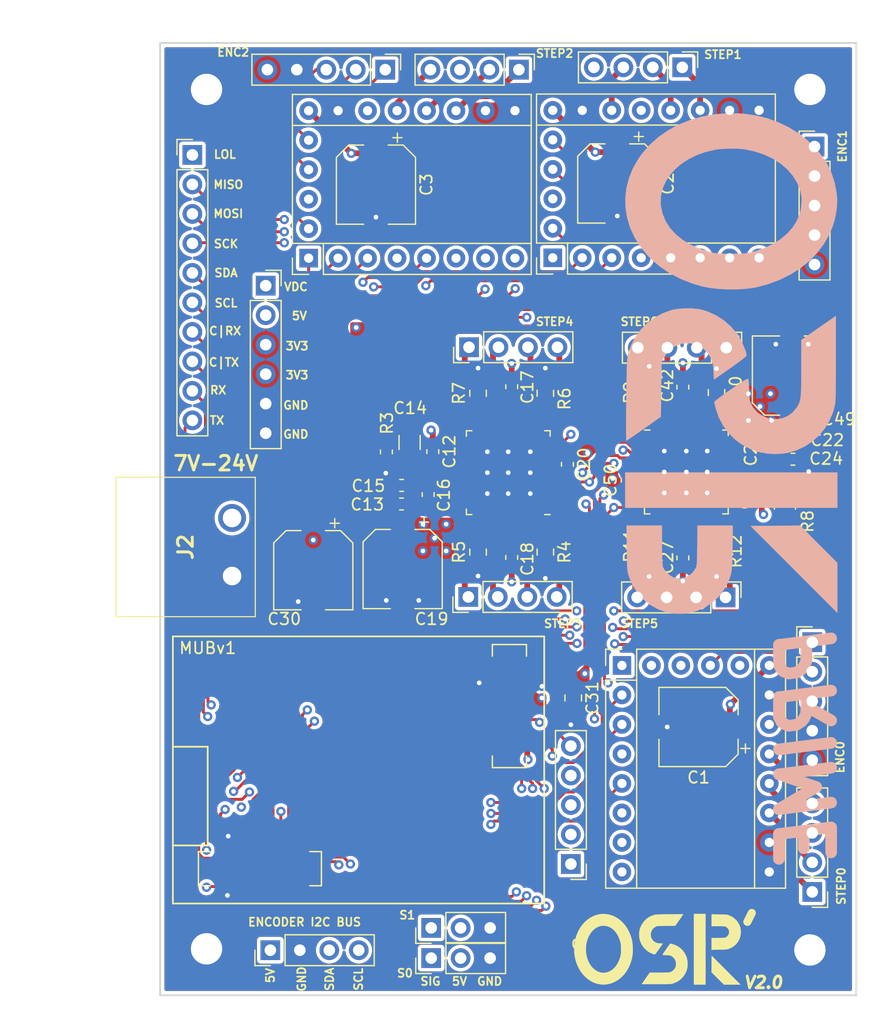
<source format=kicad_pcb>
(kicad_pcb (version 20171130) (host pcbnew "(5.1.6)-1")
  (layers (0 F.Cu signal) (1 In1.Cu power) (2 In2.Cu signal) (31 B.Cu power) (35 F.Paste user) (36 B.SilkS user) (37 F.SilkS user) (38 B.Mask user) (39 F.Mask user) (44 Edge.Cuts user))
  (net 0 "")
  (net 1 GND)
  (net 2 +3V3)
  (net 3 +VDC)
  (net 4 +5V)
  (net 5 /MOSI)
  (net 6 /MISO)
  (net 7 /CAN_RX)
  (net 8 /CAN_TX)
  (net 9 /RX)
  (net 10 /TX)
  (net 11 /SCK)
  (net 12 /D1_STEP)
  (net 13 /SCL)
  (net 14 /SDA)
  (net 15 /D1_CS)
  (net 16 /D1_EN)
  (net 17 /SERVO1)
  (net 18 /SERVO0)
  (net 19 "Net-(U3-Pad4)")
  (net 20 "Net-(J13-Pad1)")
  (net 21 /2014Driver/VCP)
  (net 22 /2014Driver/5VO)
  (net 23 /2014Driver/VCC)
  (net 24 "Net-(C16-Pad2)")
  (net 25 "Net-(C16-Pad1)")
  (net 26 /sheet60C9AE4D/VCP)
  (net 27 /sheet60C9AE4D/5VO)
  (net 28 /sheet60C9AE4D/VCC)
  (net 29 "Net-(C26-Pad2)")
  (net 30 "Net-(C26-Pad1)")
  (net 31 /2014Driver/S1_1A)
  (net 32 /2014Driver/S1_2A)
  (net 33 /2014Driver/S1_1B)
  (net 34 /2014Driver/S1_2B)
  (net 35 /2014Driver/S2_1A)
  (net 36 /2014Driver/S2_2A)
  (net 37 /2014Driver/S2_1B)
  (net 38 /2014Driver/S2_2B)
  (net 39 /sheet60C9AE4D/S1_1A)
  (net 40 /sheet60C9AE4D/S1_2A)
  (net 41 /sheet60C9AE4D/S1_1B)
  (net 42 /sheet60C9AE4D/S1_2B)
  (net 43 /sheet60C9AE4D/S2_1A)
  (net 44 /sheet60C9AE4D/S2_2A)
  (net 45 /sheet60C9AE4D/S2_1B)
  (net 46 /sheet60C9AE4D/S2_2B)
  (net 47 /2014Driver/BR1A)
  (net 48 /2014Driver/BR2A)
  (net 49 /2014Driver/BR2B)
  (net 50 /sheet60C9AE4D/BR1A)
  (net 51 /sheet60C9AE4D/BR2A)
  (net 52 /sheet60C9AE4D/BR2B)
  (net 53 "Net-(U1-Pad24)")
  (net 54 "Net-(U1-Pad10)")
  (net 55 "Net-(U1-Pad9)")
  (net 56 "Net-(U2-Pad24)")
  (net 57 "Net-(U2-Pad10)")
  (net 58 "Net-(U2-Pad9)")
  (net 59 /D3D4_EN)
  (net 60 /D3_STEP)
  (net 61 /D3_DIR)
  (net 62 /D4_STEP)
  (net 63 /D4_DIR)
  (net 64 /D3D4_CS)
  (net 65 /D5D6_EN)
  (net 66 /D5_STEP)
  (net 67 /D5_DIR)
  (net 68 /D6_STEP)
  (net 69 /D6_DIR)
  (net 70 /D5D6_CS)
  (net 71 /2014Driver/BR1B)
  (net 72 /sheet60C9AE4D/BR1B)
  (net 73 /GPIO5)
  (net 74 /GPIO4)
  (net 75 /GPIO3)
  (net 76 /GPIO2)
  (net 77 /GPIO1)
  (net 78 "Net-(U3-Pad73)")
  (net 79 "Net-(U3-Pad61)")
  (net 80 "Net-(U3-Pad67)")
  (net 81 "Net-(U3-Pad65)")
  (net 82 "Net-(U3-Pad63)")
  (net 83 "Net-(U3-Pad26)")
  (net 84 "Net-(U3-Pad32)")
  (net 85 "Net-(U3-Pad24)")
  (net 86 "Net-(U3-Pad7)")
  (net 87 "Net-(U3-Pad9)")
  (net 88 "Net-(A1-Pad6)")
  (net 89 "Net-(A2-Pad6)")
  (net 90 "Net-(A3-Pad6)")
  (net 91 "Net-(A1-Pad19)")
  (net 92 /5160_1/S2_2A)
  (net 93 /5160_1/S2_1A)
  (net 94 /5160_1/S2_1B)
  (net 95 /D0_CS)
  (net 96 /5160_1/S2_2B)
  (net 97 "Net-(A2-Pad19)")
  (net 98 /sheet6190A848/S2_2A)
  (net 99 /sheet6190A848/S2_1A)
  (net 100 /sheet6190A848/S2_1B)
  (net 101 /sheet6190A848/S2_2B)
  (net 102 "Net-(A3-Pad19)")
  (net 103 /sheet6190D04B/S2_2A)
  (net 104 /sheet6190D04B/S2_1A)
  (net 105 /sheet6190D04B/S2_1B)
  (net 106 /D2_CS)
  (net 107 /sheet6190D04B/S2_2B)
  (net 108 /5160_1/ENCA)
  (net 109 /5160_1/ENCB)
  (net 110 /5160_1/ENCN)
  (net 111 /D0_DIR)
  (net 112 /D0_STEP)
  (net 113 /D0_EN)
  (net 114 /sheet6190A848/ENCA)
  (net 115 /sheet6190A848/ENCB)
  (net 116 /sheet6190A848/ENCN)
  (net 117 /D1_DIR)
  (net 118 /sheet6190D04B/ENCA)
  (net 119 /sheet6190D04B/ENCB)
  (net 120 /sheet6190D04B/ENCN)
  (net 121 /D2_DIR)
  (net 122 /D2_STEP)
  (net 123 /D2_EN)
  (module Connector_PinHeader_2.54mm:PinHeader_1x04_P2.54mm_Vertical (layer F.Cu) (at 90.82 125.8 270)
    (fp_text reference J10 hide)
    (fp_text value Conn_01x04)
    (pad 4 thru_hole oval (at 0 7.62 270) (size 1.7 1.7) (drill 1) (layers *.Cu *.Mask) (net 104 /sheet6190D04B/S2_1A))
    (pad 3 thru_hole oval (at 0 5.08 270) (size 1.7 1.7) (drill 1) (layers *.Cu *.Mask) (net 103 /sheet6190D04B/S2_2A))
    (pad 2 thru_hole oval (at 0 2.54 270) (size 1.7 1.7) (drill 1) (layers *.Cu *.Mask) (net 105 /sheet6190D04B/S2_1B))
    (pad 1 thru_hole rect (at 0 0 270) (size 1.7 1.7) (drill 1) (layers *.Cu *.Mask) (net 107 /sheet6190D04B/S2_2B))
  )
  (module Connector_PinHeader_2.54mm:PinHeader_1x05_P2.54mm_Vertical (layer F.Cu) (at 79.3 125.8 270)
    (fp_text reference J14 hide)
    (fp_text value Conn_01x05)
    (pad 5 thru_hole oval (at 0 10.16 270) (size 1.7 1.7) (drill 1) (layers *.Cu *.Mask) (net 2 +3V3))
    (pad 4 thru_hole oval (at 0 7.62 270) (size 1.7 1.7) (drill 1) (layers *.Cu *.Mask) (net 1 GND))
    (pad 3 thru_hole oval (at 0 5.08 270) (size 1.7 1.7) (drill 1) (layers *.Cu *.Mask) (net 120 /sheet6190D04B/ENCN))
    (pad 2 thru_hole oval (at 0 2.54 270) (size 1.7 1.7) (drill 1) (layers *.Cu *.Mask) (net 118 /sheet6190D04B/ENCA))
    (pad 1 thru_hole rect (at 0 0 270) (size 1.7 1.7) (drill 1) (layers *.Cu *.Mask) (net 119 /sheet6190D04B/ENCB))
  )
  (module Connector_PinHeader_2.54mm:PinHeader_1x05_P2.54mm_Vertical (layer F.Cu) (at 116.3 132.42)
    (fp_text reference J12 hide)
    (fp_text value Conn_01x05)
    (pad 5 thru_hole oval (at 0 10.16) (size 1.7 1.7) (drill 1) (layers *.Cu *.Mask) (net 2 +3V3))
    (pad 4 thru_hole oval (at 0 7.62) (size 1.7 1.7) (drill 1) (layers *.Cu *.Mask) (net 1 GND))
    (pad 3 thru_hole oval (at 0 5.08) (size 1.7 1.7) (drill 1) (layers *.Cu *.Mask) (net 116 /sheet6190A848/ENCN))
    (pad 2 thru_hole oval (at 0 2.54) (size 1.7 1.7) (drill 1) (layers *.Cu *.Mask) (net 114 /sheet6190A848/ENCA))
    (pad 1 thru_hole rect (at 0 0) (size 1.7 1.7) (drill 1) (layers *.Cu *.Mask) (net 115 /sheet6190A848/ENCB))
  )
  (module Connector_PinHeader_2.54mm:PinHeader_1x05_P2.54mm_Vertical (layer F.Cu) (at 116.1 175.1)
    (fp_text reference J11 hide)
    (fp_text value Conn_01x05)
    (pad 5 thru_hole oval (at 0 10.16) (size 1.7 1.7) (drill 1) (layers *.Cu *.Mask) (net 2 +3V3))
    (pad 4 thru_hole oval (at 0 7.62) (size 1.7 1.7) (drill 1) (layers *.Cu *.Mask) (net 1 GND))
    (pad 3 thru_hole oval (at 0 5.08) (size 1.7 1.7) (drill 1) (layers *.Cu *.Mask) (net 110 /5160_1/ENCN))
    (pad 2 thru_hole oval (at 0 2.54) (size 1.7 1.7) (drill 1) (layers *.Cu *.Mask) (net 108 /5160_1/ENCA))
    (pad 1 thru_hole rect (at 0 0) (size 1.7 1.7) (drill 1) (layers *.Cu *.Mask) (net 109 /5160_1/ENCB))
  )
  (module Module:Pololu_Breakout-20_15.2x20.3mm (layer F.Cu) (at 99.7 177.1)
    (fp_text reference A1 hide)
    (fp_text value Pololu_Breakout_TMC5160)
    (pad 18 thru_hole oval (at 7.62 0 90) (size 1.6 1.6) (drill 0.8) (layers *.Cu *.Mask) (net 108 /5160_1/ENCA))
    (pad 17 thru_hole oval (at 10.16 0) (size 1.6 1.6) (drill 0.8) (layers *.Cu *.Mask) (net 109 /5160_1/ENCB))
    (pad 19 thru_hole oval (at 5.08 0 90) (size 1.6 1.6) (drill 0.8) (layers *.Cu *.Mask) (net 91 "Net-(A1-Pad19)"))
    (pad 20 thru_hole oval (at 2.54 0) (size 1.6 1.6) (drill 0.8) (layers *.Cu *.Mask) (net 110 /5160_1/ENCN))
    (pad 16 thru_hole oval (at 12.7 0) (size 1.6 1.6) (drill 0.8) (layers *.Cu *.Mask) (net 3 +VDC))
    (pad 8 thru_hole oval (at 0 17.78) (size 1.6 1.6) (drill 0.8) (layers *.Cu *.Mask) (net 111 /D0_DIR))
    (pad 15 thru_hole oval (at 12.7 2.54) (size 1.6 1.6) (drill 0.8) (layers *.Cu *.Mask) (net 1 GND))
    (pad 7 thru_hole oval (at 0 15.24) (size 1.6 1.6) (drill 0.8) (layers *.Cu *.Mask) (net 112 /D0_STEP))
    (pad 14 thru_hole oval (at 12.7 5.08) (size 1.6 1.6) (drill 0.8) (layers *.Cu *.Mask) (net 92 /5160_1/S2_2A))
    (pad 6 thru_hole oval (at 0 12.7) (size 1.6 1.6) (drill 0.8) (layers *.Cu *.Mask) (net 88 "Net-(A1-Pad6)"))
    (pad 13 thru_hole oval (at 12.7 7.62) (size 1.6 1.6) (drill 0.8) (layers *.Cu *.Mask) (net 93 /5160_1/S2_1A))
    (pad 5 thru_hole oval (at 0 10.16) (size 1.6 1.6) (drill 0.8) (layers *.Cu *.Mask) (net 6 /MISO))
    (pad 12 thru_hole oval (at 12.7 10.16) (size 1.6 1.6) (drill 0.8) (layers *.Cu *.Mask) (net 94 /5160_1/S2_1B))
    (pad 4 thru_hole oval (at 0 7.62) (size 1.6 1.6) (drill 0.8) (layers *.Cu *.Mask) (net 95 /D0_CS))
    (pad 11 thru_hole oval (at 12.7 12.7) (size 1.6 1.6) (drill 0.8) (layers *.Cu *.Mask) (net 96 /5160_1/S2_2B))
    (pad 3 thru_hole oval (at 0 5.08) (size 1.6 1.6) (drill 0.8) (layers *.Cu *.Mask) (net 11 /SCK))
    (pad 10 thru_hole oval (at 12.7 15.24) (size 1.6 1.6) (drill 0.8) (layers *.Cu *.Mask) (net 2 +3V3))
    (pad 2 thru_hole oval (at 0 2.54) (size 1.6 1.6) (drill 0.8) (layers *.Cu *.Mask) (net 5 /MOSI))
    (pad 9 thru_hole oval (at 12.7 17.78) (size 1.6 1.6) (drill 0.8) (layers *.Cu *.Mask) (net 1 GND))
    (pad 1 thru_hole rect (at 0 0) (size 1.6 1.6) (drill 0.8) (layers *.Cu *.Mask) (net 113 /D0_EN))
  )
  (module Connector_PinHeader_2.54mm:PinHeader_1x04_P2.54mm_Vertical (layer F.Cu) (at 104.9 125.6 270)
    (fp_text reference J6 hide)
    (fp_text value Conn_01x04)
    (pad 4 thru_hole oval (at 0 7.62 270) (size 1.7 1.7) (drill 1) (layers *.Cu *.Mask) (net 99 /sheet6190A848/S2_1A))
    (pad 3 thru_hole oval (at 0 5.08 270) (size 1.7 1.7) (drill 1) (layers *.Cu *.Mask) (net 98 /sheet6190A848/S2_2A))
    (pad 2 thru_hole oval (at 0 2.54 270) (size 1.7 1.7) (drill 1) (layers *.Cu *.Mask) (net 100 /sheet6190A848/S2_1B))
    (pad 1 thru_hole rect (at 0 0 270) (size 1.7 1.7) (drill 1) (layers *.Cu *.Mask) (net 101 /sheet6190A848/S2_2B))
  )
  (module Connector_PinHeader_2.54mm:PinHeader_1x04_P2.54mm_Vertical (layer F.Cu) (at 116.1 196.6 180)
    (fp_text reference J3 hide)
    (fp_text value Conn_01x04)
    (pad 4 thru_hole oval (at 0 7.62 180) (size 1.7 1.7) (drill 1) (layers *.Cu *.Mask) (net 93 /5160_1/S2_1A))
    (pad 3 thru_hole oval (at 0 5.08 180) (size 1.7 1.7) (drill 1) (layers *.Cu *.Mask) (net 92 /5160_1/S2_2A))
    (pad 2 thru_hole oval (at 0 2.54 180) (size 1.7 1.7) (drill 1) (layers *.Cu *.Mask) (net 94 /5160_1/S2_1B))
    (pad 1 thru_hole rect (at 0 0 180) (size 1.7 1.7) (drill 1) (layers *.Cu *.Mask) (net 96 /5160_1/S2_2B))
  )
  (module Capacitor_SMD:CP_Elec_6.3x7.7 (layer F.Cu) (at 78.5 135.7 270)
    (fp_text reference C3 (at 0 -4.35 90) (layer F.SilkS))
    (fp_text value 47uF)
    (pad 2 smd roundrect (at 2.7 0 270) (size 3.5 1.6) (layers F.Cu F.Paste F.Mask) (roundrect_rratio 0.15625) (net 1 GND))
    (pad 1 smd roundrect (at -2.7 0 270) (size 3.5 1.6) (layers F.Cu F.Paste F.Mask) (roundrect_rratio 0.15625) (net 3 +VDC))
  )
  (module Capacitor_SMD:CP_Elec_6.3x7.7 (layer F.Cu) (at 99.3 135.6 270)
    (fp_text reference C2 (at 0 -4.35 90) (layer F.SilkS))
    (fp_text value 47uF)
    (pad 2 smd roundrect (at 2.7 0 270) (size 3.5 1.6) (layers F.Cu F.Paste F.Mask) (roundrect_rratio 0.15625) (net 1 GND))
    (pad 1 smd roundrect (at -2.7 0 270) (size 3.5 1.6) (layers F.Cu F.Paste F.Mask) (roundrect_rratio 0.15625) (net 3 +VDC))
  )
  (module Capacitor_SMD:CP_Elec_6.3x7.7 (layer F.Cu) (at 106.3 182.4 180)
    (fp_text reference C1 (at 0 -4.35) (layer F.SilkS))
    (fp_text value 47uF)
    (pad 2 smd roundrect (at 2.7 0 180) (size 3.5 1.6) (layers F.Cu F.Paste F.Mask) (roundrect_rratio 0.15625) (net 1 GND))
    (pad 1 smd roundrect (at -2.7 0 180) (size 3.5 1.6) (layers F.Cu F.Paste F.Mask) (roundrect_rratio 0.15625) (net 3 +VDC))
  )
  (module Module:Pololu_Breakout-20_15.2x20.3mm (layer F.Cu) (at 72.7 142.03 90)
    (fp_text reference A3 hide)
    (fp_text value Pololu_Breakout_TMC5160)
    (pad 18 thru_hole oval (at 7.62 0 180) (size 1.6 1.6) (drill 0.8) (layers *.Cu *.Mask) (net 118 /sheet6190D04B/ENCA))
    (pad 17 thru_hole oval (at 10.16 0 90) (size 1.6 1.6) (drill 0.8) (layers *.Cu *.Mask) (net 119 /sheet6190D04B/ENCB))
    (pad 19 thru_hole oval (at 5.08 0 180) (size 1.6 1.6) (drill 0.8) (layers *.Cu *.Mask) (net 102 "Net-(A3-Pad19)"))
    (pad 20 thru_hole oval (at 2.54 0 90) (size 1.6 1.6) (drill 0.8) (layers *.Cu *.Mask) (net 120 /sheet6190D04B/ENCN))
    (pad 16 thru_hole oval (at 12.7 0 90) (size 1.6 1.6) (drill 0.8) (layers *.Cu *.Mask) (net 3 +VDC))
    (pad 8 thru_hole oval (at 0 17.78 90) (size 1.6 1.6) (drill 0.8) (layers *.Cu *.Mask) (net 121 /D2_DIR))
    (pad 15 thru_hole oval (at 12.7 2.54 90) (size 1.6 1.6) (drill 0.8) (layers *.Cu *.Mask) (net 1 GND))
    (pad 7 thru_hole oval (at 0 15.24 90) (size 1.6 1.6) (drill 0.8) (layers *.Cu *.Mask) (net 122 /D2_STEP))
    (pad 14 thru_hole oval (at 12.7 5.08 90) (size 1.6 1.6) (drill 0.8) (layers *.Cu *.Mask) (net 103 /sheet6190D04B/S2_2A))
    (pad 6 thru_hole oval (at 0 12.7 90) (size 1.6 1.6) (drill 0.8) (layers *.Cu *.Mask) (net 90 "Net-(A3-Pad6)"))
    (pad 13 thru_hole oval (at 12.7 7.62 90) (size 1.6 1.6) (drill 0.8) (layers *.Cu *.Mask) (net 104 /sheet6190D04B/S2_1A))
    (pad 5 thru_hole oval (at 0 10.16 90) (size 1.6 1.6) (drill 0.8) (layers *.Cu *.Mask) (net 6 /MISO))
    (pad 12 thru_hole oval (at 12.7 10.16 90) (size 1.6 1.6) (drill 0.8) (layers *.Cu *.Mask) (net 105 /sheet6190D04B/S2_1B))
    (pad 4 thru_hole oval (at 0 7.62 90) (size 1.6 1.6) (drill 0.8) (layers *.Cu *.Mask) (net 106 /D2_CS))
    (pad 11 thru_hole oval (at 12.7 12.7 90) (size 1.6 1.6) (drill 0.8) (layers *.Cu *.Mask) (net 107 /sheet6190D04B/S2_2B))
    (pad 3 thru_hole oval (at 0 5.08 90) (size 1.6 1.6) (drill 0.8) (layers *.Cu *.Mask) (net 11 /SCK))
    (pad 10 thru_hole oval (at 12.7 15.24 90) (size 1.6 1.6) (drill 0.8) (layers *.Cu *.Mask) (net 2 +3V3))
    (pad 2 thru_hole oval (at 0 2.54 90) (size 1.6 1.6) (drill 0.8) (layers *.Cu *.Mask) (net 5 /MOSI))
    (pad 9 thru_hole oval (at 12.7 17.78 90) (size 1.6 1.6) (drill 0.8) (layers *.Cu *.Mask) (net 1 GND))
    (pad 1 thru_hole rect (at 0 0 90) (size 1.6 1.6) (drill 0.8) (layers *.Cu *.Mask) (net 123 /D2_EN))
  )
  (module Module:Pololu_Breakout-20_15.2x20.3mm (layer F.Cu) (at 93.74 142 90)
    (fp_text reference A2 hide)
    (fp_text value Pololu_Breakout_TMC5160)
    (pad 18 thru_hole oval (at 7.62 0 180) (size 1.6 1.6) (drill 0.8) (layers *.Cu *.Mask) (net 114 /sheet6190A848/ENCA))
    (pad 17 thru_hole oval (at 10.16 0 90) (size 1.6 1.6) (drill 0.8) (layers *.Cu *.Mask) (net 115 /sheet6190A848/ENCB))
    (pad 19 thru_hole oval (at 5.08 0 180) (size 1.6 1.6) (drill 0.8) (layers *.Cu *.Mask) (net 97 "Net-(A2-Pad19)"))
    (pad 20 thru_hole oval (at 2.54 0 90) (size 1.6 1.6) (drill 0.8) (layers *.Cu *.Mask) (net 116 /sheet6190A848/ENCN))
    (pad 16 thru_hole oval (at 12.7 0 90) (size 1.6 1.6) (drill 0.8) (layers *.Cu *.Mask) (net 3 +VDC))
    (pad 8 thru_hole oval (at 0 17.78 90) (size 1.6 1.6) (drill 0.8) (layers *.Cu *.Mask) (net 117 /D1_DIR))
    (pad 15 thru_hole oval (at 12.7 2.54 90) (size 1.6 1.6) (drill 0.8) (layers *.Cu *.Mask) (net 1 GND))
    (pad 7 thru_hole oval (at 0 15.24 90) (size 1.6 1.6) (drill 0.8) (layers *.Cu *.Mask) (net 12 /D1_STEP))
    (pad 14 thru_hole oval (at 12.7 5.08 90) (size 1.6 1.6) (drill 0.8) (layers *.Cu *.Mask) (net 98 /sheet6190A848/S2_2A))
    (pad 6 thru_hole oval (at 0 12.7 90) (size 1.6 1.6) (drill 0.8) (layers *.Cu *.Mask) (net 89 "Net-(A2-Pad6)"))
    (pad 13 thru_hole oval (at 12.7 7.62 90) (size 1.6 1.6) (drill 0.8) (layers *.Cu *.Mask) (net 99 /sheet6190A848/S2_1A))
    (pad 5 thru_hole oval (at 0 10.16 90) (size 1.6 1.6) (drill 0.8) (layers *.Cu *.Mask) (net 6 /MISO))
    (pad 12 thru_hole oval (at 12.7 10.16 90) (size 1.6 1.6) (drill 0.8) (layers *.Cu *.Mask) (net 100 /sheet6190A848/S2_1B))
    (pad 4 thru_hole oval (at 0 7.62 90) (size 1.6 1.6) (drill 0.8) (layers *.Cu *.Mask) (net 15 /D1_CS))
    (pad 11 thru_hole oval (at 12.7 12.7 90) (size 1.6 1.6) (drill 0.8) (layers *.Cu *.Mask) (net 101 /sheet6190A848/S2_2B))
    (pad 3 thru_hole oval (at 0 5.08 90) (size 1.6 1.6) (drill 0.8) (layers *.Cu *.Mask) (net 11 /SCK))
    (pad 10 thru_hole oval (at 12.7 15.24 90) (size 1.6 1.6) (drill 0.8) (layers *.Cu *.Mask) (net 2 +3V3))
    (pad 2 thru_hole oval (at 0 2.54 90) (size 1.6 1.6) (drill 0.8) (layers *.Cu *.Mask) (net 5 /MOSI))
    (pad 9 thru_hole oval (at 12.7 17.78 90) (size 1.6 1.6) (drill 0.8) (layers *.Cu *.Mask) (net 1 GND))
    (pad 1 thru_hole rect (at 0 0 90) (size 1.6 1.6) (drill 0.8) (layers *.Cu *.Mask) (net 16 /D1_EN))
  )
  (module Capacitor_SMD:C_0805_2012Metric (layer F.Cu) (at 95.5 179.9 270)
    (fp_text reference C31 (at 0 -1.65 90) (layer F.SilkS))
    (fp_text value 10uF)
    (pad 2 smd roundrect (at 0.9375 0 270) (size 0.975 1.4) (layers F.Cu F.Paste F.Mask) (net 1 GND))
    (pad 1 smd roundrect (at -0.9375 0 270) (size 0.975 1.4) (layers F.Cu F.Paste F.Mask) (net 2 +3V3))
  )
  (module MUB:MUB_v1 (layer F.Cu) (at 61 197.6)
    (fp_text reference U3 hide)
    (fp_text value MUBv1 (at 3 -22) (layer F.SilkS))
    (pad 73 smd rect (at 27.46 -19.6 270) (size 0.2 0.7) (layers F.Cu F.Paste F.Mask) (net 78 "Net-(U3-Pad73)"))
    (pad 59 smd rect (at 27.46 -16.8 270) (size 0.2 0.7) (layers F.Cu F.Paste F.Mask) (net 69 /D6_DIR))
    (pad 74 smd rect (at 30.54 -19.6 270) (size 0.2 0.7) (layers F.Cu F.Paste F.Mask) (net 74 /GPIO4))
    (pad 66 smd rect (at 30.54 -18 270) (size 0.2 0.7) (layers F.Cu F.Paste F.Mask) (net 2 +3V3))
    (pad 72 smd rect (at 30.54 -19.2 270) (size 0.2 0.7) (layers F.Cu F.Paste F.Mask) (net 1 GND))
    (pad 58 smd rect (at 30.54 -16.4 270) (size 0.2 0.7) (layers F.Cu F.Paste F.Mask) (net 4 +5V))
    (pad 56 smd rect (at 30.54 -16 270) (size 0.2 0.7) (layers F.Cu F.Paste F.Mask) (net 4 +5V))
    (pad 75 smd rect (at 27.46 -20 270) (size 0.2 0.7) (layers F.Cu F.Paste F.Mask) (net 61 /D3_DIR))
    (pad 76 smd rect (at 30.54 -20 270) (size 0.2 0.7) (layers F.Cu F.Paste F.Mask) (net 73 /GPIO5))
    (pad 51 smd rect (at 27.46 -15.2 270) (size 0.2 0.7) (layers F.Cu F.Paste F.Mask) (net 65 /D5D6_EN))
    (pad 55 smd rect (at 27.46 -16 270) (size 0.2 0.7) (layers F.Cu F.Paste F.Mask) (net 67 /D5_DIR))
    (pad 52 smd rect (at 30.54 -15.2 270) (size 0.2 0.7) (layers F.Cu F.Paste F.Mask) (net 4 +5V))
    (pad 70 smd rect (at 30.54 -18.8 270) (size 0.2 0.7) (layers F.Cu F.Paste F.Mask) (net 1 GND))
    (pad 61 smd rect (at 27.46 -17.2 270) (size 0.2 0.7) (layers F.Cu F.Paste F.Mask) (net 79 "Net-(U3-Pad61)"))
    (pad 67 smd rect (at 27.46 -18.4 270) (size 0.2 0.7) (layers F.Cu F.Paste F.Mask) (net 80 "Net-(U3-Pad67)"))
    (pad 65 smd rect (at 27.46 -18 270) (size 0.2 0.7) (layers F.Cu F.Paste F.Mask) (net 81 "Net-(U3-Pad65)"))
    (pad 54 smd rect (at 30.54 -15.6 270) (size 0.2 0.7) (layers F.Cu F.Paste F.Mask) (net 4 +5V))
    (pad 57 smd rect (at 27.46 -16.4 270) (size 0.2 0.7) (layers F.Cu F.Paste F.Mask) (net 68 /D6_STEP))
    (pad 62 smd rect (at 30.54 -17.2 270) (size 0.2 0.7) (layers F.Cu F.Paste F.Mask) (net 2 +3V3))
    (pad 63 smd rect (at 27.46 -17.6 270) (size 0.2 0.7) (layers F.Cu F.Paste F.Mask) (net 82 "Net-(U3-Pad63)"))
    (pad 69 smd rect (at 27.46 -18.8 270) (size 0.2 0.7) (layers F.Cu F.Paste F.Mask) (net 1 GND))
    (pad 68 smd rect (at 30.54 -18.4 270) (size 0.2 0.7) (layers F.Cu F.Paste F.Mask) (net 2 +3V3))
    (pad 78 smd rect (at 30.54 -20.4 270) (size 0.2 0.7) (layers F.Cu F.Paste F.Mask) (net 70 /D5D6_CS))
    (pad 77 smd rect (at 27.46 -20.4 270) (size 0.2 0.7) (layers F.Cu F.Paste F.Mask) (net 60 /D3_STEP))
    (pad 79 smd rect (at 27.46 -20.8 270) (size 0.2 0.7) (layers F.Cu F.Paste F.Mask) (net 59 /D3D4_EN))
    (pad 60 smd rect (at 30.54 -16.8 270) (size 0.2 0.7) (layers F.Cu F.Paste F.Mask))
    (pad 80 smd rect (at 30.54 -20.8 270) (size 0.2 0.7) (layers F.Cu F.Paste F.Mask) (net 64 /D3D4_CS))
    (pad 64 smd rect (at 30.54 -17.6 270) (size 0.2 0.7) (layers F.Cu F.Paste F.Mask) (net 2 +3V3))
    (pad 71 smd rect (at 27.46 -19.2 270) (size 0.2 0.7) (layers F.Cu F.Paste F.Mask) (net 1 GND))
    (pad 53 smd rect (at 27.46 -15.6 270) (size 0.2 0.7) (layers F.Cu F.Paste F.Mask) (net 66 /D5_STEP))
    (pad 47 smd rect (at 27.46 -14.4 270) (size 0.2 0.7) (layers F.Cu F.Paste F.Mask) (net 76 /GPIO2))
    (pad 48 smd rect (at 30.54 -14.4 270) (size 0.2 0.7) (layers F.Cu F.Paste F.Mask) (net 3 +VDC))
    (pad 50 smd rect (at 30.54 -14.8 270) (size 0.2 0.7) (layers F.Cu F.Paste F.Mask))
    (pad 44 smd rect (at 30.54 -13.6 270) (size 0.2 0.7) (layers F.Cu F.Paste F.Mask) (net 3 +VDC))
    (pad 42 smd rect (at 30.54 -13.2 270) (size 0.2 0.7) (layers F.Cu F.Paste F.Mask) (net 3 +VDC))
    (pad 45 smd rect (at 27.46 -14 270) (size 0.2 0.7) (layers F.Cu F.Paste F.Mask) (net 77 /GPIO1))
    (pad 46 smd rect (at 30.54 -14 270) (size 0.2 0.7) (layers F.Cu F.Paste F.Mask) (net 3 +VDC))
    (pad 49 smd rect (at 27.46 -14.8 270) (size 0.2 0.7) (layers F.Cu F.Paste F.Mask) (net 75 /GPIO3))
    (pad 41 smd rect (at 27.46 -13.2 270) (size 0.2 0.7) (layers F.Cu F.Paste F.Mask))
    (pad 43 smd rect (at 27.46 -13.6 270) (size 0.2 0.7) (layers F.Cu F.Paste F.Mask))
    (pad 33 smd rect (at 10.1 -4.54 180) (size 0.2 0.7) (layers F.Cu F.Paste F.Mask) (net 63 /D4_DIR))
    (pad 19 smd rect (at 7.3 -4.54 180) (size 0.2 0.7) (layers F.Cu F.Paste F.Mask) (net 121 /D2_DIR))
    (pad 34 smd rect (at 10.1 -1.46 180) (size 0.2 0.7) (layers F.Cu F.Paste F.Mask) (net 111 /D0_DIR))
    (pad 26 smd rect (at 8.5 -1.46 180) (size 0.2 0.7) (layers F.Cu F.Paste F.Mask) (net 83 "Net-(U3-Pad26)"))
    (pad 32 smd rect (at 9.7 -1.46 180) (size 0.2 0.7) (layers F.Cu F.Paste F.Mask) (net 84 "Net-(U3-Pad32)"))
    (pad 18 smd rect (at 6.9 -1.46 180) (size 0.2 0.7) (layers F.Cu F.Paste F.Mask))
    (pad 16 smd rect (at 6.5 -1.46 180) (size 0.2 0.7) (layers F.Cu F.Paste F.Mask))
    (pad 35 smd rect (at 10.5 -4.54 180) (size 0.2 0.7) (layers F.Cu F.Paste F.Mask) (net 62 /D4_STEP))
    (pad 36 smd rect (at 10.5 -1.46 180) (size 0.2 0.7) (layers F.Cu F.Paste F.Mask) (net 112 /D0_STEP))
    (pad 11 smd rect (at 5.7 -4.54 180) (size 0.2 0.7) (layers F.Cu F.Paste F.Mask))
    (pad 15 smd rect (at 6.5 -4.54 180) (size 0.2 0.7) (layers F.Cu F.Paste F.Mask) (net 8 /CAN_TX))
    (pad 12 smd rect (at 5.7 -1.46 180) (size 0.2 0.7) (layers F.Cu F.Paste F.Mask))
    (pad 30 smd rect (at 9.3 -1.46 180) (size 0.2 0.7) (layers F.Cu F.Paste F.Mask))
    (pad 21 smd rect (at 7.7 -4.54 180) (size 0.2 0.7) (layers F.Cu F.Paste F.Mask) (net 9 /RX))
    (pad 27 smd rect (at 8.9 -4.54 180) (size 0.2 0.7) (layers F.Cu F.Paste F.Mask) (net 117 /D1_DIR))
    (pad 25 smd rect (at 8.5 -4.54 180) (size 0.2 0.7) (layers F.Cu F.Paste F.Mask) (net 12 /D1_STEP))
    (pad 14 smd rect (at 6.1 -1.46 180) (size 0.2 0.7) (layers F.Cu F.Paste F.Mask))
    (pad 17 smd rect (at 6.9 -4.54 180) (size 0.2 0.7) (layers F.Cu F.Paste F.Mask) (net 122 /D2_STEP))
    (pad 22 smd rect (at 7.7 -1.46 180) (size 0.2 0.7) (layers F.Cu F.Paste F.Mask))
    (pad 23 smd rect (at 8.1 -4.54 180) (size 0.2 0.7) (layers F.Cu F.Paste F.Mask) (net 10 /TX))
    (pad 29 smd rect (at 9.3 -4.54 180) (size 0.2 0.7) (layers F.Cu F.Paste F.Mask) (net 11 /SCK))
    (pad 28 smd rect (at 8.9 -1.46 180) (size 0.2 0.7) (layers F.Cu F.Paste F.Mask))
    (pad 38 smd rect (at 10.9 -1.46 180) (size 0.2 0.7) (layers F.Cu F.Paste F.Mask) (net 113 /D0_EN))
    (pad 37 smd rect (at 10.9 -4.54 180) (size 0.2 0.7) (layers F.Cu F.Paste F.Mask) (net 14 /SDA))
    (pad 39 smd rect (at 11.3 -4.54 180) (size 0.2 0.7) (layers F.Cu F.Paste F.Mask) (net 13 /SCL))
    (pad 20 smd rect (at 7.3 -1.46 180) (size 0.2 0.7) (layers F.Cu F.Paste F.Mask))
    (pad 40 smd rect (at 11.3 -1.46 180) (size 0.2 0.7) (layers F.Cu F.Paste F.Mask) (net 95 /D0_CS))
    (pad 24 smd rect (at 8.1 -1.46 180) (size 0.2 0.7) (layers F.Cu F.Paste F.Mask) (net 85 "Net-(U3-Pad24)"))
    (pad 31 smd rect (at 9.7 -4.54 180) (size 0.2 0.7) (layers F.Cu F.Paste F.Mask) (net 16 /D1_EN))
    (pad 13 smd rect (at 6.1 -4.54 180) (size 0.2 0.7) (layers F.Cu F.Paste F.Mask) (net 7 /CAN_RX))
    (pad 7 smd rect (at 4.9 -4.54 180) (size 0.2 0.7) (layers F.Cu F.Paste F.Mask) (net 86 "Net-(U3-Pad7)"))
    (pad 8 smd rect (at 4.9 -1.46 180) (size 0.2 0.7) (layers F.Cu F.Paste F.Mask) (net 1 GND))
    (pad 10 smd rect (at 5.3 -1.46 180) (size 0.2 0.7) (layers F.Cu F.Paste F.Mask))
    (pad 4 smd rect (at 4.1 -1.46 180) (size 0.2 0.7) (layers F.Cu F.Paste F.Mask) (net 19 "Net-(U3-Pad4)"))
    (pad 2 smd rect (at 3.7 -1.46 180) (size 0.2 0.7) (layers F.Cu F.Paste F.Mask) (net 123 /D2_EN))
    (pad 5 smd rect (at 4.5 -4.54 180) (size 0.2 0.7) (layers F.Cu F.Paste F.Mask) (net 1 GND))
    (pad 6 smd rect (at 4.5 -1.46 180) (size 0.2 0.7) (layers F.Cu F.Paste F.Mask) (net 1 GND))
    (pad 9 smd rect (at 5.3 -4.54 180) (size 0.2 0.7) (layers F.Cu F.Paste F.Mask) (net 87 "Net-(U3-Pad9)"))
    (pad 1 smd rect (at 3.7 -4.54 180) (size 0.2 0.7) (layers F.Cu F.Paste F.Mask) (net 5 /MOSI))
    (pad 3 smd rect (at 4.1 -4.54 180) (size 0.2 0.7) (layers F.Cu F.Paste F.Mask) (net 6 /MISO))
  )
  (module Package_DFN_QFN:QFN-48-1EP_7x7mm_P0.5mm_EP5.3x5.3mm (layer F.Cu) (at 105.25 160.44)
    (fp_text reference U2 hide)
    (fp_text value TMC2041-LA)
    (pad 49 smd roundrect (at 0 0) (size 5.3 5.3) (layers F.Cu F.Mask) (roundrect_rratio 0.04717) (net 1 GND))
    (pad 1 smd roundrect (at -3.45 -2.75) (size 0.8 0.25) (layers F.Cu F.Paste F.Mask) (net 1 GND))
    (pad 2 smd roundrect (at -3.45 -2.25) (size 0.8 0.25) (layers F.Cu F.Paste F.Mask) (net 1 GND))
    (pad 3 smd roundrect (at -3.45 -1.75) (size 0.8 0.25) (layers F.Cu F.Paste F.Mask) (net 70 /D5D6_CS))
    (pad 4 smd roundrect (at -3.45 -1.25) (size 0.8 0.25) (layers F.Cu F.Paste F.Mask) (net 11 /SCK))
    (pad 5 smd roundrect (at -3.45 -0.75) (size 0.8 0.25) (layers F.Cu F.Paste F.Mask) (net 5 /MOSI))
    (pad 6 smd roundrect (at -3.45 -0.25) (size 0.8 0.25) (layers F.Cu F.Paste F.Mask) (net 1 GND))
    (pad 7 smd roundrect (at -3.45 0.25) (size 0.8 0.25) (layers F.Cu F.Paste F.Mask) (net 2 +3V3))
    (pad 8 smd roundrect (at -3.45 0.75) (size 0.8 0.25) (layers F.Cu F.Paste F.Mask) (net 6 /MISO))
    (pad 9 smd roundrect (at -3.45 1.25) (size 0.8 0.25) (layers F.Cu F.Paste F.Mask) (net 58 "Net-(U2-Pad9)"))
    (pad 10 smd roundrect (at -3.45 1.75) (size 0.8 0.25) (layers F.Cu F.Paste F.Mask) (net 57 "Net-(U2-Pad10)"))
    (pad 11 smd roundrect (at -3.45 2.25) (size 0.8 0.25) (layers F.Cu F.Paste F.Mask) (net 1 GND))
    (pad 12 smd roundrect (at -3.45 2.75) (size 0.8 0.25) (layers F.Cu F.Paste F.Mask) (net 1 GND))
    (pad 13 smd roundrect (at -2.75 3.45) (size 0.25 0.8) (layers F.Cu F.Paste F.Mask) (net 1 GND))
    (pad 14 smd roundrect (at -2.25 3.45) (size 0.25 0.8) (layers F.Cu F.Paste F.Mask) (net 43 /sheet60C9AE4D/S2_1A))
    (pad 15 smd roundrect (at -1.75 3.45) (size 0.25 0.8) (layers F.Cu F.Paste F.Mask) (net 51 /sheet60C9AE4D/BR2A))
    (pad 16 smd roundrect (at -1.25 3.45) (size 0.25 0.8) (layers F.Cu F.Paste F.Mask) (net 44 /sheet60C9AE4D/S2_2A))
    (pad 17 smd roundrect (at -0.75 3.45) (size 0.25 0.8) (layers F.Cu F.Paste F.Mask) (net 3 +VDC))
    (pad 18 smd roundrect (at -0.25 3.45) (size 0.25 0.8) (layers F.Cu F.Paste F.Mask) (net 1 GND))
    (pad 19 smd roundrect (at 0.25 3.45) (size 0.25 0.8) (layers F.Cu F.Paste F.Mask) (net 3 +VDC))
    (pad 20 smd roundrect (at 0.75 3.45) (size 0.25 0.8) (layers F.Cu F.Paste F.Mask) (net 45 /sheet60C9AE4D/S2_1B))
    (pad 21 smd roundrect (at 1.25 3.45) (size 0.25 0.8) (layers F.Cu F.Paste F.Mask) (net 52 /sheet60C9AE4D/BR2B))
    (pad 22 smd roundrect (at 1.75 3.45) (size 0.25 0.8) (layers F.Cu F.Paste F.Mask) (net 46 /sheet60C9AE4D/S2_2B))
    (pad 23 smd roundrect (at 2.25 3.45) (size 0.25 0.8) (layers F.Cu F.Paste F.Mask) (net 1 GND))
    (pad 24 smd roundrect (at 2.75 3.45) (size 0.25 0.8) (layers F.Cu F.Paste F.Mask) (net 56 "Net-(U2-Pad24)"))
    (pad 25 smd roundrect (at 3.45 2.75) (size 0.8 0.25) (layers F.Cu F.Paste F.Mask) (net 69 /D6_DIR))
    (pad 26 smd roundrect (at 3.45 2.25) (size 0.8 0.25) (layers F.Cu F.Paste F.Mask) (net 68 /D6_STEP))
    (pad 27 smd roundrect (at 3.45 1.75) (size 0.8 0.25) (layers F.Cu F.Paste F.Mask) (net 67 /D5_DIR))
    (pad 28 smd roundrect (at 3.45 1.25) (size 0.8 0.25) (layers F.Cu F.Paste F.Mask) (net 66 /D5_STEP))
    (pad 29 smd roundrect (at 3.45 0.75) (size 0.8 0.25) (layers F.Cu F.Paste F.Mask) (net 65 /D5D6_EN))
    (pad 30 smd roundrect (at 3.45 0.25) (size 0.8 0.25) (layers F.Cu F.Paste F.Mask) (net 3 +VDC))
    (pad 31 smd roundrect (at 3.45 -0.25) (size 0.8 0.25) (layers F.Cu F.Paste F.Mask) (net 1 GND))
    (pad 32 smd roundrect (at 3.45 -0.75) (size 0.8 0.25) (layers F.Cu F.Paste F.Mask) (net 27 /sheet60C9AE4D/5VO))
    (pad 33 smd roundrect (at 3.45 -1.25) (size 0.8 0.25) (layers F.Cu F.Paste F.Mask) (net 28 /sheet60C9AE4D/VCC))
    (pad 34 smd roundrect (at 3.45 -1.75) (size 0.8 0.25) (layers F.Cu F.Paste F.Mask) (net 1 GND))
    (pad 35 smd roundrect (at 3.45 -2.25) (size 0.8 0.25) (layers F.Cu F.Paste F.Mask) (net 29 "Net-(C26-Pad2)"))
    (pad 36 smd roundrect (at 3.45 -2.75) (size 0.8 0.25) (layers F.Cu F.Paste F.Mask) (net 30 "Net-(C26-Pad1)"))
    (pad 37 smd roundrect (at 2.75 -3.45) (size 0.25 0.8) (layers F.Cu F.Paste F.Mask) (net 26 /sheet60C9AE4D/VCP))
    (pad 38 smd roundrect (at 2.25 -3.45) (size 0.25 0.8) (layers F.Cu F.Paste F.Mask) (net 1 GND))
    (pad 39 smd roundrect (at 1.75 -3.45) (size 0.25 0.8) (layers F.Cu F.Paste F.Mask) (net 42 /sheet60C9AE4D/S1_2B))
    (pad 40 smd roundrect (at 1.25 -3.45) (size 0.25 0.8) (layers F.Cu F.Paste F.Mask) (net 72 /sheet60C9AE4D/BR1B))
    (pad 41 smd roundrect (at 0.75 -3.45) (size 0.25 0.8) (layers F.Cu F.Paste F.Mask) (net 41 /sheet60C9AE4D/S1_1B))
    (pad 42 smd roundrect (at 0.25 -3.45) (size 0.25 0.8) (layers F.Cu F.Paste F.Mask) (net 3 +VDC))
    (pad 43 smd roundrect (at -0.25 -3.45) (size 0.25 0.8) (layers F.Cu F.Paste F.Mask) (net 1 GND))
    (pad 44 smd roundrect (at -0.75 -3.45) (size 0.25 0.8) (layers F.Cu F.Paste F.Mask) (net 3 +VDC))
    (pad 45 smd roundrect (at -1.25 -3.45) (size 0.25 0.8) (layers F.Cu F.Paste F.Mask) (net 40 /sheet60C9AE4D/S1_2A))
    (pad 46 smd roundrect (at -1.75 -3.45) (size 0.25 0.8) (layers F.Cu F.Paste F.Mask) (net 50 /sheet60C9AE4D/BR1A))
    (pad 47 smd roundrect (at -2.25 -3.45) (size 0.25 0.8) (layers F.Cu F.Paste F.Mask) (net 39 /sheet60C9AE4D/S1_1A))
    (pad 48 smd roundrect (at -2.75 -3.45) (size 0.25 0.8) (layers F.Cu F.Paste F.Mask) (net 1 GND))
  )
  (module Package_DFN_QFN:QFN-48-1EP_7x7mm_P0.5mm_EP5.3x5.3mm (layer F.Cu) (at 89.9 160.5 180)
    (fp_text reference U1 hide)
    (fp_text value TMC2041-LA)
    (pad 49 smd roundrect (at 0 0 180) (size 5.3 5.3) (layers F.Cu F.Mask) (roundrect_rratio 0.04717) (net 1 GND))
    (pad 1 smd roundrect (at -3.45 -2.75 180) (size 0.8 0.25) (layers F.Cu F.Paste F.Mask) (net 1 GND))
    (pad 2 smd roundrect (at -3.45 -2.25 180) (size 0.8 0.25) (layers F.Cu F.Paste F.Mask) (net 1 GND))
    (pad 3 smd roundrect (at -3.45 -1.75 180) (size 0.8 0.25) (layers F.Cu F.Paste F.Mask) (net 64 /D3D4_CS))
    (pad 4 smd roundrect (at -3.45 -1.25 180) (size 0.8 0.25) (layers F.Cu F.Paste F.Mask) (net 11 /SCK))
    (pad 5 smd roundrect (at -3.45 -0.75 180) (size 0.8 0.25) (layers F.Cu F.Paste F.Mask) (net 5 /MOSI))
    (pad 6 smd roundrect (at -3.45 -0.25 180) (size 0.8 0.25) (layers F.Cu F.Paste F.Mask) (net 1 GND))
    (pad 7 smd roundrect (at -3.45 0.25 180) (size 0.8 0.25) (layers F.Cu F.Paste F.Mask) (net 2 +3V3))
    (pad 8 smd roundrect (at -3.45 0.75 180) (size 0.8 0.25) (layers F.Cu F.Paste F.Mask) (net 6 /MISO))
    (pad 9 smd roundrect (at -3.45 1.25 180) (size 0.8 0.25) (layers F.Cu F.Paste F.Mask) (net 55 "Net-(U1-Pad9)"))
    (pad 10 smd roundrect (at -3.45 1.75 180) (size 0.8 0.25) (layers F.Cu F.Paste F.Mask) (net 54 "Net-(U1-Pad10)"))
    (pad 11 smd roundrect (at -3.45 2.25 180) (size 0.8 0.25) (layers F.Cu F.Paste F.Mask) (net 1 GND))
    (pad 12 smd roundrect (at -3.45 2.75 180) (size 0.8 0.25) (layers F.Cu F.Paste F.Mask) (net 1 GND))
    (pad 13 smd roundrect (at -2.75 3.45 180) (size 0.25 0.8) (layers F.Cu F.Paste F.Mask) (net 1 GND))
    (pad 14 smd roundrect (at -2.25 3.45 180) (size 0.25 0.8) (layers F.Cu F.Paste F.Mask) (net 35 /2014Driver/S2_1A))
    (pad 15 smd roundrect (at -1.75 3.45 180) (size 0.25 0.8) (layers F.Cu F.Paste F.Mask) (net 48 /2014Driver/BR2A))
    (pad 16 smd roundrect (at -1.25 3.45 180) (size 0.25 0.8) (layers F.Cu F.Paste F.Mask) (net 36 /2014Driver/S2_2A))
    (pad 17 smd roundrect (at -0.75 3.45 180) (size 0.25 0.8) (layers F.Cu F.Paste F.Mask) (net 3 +VDC))
    (pad 18 smd roundrect (at -0.25 3.45 180) (size 0.25 0.8) (layers F.Cu F.Paste F.Mask) (net 1 GND))
    (pad 19 smd roundrect (at 0.25 3.45 180) (size 0.25 0.8) (layers F.Cu F.Paste F.Mask) (net 3 +VDC))
    (pad 20 smd roundrect (at 0.75 3.45 180) (size 0.25 0.8) (layers F.Cu F.Paste F.Mask) (net 37 /2014Driver/S2_1B))
    (pad 21 smd roundrect (at 1.25 3.45 180) (size 0.25 0.8) (layers F.Cu F.Paste F.Mask) (net 49 /2014Driver/BR2B))
    (pad 22 smd roundrect (at 1.75 3.45 180) (size 0.25 0.8) (layers F.Cu F.Paste F.Mask) (net 38 /2014Driver/S2_2B))
    (pad 23 smd roundrect (at 2.25 3.45 180) (size 0.25 0.8) (layers F.Cu F.Paste F.Mask) (net 1 GND))
    (pad 24 smd roundrect (at 2.75 3.45 180) (size 0.25 0.8) (layers F.Cu F.Paste F.Mask) (net 53 "Net-(U1-Pad24)"))
    (pad 25 smd roundrect (at 3.45 2.75 180) (size 0.8 0.25) (layers F.Cu F.Paste F.Mask) (net 63 /D4_DIR))
    (pad 26 smd roundrect (at 3.45 2.25 180) (size 0.8 0.25) (layers F.Cu F.Paste F.Mask) (net 62 /D4_STEP))
    (pad 27 smd roundrect (at 3.45 1.75 180) (size 0.8 0.25) (layers F.Cu F.Paste F.Mask) (net 61 /D3_DIR))
    (pad 28 smd roundrect (at 3.45 1.25 180) (size 0.8 0.25) (layers F.Cu F.Paste F.Mask) (net 60 /D3_STEP))
    (pad 29 smd roundrect (at 3.45 0.75 180) (size 0.8 0.25) (layers F.Cu F.Paste F.Mask) (net 59 /D3D4_EN))
    (pad 30 smd roundrect (at 3.45 0.25 180) (size 0.8 0.25) (layers F.Cu F.Paste F.Mask) (net 3 +VDC))
    (pad 31 smd roundrect (at 3.45 -0.25 180) (size 0.8 0.25) (layers F.Cu F.Paste F.Mask) (net 1 GND))
    (pad 32 smd roundrect (at 3.45 -0.75 180) (size 0.8 0.25) (layers F.Cu F.Paste F.Mask) (net 22 /2014Driver/5VO))
    (pad 33 smd roundrect (at 3.45 -1.25 180) (size 0.8 0.25) (layers F.Cu F.Paste F.Mask) (net 23 /2014Driver/VCC))
    (pad 34 smd roundrect (at 3.45 -1.75 180) (size 0.8 0.25) (layers F.Cu F.Paste F.Mask) (net 1 GND))
    (pad 35 smd roundrect (at 3.45 -2.25 180) (size 0.8 0.25) (layers F.Cu F.Paste F.Mask) (net 24 "Net-(C16-Pad2)"))
    (pad 36 smd roundrect (at 3.45 -2.75 180) (size 0.8 0.25) (layers F.Cu F.Paste F.Mask) (net 25 "Net-(C16-Pad1)"))
    (pad 37 smd roundrect (at 2.75 -3.45 180) (size 0.25 0.8) (layers F.Cu F.Paste F.Mask) (net 21 /2014Driver/VCP))
    (pad 38 smd roundrect (at 2.25 -3.45 180) (size 0.25 0.8) (layers F.Cu F.Paste F.Mask) (net 1 GND))
    (pad 39 smd roundrect (at 1.75 -3.45 180) (size 0.25 0.8) (layers F.Cu F.Paste F.Mask) (net 34 /2014Driver/S1_2B))
    (pad 40 smd roundrect (at 1.25 -3.45 180) (size 0.25 0.8) (layers F.Cu F.Paste F.Mask) (net 71 /2014Driver/BR1B))
    (pad 41 smd roundrect (at 0.75 -3.45 180) (size 0.25 0.8) (layers F.Cu F.Paste F.Mask) (net 33 /2014Driver/S1_1B))
    (pad 42 smd roundrect (at 0.25 -3.45 180) (size 0.25 0.8) (layers F.Cu F.Paste F.Mask) (net 3 +VDC))
    (pad 43 smd roundrect (at -0.25 -3.45 180) (size 0.25 0.8) (layers F.Cu F.Paste F.Mask) (net 1 GND))
    (pad 44 smd roundrect (at -0.75 -3.45 180) (size 0.25 0.8) (layers F.Cu F.Paste F.Mask) (net 3 +VDC))
    (pad 45 smd roundrect (at -1.25 -3.45 180) (size 0.25 0.8) (layers F.Cu F.Paste F.Mask) (net 32 /2014Driver/S1_2A))
    (pad 46 smd roundrect (at -1.75 -3.45 180) (size 0.25 0.8) (layers F.Cu F.Paste F.Mask) (net 47 /2014Driver/BR1A))
    (pad 47 smd roundrect (at -2.25 -3.45 180) (size 0.25 0.8) (layers F.Cu F.Paste F.Mask) (net 31 /2014Driver/S1_1A))
    (pad 48 smd roundrect (at -2.75 -3.45 180) (size 0.25 0.8) (layers F.Cu F.Paste F.Mask) (net 1 GND))
  )
  (module SamacSys_Parts:691313710002 (layer F.Cu) (at 62.095 166.9 270)
    (fp_text reference J2 (at 0 0 90) (layer F.SilkS) (effects (font (size 1.27 1.27) (thickness 0.254))))
    (fp_text value 691313710002 hide)
    (pad 1 thru_hole circle (at -2.5 -4.005 270) (size 2.4 2.4) (drill 1.6) (layers *.Cu *.Mask) (net 3 +VDC))
    (pad 2 thru_hole circle (at 2.5 -4.005 270) (size 2.4 2.4) (drill 1.6) (layers *.Cu *.Mask) (net 1 GND))
  )
  (module Connector_PinHeader_2.54mm:PinHeader_1x04_P2.54mm_Vertical (layer F.Cu) (at 69.4 201.62 90)
    (fp_text reference J9 hide)
    (fp_text value Conn_01x04)
    (pad 1 thru_hole rect (at 0 0 90) (size 1.7 1.7) (drill 1) (layers *.Cu *.Mask) (net 4 +5V))
    (pad 2 thru_hole oval (at 0 2.54 90) (size 1.7 1.7) (drill 1) (layers *.Cu *.Mask) (net 1 GND))
    (pad 3 thru_hole oval (at 0 5.08 90) (size 1.7 1.7) (drill 1) (layers *.Cu *.Mask) (net 14 /SDA))
    (pad 4 thru_hole oval (at 0 7.62 90) (size 1.7 1.7) (drill 1) (layers *.Cu *.Mask) (net 13 /SCL))
  )
  (module imgs:smol_logo (layer F.Cu) (at 103.1 201.9)
    (fp_text reference G*** hide)
    (fp_text value LOGO hide)
  )
  (module imgs:logo (layer B.Cu) (at 110.2 152.1 270)
    (fp_text reference G*** hide)
    (fp_text value LOGO hide)
  )
  (module Connector_PinHeader_2.54mm:PinHeader_1x05_P2.54mm_Vertical (layer F.Cu) (at 95.3 194.2 180)
    (fp_text reference J8 hide)
    (fp_text value Conn_01x05)
    (pad 1 thru_hole rect (at 0 0 180) (size 1.7 1.7) (drill 1) (layers *.Cu *.Mask) (net 77 /GPIO1))
    (pad 2 thru_hole oval (at 0 2.54 180) (size 1.7 1.7) (drill 1) (layers *.Cu *.Mask) (net 76 /GPIO2))
    (pad 3 thru_hole oval (at 0 5.08 180) (size 1.7 1.7) (drill 1) (layers *.Cu *.Mask) (net 75 /GPIO3))
    (pad 4 thru_hole oval (at 0 7.62 180) (size 1.7 1.7) (drill 1) (layers *.Cu *.Mask) (net 74 /GPIO4))
    (pad 5 thru_hole oval (at 0 10.16 180) (size 1.7 1.7) (drill 1) (layers *.Cu *.Mask) (net 73 /GPIO5))
  )
  (module Resistor_SMD:R_0805_2012Metric (layer F.Cu) (at 107.85 167.2775 270)
    (fp_text reference R12 (at 0 -1.65 90) (layer F.SilkS))
    (fp_text value 0R2)
    (pad 1 smd roundrect (at -0.9375 0 270) (size 0.975 1.4) (layers F.Cu F.Paste F.Mask) (net 52 /sheet60C9AE4D/BR2B))
    (pad 2 smd roundrect (at 0.9375 0 270) (size 0.975 1.4) (layers F.Cu F.Paste F.Mask) (net 1 GND))
  )
  (module Resistor_SMD:R_0805_2012Metric (layer F.Cu) (at 102.05 167.2775 270)
    (fp_text reference R11 (at -0.4775 1.65 90) (layer F.SilkS))
    (fp_text value 0R2)
    (pad 1 smd roundrect (at -0.9375 0 270) (size 0.975 1.4) (layers F.Cu F.Paste F.Mask) (net 51 /sheet60C9AE4D/BR2A))
    (pad 2 smd roundrect (at 0.9375 0 270) (size 0.975 1.4) (layers F.Cu F.Paste F.Mask) (net 1 GND))
  )
  (module Resistor_SMD:R_0805_2012Metric (layer F.Cu) (at 107.85 153.6025 90)
    (fp_text reference R10 (at 0.0025 1.65 90) (layer F.SilkS))
    (fp_text value 0R2)
    (pad 1 smd roundrect (at -0.9375 0 90) (size 0.975 1.4) (layers F.Cu F.Paste F.Mask) (net 72 /sheet60C9AE4D/BR1B))
    (pad 2 smd roundrect (at 0.9375 0 90) (size 0.975 1.4) (layers F.Cu F.Paste F.Mask) (net 1 GND))
  )
  (module Resistor_SMD:R_0805_2012Metric (layer F.Cu) (at 102.05 153.6025 90)
    (fp_text reference R9 (at 0 -1.65 90) (layer F.SilkS))
    (fp_text value 0R2)
    (pad 1 smd roundrect (at -0.9375 0 90) (size 0.975 1.4) (layers F.Cu F.Paste F.Mask) (net 50 /sheet60C9AE4D/BR1A))
    (pad 2 smd roundrect (at 0.9375 0 90) (size 0.975 1.4) (layers F.Cu F.Paste F.Mask) (net 1 GND))
  )
  (module Resistor_SMD:R_0603_1608Metric (layer F.Cu) (at 115.75 162.2275 90)
    (fp_text reference R8 (at -2.4725 -0.05 90) (layer F.SilkS))
    (fp_text value 2R2)
    (pad 1 smd roundrect (at -0.7875 0 90) (size 0.875 0.95) (layers F.Cu F.Paste F.Mask) (net 27 /sheet60C9AE4D/5VO))
    (pad 2 smd roundrect (at 0.7875 0 90) (size 0.875 0.95) (layers F.Cu F.Paste F.Mask) (net 28 /sheet60C9AE4D/VCC))
  )
  (module Resistor_SMD:R_0805_2012Metric (layer F.Cu) (at 87.3 153.6625 90)
    (fp_text reference R7 (at 0 -1.65 270) (layer F.SilkS))
    (fp_text value 0R2)
    (pad 1 smd roundrect (at -0.9375 0 90) (size 0.975 1.4) (layers F.Cu F.Paste F.Mask) (net 49 /2014Driver/BR2B))
    (pad 2 smd roundrect (at 0.9375 0 90) (size 0.975 1.4) (layers F.Cu F.Paste F.Mask) (net 1 GND))
  )
  (module Resistor_SMD:R_0805_2012Metric (layer F.Cu) (at 93.1 153.6625 90)
    (fp_text reference R6 (at -0.4775 1.65 270) (layer F.SilkS))
    (fp_text value 0R2)
    (pad 1 smd roundrect (at -0.9375 0 90) (size 0.975 1.4) (layers F.Cu F.Paste F.Mask) (net 48 /2014Driver/BR2A))
    (pad 2 smd roundrect (at 0.9375 0 90) (size 0.975 1.4) (layers F.Cu F.Paste F.Mask) (net 1 GND))
  )
  (module Resistor_SMD:R_0805_2012Metric (layer F.Cu) (at 87.3 167.3375 270)
    (fp_text reference R5 (at 0.0025 1.65 270) (layer F.SilkS))
    (fp_text value 0R2)
    (pad 1 smd roundrect (at -0.9375 0 270) (size 0.975 1.4) (layers F.Cu F.Paste F.Mask) (net 71 /2014Driver/BR1B))
    (pad 2 smd roundrect (at 0.9375 0 270) (size 0.975 1.4) (layers F.Cu F.Paste F.Mask) (net 1 GND))
  )
  (module Resistor_SMD:R_0805_2012Metric (layer F.Cu) (at 93.1 167.3375 270)
    (fp_text reference R4 (at 0 -1.65 270) (layer F.SilkS))
    (fp_text value 0R2)
    (pad 1 smd roundrect (at -0.9375 0 270) (size 0.975 1.4) (layers F.Cu F.Paste F.Mask) (net 47 /2014Driver/BR1A))
    (pad 2 smd roundrect (at 0.9375 0 270) (size 0.975 1.4) (layers F.Cu F.Paste F.Mask) (net 1 GND))
  )
  (module Resistor_SMD:R_0603_1608Metric (layer F.Cu) (at 79.4 158.7125 270)
    (fp_text reference R3 (at -2.4725 -0.05 270) (layer F.SilkS))
    (fp_text value 2R2)
    (pad 1 smd roundrect (at -0.7875 0 270) (size 0.875 0.95) (layers F.Cu F.Paste F.Mask) (net 22 /2014Driver/5VO))
    (pad 2 smd roundrect (at 0.7875 0 270) (size 0.875 0.95) (layers F.Cu F.Paste F.Mask) (net 23 /2014Driver/VCC))
  )
  (module Connector_PinHeader_2.54mm:PinHeader_1x04_P2.54mm_Vertical (layer F.Cu) (at 108.63 171.24 270)
    (fp_text reference J7 hide)
    (fp_text value Conn_01x04)
    (pad 1 thru_hole rect (at 0 0 270) (size 1.7 1.7) (drill 1) (layers *.Cu *.Mask) (net 46 /sheet60C9AE4D/S2_2B))
    (pad 2 thru_hole oval (at 0 2.54 270) (size 1.7 1.7) (drill 1) (layers *.Cu *.Mask) (net 45 /sheet60C9AE4D/S2_1B))
    (pad 3 thru_hole oval (at 0 5.08 270) (size 1.7 1.7) (drill 1) (layers *.Cu *.Mask) (net 44 /sheet60C9AE4D/S2_2A))
    (pad 4 thru_hole oval (at 0 7.62 270) (size 1.7 1.7) (drill 1) (layers *.Cu *.Mask) (net 43 /sheet60C9AE4D/S2_1A))
  )
  (module Connector_PinHeader_2.54mm:PinHeader_1x04_P2.54mm_Vertical (layer F.Cu) (at 108.69 149.74 270)
    (fp_text reference J5 hide)
    (fp_text value Conn_01x04)
    (pad 1 thru_hole rect (at 0 0 270) (size 1.7 1.7) (drill 1) (layers *.Cu *.Mask) (net 42 /sheet60C9AE4D/S1_2B))
    (pad 2 thru_hole oval (at 0 2.54 270) (size 1.7 1.7) (drill 1) (layers *.Cu *.Mask) (net 41 /sheet60C9AE4D/S1_1B))
    (pad 3 thru_hole oval (at 0 5.08 270) (size 1.7 1.7) (drill 1) (layers *.Cu *.Mask) (net 40 /sheet60C9AE4D/S1_2A))
    (pad 4 thru_hole oval (at 0 7.62 270) (size 1.7 1.7) (drill 1) (layers *.Cu *.Mask) (net 39 /sheet60C9AE4D/S1_1A))
  )
  (module Connector_PinHeader_2.54mm:PinHeader_1x04_P2.54mm_Vertical (layer F.Cu) (at 86.52 149.7 90)
    (fp_text reference J4 hide)
    (fp_text value Conn_01x04)
    (pad 1 thru_hole rect (at 0 0 90) (size 1.7 1.7) (drill 1) (layers *.Cu *.Mask) (net 38 /2014Driver/S2_2B))
    (pad 2 thru_hole oval (at 0 2.54 90) (size 1.7 1.7) (drill 1) (layers *.Cu *.Mask) (net 37 /2014Driver/S2_1B))
    (pad 3 thru_hole oval (at 0 5.08 90) (size 1.7 1.7) (drill 1) (layers *.Cu *.Mask) (net 36 /2014Driver/S2_2A))
    (pad 4 thru_hole oval (at 0 7.62 90) (size 1.7 1.7) (drill 1) (layers *.Cu *.Mask) (net 35 /2014Driver/S2_1A))
  )
  (module Connector_PinHeader_2.54mm:PinHeader_1x04_P2.54mm_Vertical (layer F.Cu) (at 86.46 171.2 90)
    (fp_text reference J1 hide)
    (fp_text value Conn_01x04)
    (pad 1 thru_hole rect (at 0 0 90) (size 1.7 1.7) (drill 1) (layers *.Cu *.Mask) (net 34 /2014Driver/S1_2B))
    (pad 2 thru_hole oval (at 0 2.54 90) (size 1.7 1.7) (drill 1) (layers *.Cu *.Mask) (net 33 /2014Driver/S1_1B))
    (pad 3 thru_hole oval (at 0 5.08 90) (size 1.7 1.7) (drill 1) (layers *.Cu *.Mask) (net 32 /2014Driver/S1_2A))
    (pad 4 thru_hole oval (at 0 7.62 90) (size 1.7 1.7) (drill 1) (layers *.Cu *.Mask) (net 31 /2014Driver/S1_1A))
  )
  (module Capacitor_SMD:C_0603_1608Metric (layer F.Cu) (at 100.15 161.1525 90)
    (fp_text reference C50 (at 0 -1.43 90) (layer F.SilkS))
    (fp_text value 100nF)
    (pad 1 smd roundrect (at -0.7875 0 90) (size 0.875 0.95) (layers F.Cu F.Paste F.Mask) (net 2 +3V3))
    (pad 2 smd roundrect (at 0.7875 0 90) (size 0.875 0.95) (layers F.Cu F.Paste F.Mask) (net 1 GND))
  )
  (module Capacitor_SMD:CP_Elec_6.3x7.7 (layer F.Cu) (at 114.35 152.14 90)
    (fp_text reference C49 (at -3.76 4.05 -180) (layer F.SilkS))
    (fp_text value 47uF)
    (pad 1 smd roundrect (at -2.7 0 90) (size 3.5 1.6) (layers F.Cu F.Paste F.Mask) (roundrect_rratio 0.15625) (net 3 +VDC))
    (pad 2 smd roundrect (at 2.7 0 90) (size 3.5 1.6) (layers F.Cu F.Paste F.Mask) (roundrect_rratio 0.15625) (net 1 GND))
  )
  (module Capacitor_SMD:C_0603_1608Metric (layer F.Cu) (at 104.95 153.14 270)
    (fp_text reference C42 (at -0.14 1.35 90) (layer F.SilkS))
    (fp_text value 100nF)
    (pad 1 smd roundrect (at -0.7875 0 270) (size 0.875 0.95) (layers F.Cu F.Paste F.Mask) (net 3 +VDC))
    (pad 2 smd roundrect (at 0.7875 0 270) (size 0.875 0.95) (layers F.Cu F.Paste F.Mask) (net 1 GND))
  )
  (module Capacitor_SMD:C_0603_1608Metric (layer F.Cu) (at 104.95 167.84 90)
    (fp_text reference C27 (at 0.04 -1.35 90) (layer F.SilkS))
    (fp_text value 100nF)
    (pad 1 smd roundrect (at -0.7875 0 90) (size 0.875 0.95) (layers F.Cu F.Paste F.Mask) (net 3 +VDC))
    (pad 2 smd roundrect (at 0.7875 0 90) (size 0.875 0.95) (layers F.Cu F.Paste F.Mask) (net 1 GND))
  )
  (module Capacitor_SMD:C_0603_1608Metric (layer F.Cu) (at 112.15 158.5525 270)
    (fp_text reference C26 (at -0.0525 1.35 90) (layer F.SilkS))
    (fp_text value 22nF)
    (pad 1 smd roundrect (at -0.7875 0 270) (size 0.875 0.95) (layers F.Cu F.Paste F.Mask) (net 30 "Net-(C26-Pad1)"))
    (pad 2 smd roundrect (at 0.7875 0 270) (size 0.875 0.95) (layers F.Cu F.Paste F.Mask) (net 29 "Net-(C26-Pad2)"))
  )
  (module Capacitor_SMD:C_0603_1608Metric (layer F.Cu) (at 114.4375 159.34)
    (fp_text reference C24 (at 2.8625 -0.04 -180) (layer F.SilkS))
    (fp_text value 470nF)
    (pad 1 smd roundrect (at -0.7875 0) (size 0.875 0.95) (layers F.Cu F.Paste F.Mask) (net 28 /sheet60C9AE4D/VCC))
    (pad 2 smd roundrect (at 0.7875 0) (size 0.875 0.95) (layers F.Cu F.Paste F.Mask) (net 1 GND))
  )
  (module Capacitor_SMD:C_1206_3216Metric (layer F.Cu) (at 113.75 163.04 90)
    (fp_text reference C23 (at -2.96 -0.05 -180) (layer F.SilkS))
    (fp_text value 2.2uF)
    (pad 1 smd roundrect (at -1.4 0 90) (size 1.25 1.75) (layers F.Cu F.Paste F.Mask) (roundrect_rratio 0.2) (net 1 GND))
    (pad 2 smd roundrect (at 1.4 0 90) (size 1.25 1.75) (layers F.Cu F.Paste F.Mask) (roundrect_rratio 0.2) (net 27 /sheet60C9AE4D/5VO))
  )
  (module Capacitor_SMD:C_0603_1608Metric (layer F.Cu) (at 114.45 157.74 180)
    (fp_text reference C22 (at -2.95 0.04 180) (layer F.SilkS))
    (fp_text value 100nF)
    (pad 1 smd roundrect (at -0.7875 0 180) (size 0.875 0.95) (layers F.Cu F.Paste F.Mask) (net 3 +VDC))
    (pad 2 smd roundrect (at 0.7875 0 180) (size 0.875 0.95) (layers F.Cu F.Paste F.Mask) (net 26 /sheet60C9AE4D/VCP))
  )
  (module Capacitor_SMD:C_0603_1608Metric (layer F.Cu) (at 111.75 162.2525 90)
    (fp_text reference C21 (at 0 -1.43 90) (layer F.SilkS))
    (fp_text value 100nF)
    (pad 1 smd roundrect (at -0.7875 0 90) (size 0.875 0.95) (layers F.Cu F.Paste F.Mask) (net 3 +VDC))
    (pad 2 smd roundrect (at 0.7875 0 90) (size 0.875 0.95) (layers F.Cu F.Paste F.Mask) (net 1 GND))
  )
  (module Capacitor_SMD:C_0603_1608Metric (layer F.Cu) (at 95 159.7875 270)
    (fp_text reference C20 (at 0 -1.43 270) (layer F.SilkS))
    (fp_text value 100nF)
    (pad 1 smd roundrect (at -0.7875 0 270) (size 0.875 0.95) (layers F.Cu F.Paste F.Mask) (net 2 +3V3))
    (pad 2 smd roundrect (at 0.7875 0 270) (size 0.875 0.95) (layers F.Cu F.Paste F.Mask) (net 1 GND))
  )
  (module Capacitor_SMD:CP_Elec_6.3x7.7 (layer F.Cu) (at 80.8 168.8 270)
    (fp_text reference C19 (at 4.3 -2.5) (layer F.SilkS))
    (fp_text value 47uF)
    (pad 1 smd roundrect (at -2.7 0 270) (size 3.5 1.6) (layers F.Cu F.Paste F.Mask) (roundrect_rratio 0.15625) (net 3 +VDC))
    (pad 2 smd roundrect (at 2.7 0 270) (size 3.5 1.6) (layers F.Cu F.Paste F.Mask) (roundrect_rratio 0.15625) (net 1 GND))
  )
  (module Capacitor_SMD:C_0603_1608Metric (layer F.Cu) (at 90.2 167.8 90)
    (fp_text reference C18 (at -0.14 1.35 270) (layer F.SilkS))
    (fp_text value 100nF)
    (pad 1 smd roundrect (at -0.7875 0 90) (size 0.875 0.95) (layers F.Cu F.Paste F.Mask) (net 3 +VDC))
    (pad 2 smd roundrect (at 0.7875 0 90) (size 0.875 0.95) (layers F.Cu F.Paste F.Mask) (net 1 GND))
  )
  (module Capacitor_SMD:C_0603_1608Metric (layer F.Cu) (at 90.2 153.1 270)
    (fp_text reference C17 (at 0.04 -1.35 270) (layer F.SilkS))
    (fp_text value 100nF)
    (pad 1 smd roundrect (at -0.7875 0 270) (size 0.875 0.95) (layers F.Cu F.Paste F.Mask) (net 3 +VDC))
    (pad 2 smd roundrect (at 0.7875 0 270) (size 0.875 0.95) (layers F.Cu F.Paste F.Mask) (net 1 GND))
  )
  (module Capacitor_SMD:C_0603_1608Metric (layer F.Cu) (at 83 162.3875 90)
    (fp_text reference C16 (at -0.0525 1.35 270) (layer F.SilkS))
    (fp_text value 22nF)
    (pad 1 smd roundrect (at -0.7875 0 90) (size 0.875 0.95) (layers F.Cu F.Paste F.Mask) (net 25 "Net-(C16-Pad1)"))
    (pad 2 smd roundrect (at 0.7875 0 90) (size 0.875 0.95) (layers F.Cu F.Paste F.Mask) (net 24 "Net-(C16-Pad2)"))
  )
  (module Capacitor_SMD:C_0603_1608Metric (layer F.Cu) (at 80.7125 161.6 180)
    (fp_text reference C15 (at 2.8625 -0.04) (layer F.SilkS))
    (fp_text value 470nF)
    (pad 1 smd roundrect (at -0.7875 0 180) (size 0.875 0.95) (layers F.Cu F.Paste F.Mask) (net 23 /2014Driver/VCC))
    (pad 2 smd roundrect (at 0.7875 0 180) (size 0.875 0.95) (layers F.Cu F.Paste F.Mask) (net 1 GND))
  )
  (module Capacitor_SMD:C_1206_3216Metric (layer F.Cu) (at 81.4 157.9 270)
    (fp_text reference C14 (at -2.96 -0.05) (layer F.SilkS))
    (fp_text value 2.2uF)
    (pad 1 smd roundrect (at -1.4 0 270) (size 1.25 1.75) (layers F.Cu F.Paste F.Mask) (roundrect_rratio 0.2) (net 1 GND))
    (pad 2 smd roundrect (at 1.4 0 270) (size 1.25 1.75) (layers F.Cu F.Paste F.Mask) (roundrect_rratio 0.2) (net 22 /2014Driver/5VO))
  )
  (module Capacitor_SMD:C_0603_1608Metric (layer F.Cu) (at 80.7 163.2)
    (fp_text reference C13 (at -2.95 0.04) (layer F.SilkS))
    (fp_text value 100nF)
    (pad 1 smd roundrect (at -0.7875 0) (size 0.875 0.95) (layers F.Cu F.Paste F.Mask) (net 3 +VDC))
    (pad 2 smd roundrect (at 0.7875 0) (size 0.875 0.95) (layers F.Cu F.Paste F.Mask) (net 21 /2014Driver/VCP))
  )
  (module Capacitor_SMD:C_0603_1608Metric (layer F.Cu) (at 83.4 158.6875 270)
    (fp_text reference C12 (at 0 -1.43 270) (layer F.SilkS))
    (fp_text value 100nF)
    (pad 1 smd roundrect (at -0.7875 0 270) (size 0.875 0.95) (layers F.Cu F.Paste F.Mask) (net 3 +VDC))
    (pad 2 smd roundrect (at 0.7875 0 270) (size 0.875 0.95) (layers F.Cu F.Paste F.Mask) (net 1 GND))
  )
  (module Connector_PinSocket_2.54mm:PinSocket_1x06_P2.54mm_Vertical (layer F.Cu) (at 69 144.4)
    (fp_text reference J22 hide)
    (fp_text value Conn_01x06)
    (pad 1 thru_hole rect (at 0 0) (size 1.7 1.7) (drill 1) (layers *.Cu *.Mask) (net 3 +VDC))
    (pad 2 thru_hole oval (at 0 2.54) (size 1.7 1.7) (drill 1) (layers *.Cu *.Mask) (net 4 +5V))
    (pad 3 thru_hole oval (at 0 5.08) (size 1.7 1.7) (drill 1) (layers *.Cu *.Mask) (net 2 +3V3))
    (pad 4 thru_hole oval (at 0 7.62) (size 1.7 1.7) (drill 1) (layers *.Cu *.Mask) (net 2 +3V3))
    (pad 5 thru_hole oval (at 0 10.16) (size 1.7 1.7) (drill 1) (layers *.Cu *.Mask) (net 1 GND))
    (pad 6 thru_hole oval (at 0 12.7) (size 1.7 1.7) (drill 1) (layers *.Cu *.Mask) (net 1 GND))
  )
  (module Connector_PinHeader_2.54mm:PinHeader_1x03_P2.54mm_Vertical (layer F.Cu) (at 83.26 202.3 90)
    (fp_text reference J16 hide)
    (fp_text value Conn_01x03)
    (pad 1 thru_hole rect (at 0 0 90) (size 1.7 1.7) (drill 1) (layers *.Cu *.Mask) (net 18 /SERVO0))
    (pad 2 thru_hole oval (at 0 2.54 90) (size 1.7 1.7) (drill 1) (layers *.Cu *.Mask) (net 4 +5V))
    (pad 3 thru_hole oval (at 0 5.08 90) (size 1.7 1.7) (drill 1) (layers *.Cu *.Mask) (net 1 GND))
  )
  (module Connector_PinHeader_2.54mm:PinHeader_1x03_P2.54mm_Vertical (layer F.Cu) (at 83.26 199.7 90)
    (fp_text reference J15 hide)
    (fp_text value Conn_01x03)
    (pad 1 thru_hole rect (at 0 0 90) (size 1.7 1.7) (drill 1) (layers *.Cu *.Mask) (net 17 /SERVO1))
    (pad 2 thru_hole oval (at 0 2.54 90) (size 1.7 1.7) (drill 1) (layers *.Cu *.Mask) (net 4 +5V))
    (pad 3 thru_hole oval (at 0 5.08 90) (size 1.7 1.7) (drill 1) (layers *.Cu *.Mask) (net 1 GND))
  )
  (module MountingHole:MountingHole_2.7mm_M2.5_DIN965_Pad (layer F.Cu) (at 63.9 127.5)
    (fp_text reference J20 hide)
    (fp_text value Hole)
    (pad 1 thru_hole circle (at 0 0) (size 4.7 4.7) (drill 2.7) (layers *.Cu *.Mask) (net 1 GND))
  )
  (module MountingHole:MountingHole_2.7mm_M2.5_DIN965_Pad (layer F.Cu) (at 115.9 127.5)
    (fp_text reference J19 hide)
    (fp_text value Hole)
    (pad 1 thru_hole circle (at 0 0) (size 4.7 4.7) (drill 2.7) (layers *.Cu *.Mask) (net 1 GND))
  )
  (module MountingHole:MountingHole_2.7mm_M2.5_DIN965_Pad (layer F.Cu) (at 63.9 201.5)
    (fp_text reference J18 hide)
    (fp_text value Hole)
    (pad 1 thru_hole circle (at 0 0) (size 4.7 4.7) (drill 2.7) (layers *.Cu *.Mask) (net 1 GND))
  )
  (module MountingHole:MountingHole_2.7mm_M2.5_DIN965_Pad (layer F.Cu) (at 115.9 201.6)
    (fp_text reference J17 hide)
    (fp_text value Hole)
    (pad 1 thru_hole circle (at 0 0) (size 4.7 4.7) (drill 2.7) (layers *.Cu *.Mask) (net 1 GND))
  )
  (module Connector_PinHeader_2.54mm:PinHeader_1x10_P2.54mm_Vertical (layer F.Cu) (at 62.68 133.14)
    (fp_text reference J13 hide)
    (fp_text value Conn_01x10)
    (pad 1 thru_hole rect (at 0 0) (size 1.7 1.7) (drill 1) (layers *.Cu *.Mask) (net 20 "Net-(J13-Pad1)"))
    (pad 2 thru_hole oval (at 0 2.54) (size 1.7 1.7) (drill 1) (layers *.Cu *.Mask) (net 6 /MISO))
    (pad 3 thru_hole oval (at 0 5.08) (size 1.7 1.7) (drill 1) (layers *.Cu *.Mask) (net 5 /MOSI))
    (pad 4 thru_hole oval (at 0 7.62) (size 1.7 1.7) (drill 1) (layers *.Cu *.Mask) (net 11 /SCK))
    (pad 5 thru_hole oval (at 0 10.16) (size 1.7 1.7) (drill 1) (layers *.Cu *.Mask) (net 14 /SDA))
    (pad 6 thru_hole oval (at 0 12.7) (size 1.7 1.7) (drill 1) (layers *.Cu *.Mask) (net 13 /SCL))
    (pad 7 thru_hole oval (at 0 15.24) (size 1.7 1.7) (drill 1) (layers *.Cu *.Mask) (net 7 /CAN_RX))
    (pad 8 thru_hole oval (at 0 17.78) (size 1.7 1.7) (drill 1) (layers *.Cu *.Mask) (net 8 /CAN_TX))
    (pad 9 thru_hole oval (at 0 20.32) (size 1.7 1.7) (drill 1) (layers *.Cu *.Mask) (net 9 /RX))
    (pad 10 thru_hole oval (at 0 22.86) (size 1.7 1.7) (drill 1) (layers *.Cu *.Mask) (net 10 /TX))
  )
  (module Capacitor_SMD:CP_Elec_6.3x7.7 (layer F.Cu) (at 73.1 168.9 270)
    (fp_text reference C30 (at 4.2 2.5) (layer F.SilkS))
    (fp_text value 47uF)
    (pad 2 smd roundrect (at 2.7 0 270) (size 3.5 1.6) (layers F.Cu F.Paste F.Mask) (roundrect_rratio 0.15625) (net 1 GND))
    (pad 1 smd roundrect (at -2.7 0 270) (size 3.5 1.6) (layers F.Cu F.Paste F.Mask) (roundrect_rratio 0.15625) (net 3 +VDC))
  )
  (gr_text ENC1 (at 118.7 132.4 90) (layer F.SilkS) (effects (font (size 0.7 0.7))))
  (gr_text "ENC2\n" (at 66.2 124.3) (layer F.SilkS) (effects (font (size 0.7 0.7))))
  (gr_text "STEP2\n" (at 93.9 124.4) (layer F.SilkS) (effects (font (size 0.7 0.7))))
  (gr_text STEP1 (at 108.4 124.5) (layer F.SilkS) (effects (font (size 0.7 0.7))))
  (gr_text "ENC0\n" (at 118.5 185 90) (layer F.SilkS) (effects (font (size 0.7 0.7))))
  (gr_text STEP0 (at 118.6 196.1 90) (layer F.SilkS) (effects (font (size 0.7 0.7))))
  (gr_text STEP6 (at 101.2 147.5) (layer F.SilkS) (effects (font (size 0.7 0.7))))
  (gr_text ' (at 110.7 200.6) (layer F.SilkS) (effects (font (size 4 4) (thickness 0.7))))
  (gr_text PRIME (at 115.7 183.9 90) (layer B.SilkS) (effects (font (size 4.5 4.5) (thickness 1) italic) (justify mirror)))
  (gr_text 5V (at 69.4 203.8 90) (layer F.SilkS) (effects (font (size 0.7 0.7))))
  (gr_text GND (at 72.1 204.1 90) (layer F.SilkS) (effects (font (size 0.7 0.7))))
  (gr_text SCL (at 77 204.12 90) (layer F.SilkS) (effects (font (size 0.7 0.7))))
  (gr_text SDA (at 74.5 204.12 90) (layer F.SilkS) (effects (font (size 0.7 0.7))))
  (gr_text "ENCODER I2C BUS" (at 67.4 199.2) (layer F.SilkS) (effects (font (size 0.7 0.7)) (justify left)))
  (gr_text 7V-24V (at 64.7 159.7) (layer F.SilkS) (effects (font (size 1.25 1.25) (thickness 0.25))))
  (gr_text V2.0 (at 111.9 204.4) (layer F.SilkS) (effects (font (size 1 1) (thickness 0.25) italic)))
  (gr_text STEP4 (at 93.9 147.5) (layer F.SilkS) (effects (font (size 0.7 0.7))))
  (gr_text STEP5 (at 101.2 173.5) (layer F.SilkS) (effects (font (size 0.7 0.7))))
  (gr_text STEP3 (at 94.6 173.5) (layer F.SilkS) (effects (font (size 0.7 0.7))))
  (gr_text LOL (at 65.48 133.1) (layer F.SilkS) (effects (font (size 0.7 0.7))))
  (gr_text MISO (at 65.78 135.7) (layer F.SilkS) (effects (font (size 0.7 0.7))))
  (gr_text MOSI (at 65.78 138.2) (layer F.SilkS) (effects (font (size 0.7 0.7))))
  (gr_text SCK (at 65.58 140.8) (layer F.SilkS) (effects (font (size 0.7 0.7))))
  (gr_text SDA (at 65.58 143.3) (layer F.SilkS) (effects (font (size 0.7 0.7))))
  (gr_text SCL (at 65.58 145.9) (layer F.SilkS) (effects (font (size 0.7 0.7))))
  (gr_text TX (at 64.8 156) (layer F.SilkS) (effects (font (size 0.7 0.7))))
  (gr_text RX (at 64.9 153.4) (layer F.SilkS) (effects (font (size 0.7 0.7))))
  (gr_text C|TX (at 65.4 151) (layer F.SilkS) (effects (font (size 0.7 0.7))))
  (gr_text C|RX (at 65.5 148.3) (layer F.SilkS) (effects (font (size 0.7 0.7))))
  (gr_text GND (at 71.6 157.2) (layer F.SilkS) (effects (font (size 0.7 0.7))))
  (gr_text GND (at 71.6 154.7) (layer F.SilkS) (effects (font (size 0.7 0.7))))
  (gr_text 3V3 (at 71.7 152.1) (layer F.SilkS) (effects (font (size 0.7 0.7))))
  (gr_text 3V3 (at 71.7 149.6) (layer F.SilkS) (effects (font (size 0.7 0.7))))
  (gr_text 5V (at 71.9 147) (layer F.SilkS) (effects (font (size 0.7 0.7))))
  (gr_text VDC (at 71.6 144.5) (layer F.SilkS) (effects (font (size 0.7 0.7))))
  (gr_text GND (at 88.3 204.3) (layer F.SilkS) (effects (font (size 0.7 0.7))))
  (gr_text 5V (at 85.7 204.3) (layer F.SilkS) (effects (font (size 0.7 0.7))))
  (gr_text SIG (at 83.2 204.3) (layer F.SilkS) (effects (font (size 0.7 0.7))))
  (gr_text "S1\n" (at 81.2 198.6) (layer F.SilkS) (effects (font (size 0.7 0.7))))
  (gr_text S0 (at 81 203.6) (layer F.SilkS) (effects (font (size 0.7 0.7))))
  (gr_text 0 (at 95.7 201.1) (layer F.SilkS) (effects (font (size 0.7 0.7))))
  (gr_line (start 59.9 205.5) (end 119.9 205.5) (layer Edge.Cuts) (width 0.15))
  (gr_line (start 59.9 123.5) (end 59.9 205.5) (layer Edge.Cuts) (width 0.15))
  (gr_line (start 119.9 123.5) (end 59.9 123.5) (layer Edge.Cuts) (width 0.15))
  (gr_line (start 119.9 205.5) (end 119.9 123.5) (layer Edge.Cuts) (width 0.15))
  (via (at 103.6 182.4) (size 0.8) (drill 0.4) (layers F.Cu B.Cu) (net 1))
  (via (at 99.3 138.4) (size 0.8) (drill 0.4) (layers F.Cu B.Cu) (net 1))
  (via (at 78.5 138.5) (size 0.8) (drill 0.4) (layers F.Cu B.Cu) (net 1))
  (via (at 88.1 162.3) (size 0.8) (drill 0.4) (layers F.Cu B.Cu) (net 1))
  (via (at 89.9 162.3) (size 0.8) (drill 0.4) (layers F.Cu B.Cu) (net 1))
  (via (at 91.8 162.3) (size 0.8) (drill 0.4) (layers F.Cu B.Cu) (net 1))
  (via (at 91.8 160.5) (size 0.8) (drill 0.4) (layers F.Cu B.Cu) (net 1))
  (via (at 91.8 158.7) (size 0.8) (drill 0.4) (layers F.Cu B.Cu) (net 1))
  (via (at 89.9 158.7) (size 0.8) (drill 0.4) (layers F.Cu B.Cu) (net 1))
  (via (at 88.1 158.7) (size 0.8) (drill 0.4) (layers F.Cu B.Cu) (net 1))
  (via (at 88.1 160.5) (size 0.8) (drill 0.4) (layers F.Cu B.Cu) (net 1))
  (via (at 89.9 160.5) (size 0.8) (drill 0.4) (layers F.Cu B.Cu) (net 1))
  (segment (start 105 163.09) (end 105.25 162.84) (width 0.25) (layer F.Cu) (net 1))
  (segment (start 107.5 162.99) (end 107.65 162.84) (width 0.25) (layer F.Cu) (net 1))
  (segment (start 102.7 162.69) (end 102.85 162.84) (width 0.25) (layer F.Cu) (net 1))
  (segment (start 101.8 162.69) (end 102.7 162.69) (width 0.25) (layer F.Cu) (net 1))
  (segment (start 102.6 160.19) (end 102.85 160.44) (width 0.25) (layer F.Cu) (net 1))
  (segment (start 102.7 158.19) (end 102.85 158.04) (width 0.25) (layer F.Cu) (net 1))
  (segment (start 101.8 158.19) (end 102.7 158.19) (width 0.25) (layer F.Cu) (net 1))
  (segment (start 105 157.79) (end 105 156.99) (width 0.25) (layer F.Cu) (net 1))
  (segment (start 105.25 158.04) (end 105 157.79) (width 0.25) (layer F.Cu) (net 1))
  (segment (start 107.65 158.04) (end 107.5 157.89) (width 0.25) (layer F.Cu) (net 1))
  (segment (start 107.65 158.393553) (end 107.946447 158.69) (width 0.25) (layer F.Cu) (net 1))
  (segment (start 107.65 158.04) (end 107.65 158.393553) (width 0.25) (layer F.Cu) (net 1))
  (segment (start 107.65 160.44) (end 107.9 160.19) (width 0.25) (layer F.Cu) (net 1))
  (segment (start 92.65 157.05) (end 92.65 157.75) (width 0.25) (layer F.Cu) (net 1))
  (segment (start 93.35 157.75) (end 92.65 157.75) (width 0.25) (layer F.Cu) (net 1))
  (via (at 87.3 151.5) (size 0.8) (drill 0.4) (layers F.Cu B.Cu) (net 1))
  (segment (start 87.3 152.725) (end 87.3 151.5) (width 0.25) (layer F.Cu) (net 1))
  (via (at 93.1 151.5) (size 0.8) (drill 0.4) (layers F.Cu B.Cu) (net 1))
  (segment (start 93.1 152.725) (end 93.1 151.5) (width 0.25) (layer F.Cu) (net 1))
  (segment (start 81.4 157.4875) (end 81.4 156.5) (width 0.25) (layer F.Cu) (net 1))
  (segment (start 81.4125 157.4875) (end 83.4 159.475) (width 0.25) (layer F.Cu) (net 1))
  (segment (start 81.4 157.4875) (end 81.4125 157.4875) (width 0.25) (layer F.Cu) (net 1))
  (segment (start 84.675 160.75) (end 83.4 159.475) (width 0.25) (layer F.Cu) (net 1))
  (segment (start 86.45 160.75) (end 84.675 160.75) (width 0.25) (layer F.Cu) (net 1))
  (segment (start 90.15 166.9625) (end 90.2 167.0125) (width 0.25) (layer F.Cu) (net 1))
  (segment (start 90.15 163.95) (end 90.15 166.9625) (width 0.25) (layer F.Cu) (net 1))
  (via (at 87.3 169.4) (size 0.8) (drill 0.4) (layers F.Cu B.Cu) (net 1))
  (segment (start 87.3 168.275) (end 87.3 169.4) (width 0.25) (layer F.Cu) (net 1))
  (via (at 93.1 169.6) (size 0.8) (drill 0.4) (layers F.Cu B.Cu) (net 1))
  (segment (start 93.1 168.275) (end 93.1 169.6) (width 0.25) (layer F.Cu) (net 1))
  (segment (start 94.825 160.75) (end 93.35 160.75) (width 0.25) (layer F.Cu) (net 1))
  (segment (start 95 160.575) (end 94.825 160.75) (width 0.25) (layer F.Cu) (net 1))
  (segment (start 79.925 161.6) (end 79.925 161.115) (width 0.25) (layer F.Cu) (net 1))
  (via (at 79.35 160.54) (size 0.8) (drill 0.4) (layers F.Cu B.Cu) (net 1))
  (segment (start 79.925 161.115) (end 79.35 160.54) (width 0.25) (layer F.Cu) (net 1))
  (via (at 79.39 171.5) (size 0.8) (drill 0.4) (layers F.Cu B.Cu) (net 1))
  (segment (start 80.8 171.5) (end 79.39 171.5) (width 0.25) (layer F.Cu) (net 1))
  (via (at 82.18999 171.5) (size 0.8) (drill 0.4) (layers F.Cu B.Cu) (net 1))
  (segment (start 80.8 171.5) (end 82.18999 171.5) (width 0.25) (layer F.Cu) (net 1))
  (segment (start 87.65 158.25) (end 88.1 158.7) (width 0.25) (layer F.Cu) (net 1))
  (segment (start 87.65 157.05) (end 87.65 158.25) (width 0.25) (layer F.Cu) (net 1))
  (segment (start 87.85 160.75) (end 88.1 160.5) (width 0.25) (layer F.Cu) (net 1))
  (segment (start 86.45 160.75) (end 87.85 160.75) (width 0.25) (layer F.Cu) (net 1))
  (segment (start 88.05 162.25) (end 88.1 162.3) (width 0.25) (layer F.Cu) (net 1))
  (segment (start 86.45 162.25) (end 88.05 162.25) (width 0.25) (layer F.Cu) (net 1))
  (segment (start 87.65 162.75) (end 88.1 162.3) (width 0.25) (layer F.Cu) (net 1))
  (segment (start 87.65 163.95) (end 87.65 162.75) (width 0.25) (layer F.Cu) (net 1))
  (segment (start 90.15 160.75) (end 89.9 160.5) (width 0.25) (layer F.Cu) (net 1))
  (segment (start 90.15 163.95) (end 90.15 160.75) (width 0.25) (layer F.Cu) (net 1))
  (segment (start 92.65 163.15) (end 91.8 162.3) (width 0.25) (layer F.Cu) (net 1))
  (segment (start 92.65 163.95) (end 92.65 163.15) (width 0.25) (layer F.Cu) (net 1))
  (segment (start 92.75 163.25) (end 92.65 163.15) (width 0.25) (layer F.Cu) (net 1))
  (segment (start 93.35 163.25) (end 92.75 163.25) (width 0.25) (layer F.Cu) (net 1))
  (segment (start 92.25 162.75) (end 91.8 162.3) (width 0.25) (layer F.Cu) (net 1))
  (segment (start 93.35 162.75) (end 92.25 162.75) (width 0.25) (layer F.Cu) (net 1))
  (segment (start 92.05 160.75) (end 91.8 160.5) (width 0.25) (layer F.Cu) (net 1))
  (segment (start 93.35 160.75) (end 92.05 160.75) (width 0.25) (layer F.Cu) (net 1))
  (segment (start 92.65 157.75) (end 92.65 157.85) (width 0.25) (layer F.Cu) (net 1))
  (segment (start 90.15 158.45) (end 89.9 158.7) (width 0.25) (layer F.Cu) (net 1))
  (segment (start 90.15 157.05) (end 90.15 158.45) (width 0.25) (layer F.Cu) (net 1))
  (via (at 107.05 158.64) (size 0.8) (drill 0.4) (layers F.Cu B.Cu) (net 1))
  (via (at 105.25 158.64) (size 0.8) (drill 0.4) (layers F.Cu B.Cu) (net 1))
  (via (at 103.35 158.64) (size 0.8) (drill 0.4) (layers F.Cu B.Cu) (net 1))
  (via (at 103.35 160.44) (size 0.8) (drill 0.4) (layers F.Cu B.Cu) (net 1))
  (via (at 103.35 162.24) (size 0.8) (drill 0.4) (layers F.Cu B.Cu) (net 1))
  (via (at 105.25 162.24) (size 0.8) (drill 0.4) (layers F.Cu B.Cu) (net 1))
  (via (at 107.05 162.24) (size 0.8) (drill 0.4) (layers F.Cu B.Cu) (net 1))
  (via (at 107.05 160.44) (size 0.8) (drill 0.4) (layers F.Cu B.Cu) (net 1))
  (via (at 105.25 160.44) (size 0.8) (drill 0.4) (layers F.Cu B.Cu) (net 1))
  (segment (start 101.8 163.19) (end 102.5 163.19) (width 0.25) (layer F.Cu) (net 1))
  (via (at 107.85 169.44) (size 0.8) (drill 0.4) (layers F.Cu B.Cu) (net 1))
  (segment (start 107.85 168.215) (end 107.85 169.44) (width 0.25) (layer F.Cu) (net 1))
  (via (at 102.05 169.44) (size 0.8) (drill 0.4) (layers F.Cu B.Cu) (net 1))
  (segment (start 102.05 168.215) (end 102.05 169.44) (width 0.25) (layer F.Cu) (net 1))
  (segment (start 113.75 163.4525) (end 113.75 164.44) (width 0.25) (layer F.Cu) (net 1))
  (segment (start 113.7375 163.4525) (end 111.75 161.465) (width 0.25) (layer F.Cu) (net 1))
  (segment (start 113.75 163.4525) (end 113.7375 163.4525) (width 0.25) (layer F.Cu) (net 1))
  (segment (start 110.475 160.19) (end 111.75 161.465) (width 0.25) (layer F.Cu) (net 1))
  (segment (start 108.7 160.19) (end 110.475 160.19) (width 0.25) (layer F.Cu) (net 1))
  (segment (start 105 153.9775) (end 104.95 153.9275) (width 0.25) (layer F.Cu) (net 1))
  (segment (start 105 156.99) (end 105 153.9775) (width 0.25) (layer F.Cu) (net 1))
  (via (at 107.85 151.54) (size 0.8) (drill 0.4) (layers F.Cu B.Cu) (net 1))
  (segment (start 107.85 152.665) (end 107.85 151.54) (width 0.25) (layer F.Cu) (net 1))
  (via (at 102.05 151.34) (size 0.8) (drill 0.4) (layers F.Cu B.Cu) (net 1))
  (segment (start 102.05 152.665) (end 102.05 151.34) (width 0.25) (layer F.Cu) (net 1))
  (segment (start 100.325 160.19) (end 101.8 160.19) (width 0.25) (layer F.Cu) (net 1))
  (segment (start 100.15 160.365) (end 100.325 160.19) (width 0.25) (layer F.Cu) (net 1))
  (segment (start 115.225 159.34) (end 115.225 159.825) (width 0.25) (layer F.Cu) (net 1))
  (via (at 115.8 160.4) (size 0.8) (drill 0.4) (layers F.Cu B.Cu) (net 1))
  (segment (start 115.225 159.825) (end 115.8 160.4) (width 0.25) (layer F.Cu) (net 1))
  (via (at 115.76 149.44) (size 0.8) (drill 0.4) (layers F.Cu B.Cu) (net 1))
  (segment (start 114.35 149.44) (end 115.76 149.44) (width 0.25) (layer F.Cu) (net 1))
  (via (at 112.96001 149.44) (size 0.8) (drill 0.4) (layers F.Cu B.Cu) (net 1))
  (segment (start 114.35 149.44) (end 112.96001 149.44) (width 0.25) (layer F.Cu) (net 1))
  (segment (start 107.5 162.69) (end 107.05 162.24) (width 0.25) (layer F.Cu) (net 1))
  (segment (start 107.5 163.89) (end 107.5 162.69) (width 0.25) (layer F.Cu) (net 1))
  (segment (start 107.3 160.19) (end 107.05 160.44) (width 0.25) (layer F.Cu) (net 1))
  (segment (start 108.7 160.19) (end 107.3 160.19) (width 0.25) (layer F.Cu) (net 1))
  (segment (start 107.1 158.69) (end 107.05 158.64) (width 0.25) (layer F.Cu) (net 1))
  (segment (start 108.7 158.69) (end 107.1 158.69) (width 0.25) (layer F.Cu) (net 1))
  (segment (start 107.5 158.19) (end 107.05 158.64) (width 0.25) (layer F.Cu) (net 1))
  (segment (start 107.5 156.99) (end 107.5 158.19) (width 0.25) (layer F.Cu) (net 1))
  (segment (start 105 160.19) (end 105.25 160.44) (width 0.25) (layer F.Cu) (net 1))
  (segment (start 105 156.99) (end 105 160.19) (width 0.25) (layer F.Cu) (net 1))
  (segment (start 101.8 157.69) (end 102.4 157.69) (width 0.25) (layer F.Cu) (net 1))
  (segment (start 102.9 158.19) (end 103.35 158.64) (width 0.25) (layer F.Cu) (net 1))
  (segment (start 101.8 158.19) (end 102.9 158.19) (width 0.25) (layer F.Cu) (net 1))
  (segment (start 103.1 160.19) (end 103.35 160.44) (width 0.25) (layer F.Cu) (net 1))
  (segment (start 101.8 160.19) (end 103.1 160.19) (width 0.25) (layer F.Cu) (net 1))
  (segment (start 105 162.49) (end 105.25 162.24) (width 0.25) (layer F.Cu) (net 1))
  (segment (start 105 163.89) (end 105 162.49) (width 0.25) (layer F.Cu) (net 1))
  (segment (start 102.5 163.89) (end 102.5 163.19) (width 0.25) (layer F.Cu) (net 1))
  (segment (start 102.5 163.09) (end 103.35 162.24) (width 0.25) (layer F.Cu) (net 1))
  (segment (start 102.5 163.19) (end 102.5 163.09) (width 0.25) (layer F.Cu) (net 1))
  (segment (start 104.95 167.0525) (end 104.95 165.25) (width 0.25) (layer F.Cu) (net 1))
  (segment (start 105 165.2) (end 105 163.89) (width 0.25) (layer F.Cu) (net 1))
  (segment (start 104.95 165.25) (end 105 165.2) (width 0.25) (layer F.Cu) (net 1))
  (segment (start 102.5 157.59) (end 102.4 157.69) (width 0.25) (layer F.Cu) (net 1))
  (segment (start 102.5 156.99) (end 102.5 157.59) (width 0.25) (layer F.Cu) (net 1))
  (segment (start 102.5 157.79) (end 103.35 158.64) (width 0.25) (layer F.Cu) (net 1))
  (segment (start 102.5 157.59) (end 102.5 157.79) (width 0.25) (layer F.Cu) (net 1))
  (segment (start 90.2 157) (end 90.15 157.05) (width 0.25) (layer F.Cu) (net 1))
  (segment (start 90.2 153.8875) (end 90.2 157) (width 0.25) (layer F.Cu) (net 1))
  (segment (start 92.95 158.25) (end 92.6 157.9) (width 0.25) (layer F.Cu) (net 1))
  (segment (start 93.35 158.25) (end 92.95 158.25) (width 0.25) (layer F.Cu) (net 1))
  (segment (start 92.65 157.85) (end 92.6 157.9) (width 0.25) (layer F.Cu) (net 1))
  (segment (start 92.6 157.9) (end 91.8 158.7) (width 0.25) (layer F.Cu) (net 1))
  (segment (start 91.54 178.4) (end 91.54 178.54) (width 0.25) (layer F.Cu) (net 1))
  (segment (start 91.54 178.54) (end 91.54 178.8) (width 0.25) (layer F.Cu) (net 1))
  (segment (start 87.44 178.64) (end 87.4 178.6) (width 0.25) (layer F.Cu) (net 1))
  (via (at 87.4 178.6) (size 0.8) (drill 0.4) (layers F.Cu B.Cu) (net 1))
  (segment (start 88.46 178.64) (end 87.44 178.64) (width 0.25) (layer F.Cu) (net 1))
  (segment (start 88.46 178.64) (end 88.46 178.8) (width 0.25) (layer F.Cu) (net 1))
  (segment (start 88.46 178.4) (end 88.46 178.64) (width 0.25) (layer F.Cu) (net 1))
  (via (at 71.8 171.6) (size 0.8) (drill 0.4) (layers F.Cu B.Cu) (net 1))
  (segment (start 73.1 171.6) (end 71.8 171.6) (width 0.25) (layer F.Cu) (net 1))
  (via (at 65.77 191.8) (size 0.8) (drill 0.4) (layers F.Cu B.Cu) (net 1))
  (segment (start 65.5 193.06) (end 65.5 192.07) (width 0.25) (layer F.Cu) (net 1))
  (segment (start 65.5 192.07) (end 65.77 191.8) (width 0.25) (layer F.Cu) (net 1))
  (segment (start 65.64 196.84) (end 65.7 196.9) (width 0.25) (layer F.Cu) (net 1))
  (via (at 65.7 196.9) (size 0.8) (drill 0.4) (layers F.Cu B.Cu) (net 1))
  (segment (start 65.64 196.14) (end 65.64 196.84) (width 0.25) (layer F.Cu) (net 1))
  (segment (start 65.64 196.14) (end 65.5 196.14) (width 0.25) (layer F.Cu) (net 1))
  (segment (start 65.9 196.14) (end 65.64 196.14) (width 0.25) (layer F.Cu) (net 1))
  (segment (start 91.54 178.54) (end 91.579999 178.500001) (width 0.25) (layer F.Cu) (net 1))
  (segment (start 92.400001 178.500001) (end 92.8 178.9) (width 0.25) (layer F.Cu) (net 1))
  (segment (start 91.579999 178.500001) (end 92.400001 178.500001) (width 0.25) (layer F.Cu) (net 1))
  (via (at 92.8 178.9) (size 0.8) (drill 0.4) (layers F.Cu B.Cu) (net 1))
  (via (at 95.3 182.2) (size 0.8) (drill 0.4) (layers F.Cu B.Cu) (net 1))
  (segment (start 95.5 180.8375) (end 95.5 182) (width 0.25) (layer F.Cu) (net 1))
  (segment (start 95.5 182) (end 95.3 182.2) (width 0.25) (layer F.Cu) (net 1))
  (segment (start 93.92029 160.25) (end 95 159.17029) (width 0.25) (layer F.Cu) (net 2))
  (segment (start 95 159.17029) (end 95 159) (width 0.25) (layer F.Cu) (net 2))
  (segment (start 93.35 160.25) (end 93.92029 160.25) (width 0.25) (layer F.Cu) (net 2))
  (via (at 96.73499 158.8) (size 0.8) (drill 0.4) (layers F.Cu B.Cu) (net 2))
  (segment (start 96.53499 159) (end 95 159) (width 0.25) (layer F.Cu) (net 2))
  (segment (start 96.73499 158.8) (end 96.53499 159) (width 0.25) (layer F.Cu) (net 2))
  (segment (start 101.22971 160.69) (end 100.15 161.76971) (width 0.25) (layer F.Cu) (net 2))
  (segment (start 100.15 161.76971) (end 100.15 161.94) (width 0.25) (layer F.Cu) (net 2))
  (segment (start 101.8 160.69) (end 101.22971 160.69) (width 0.25) (layer F.Cu) (net 2))
  (segment (start 91.54 180.24) (end 91.54 180.4) (width 0.25) (layer F.Cu) (net 2))
  (segment (start 91.54 179.2) (end 91.54 180.24) (width 0.25) (layer F.Cu) (net 2))
  (via (at 76.8 148) (size 0.8) (drill 0.4) (layers F.Cu B.Cu) (net 2))
  (segment (start 76.8 148) (end 96 148) (width 0.5) (layer F.Cu) (net 2))
  (segment (start 96 148) (end 97.5 149.5) (width 0.5) (layer F.Cu) (net 2))
  (segment (start 97.5 158.03499) (end 96.73499 158.8) (width 0.5) (layer F.Cu) (net 2))
  (segment (start 97.5 149.5) (end 97.5 158.03499) (width 0.5) (layer F.Cu) (net 2))
  (segment (start 69 149.48) (end 69 152.02) (width 0.25) (layer F.Cu) (net 2))
  (segment (start 97.5 149.5) (end 99.5 147.5) (width 0.5) (layer F.Cu) (net 2))
  (segment (start 111.38 147.5) (end 116.3 142.58) (width 0.5) (layer F.Cu) (net 2))
  (segment (start 99.5 147.5) (end 111.38 147.5) (width 0.5) (layer F.Cu) (net 2))
  (segment (start 91.54 180.24) (end 92.46 180.24) (width 0.25) (layer F.Cu) (net 2))
  (segment (start 92.46 180.24) (end 92.8 179.9) (width 0.25) (layer F.Cu) (net 2))
  (via (at 92.8 179.9) (size 0.8) (drill 0.4) (layers F.Cu B.Cu) (net 2))
  (via (at 96.5 177.8) (size 0.8) (drill 0.4) (layers F.Cu B.Cu) (net 2))
  (segment (start 95.5 178.9625) (end 95.5 178.8) (width 0.5) (layer F.Cu) (net 2))
  (segment (start 95.5 178.8) (end 96.5 177.8) (width 0.5) (layer F.Cu) (net 2))
  (segment (start 100.15 161.94) (end 99.839992 161.94) (width 0.25) (layer F.Cu) (net 2))
  (via (at 98.899992 161) (size 0.8) (drill 0.4) (layers F.Cu B.Cu) (net 2))
  (segment (start 99.839992 161.94) (end 98.899992 161) (width 0.25) (layer F.Cu) (net 2))
  (via (at 84.55 167.24) (size 0.8) (drill 0.4) (layers F.Cu B.Cu) (net 3))
  (via (at 82.55 167.24) (size 0.8) (drill 0.4) (layers F.Cu B.Cu) (net 3))
  (via (at 83.55 166.14) (size 0.8) (drill 0.4) (layers F.Cu B.Cu) (net 3))
  (via (at 84.55 164.94) (size 0.8) (drill 0.4) (layers F.Cu B.Cu) (net 3))
  (via (at 82.55 164.94) (size 0.8) (drill 0.4) (layers F.Cu B.Cu) (net 3))
  (segment (start 89.6 154.701202) (end 89.6 155.2) (width 0.5) (layer F.Cu) (net 3))
  (segment (start 89.27999 154.381192) (end 89.6 154.701202) (width 0.5) (layer F.Cu) (net 3))
  (segment (start 89.27999 153.393808) (end 89.27999 154.381192) (width 0.5) (layer F.Cu) (net 3))
  (segment (start 90.2 152.3125) (end 90.2 152.473798) (width 0.5) (layer F.Cu) (net 3))
  (segment (start 90.2 152.473798) (end 89.27999 153.393808) (width 0.5) (layer F.Cu) (net 3))
  (segment (start 90.2 152.3125) (end 91.12001 153.23251) (width 0.5) (layer F.Cu) (net 3))
  (segment (start 91.12001 154.87999) (end 90.8 155.2) (width 0.5) (layer F.Cu) (net 3))
  (segment (start 91.12001 153.23251) (end 91.12001 154.87999) (width 0.5) (layer F.Cu) (net 3))
  (via (at 90.2 151.1) (size 0.8) (drill 0.4) (layers F.Cu B.Cu) (net 3))
  (segment (start 90.2 152.3125) (end 90.2 151.1) (width 0.5) (layer F.Cu) (net 3))
  (segment (start 85.411924 160.25) (end 86.45 160.25) (width 0.25) (layer F.Cu) (net 3))
  (segment (start 83.4 157.9) (end 83.879414 158.379414) (width 0.25) (layer F.Cu) (net 3))
  (segment (start 83.879414 158.71749) (end 85.411924 160.25) (width 0.25) (layer F.Cu) (net 3))
  (segment (start 83.879414 158.379414) (end 83.879414 158.71749) (width 0.25) (layer F.Cu) (net 3))
  (via (at 90.2 169.9) (size 0.8) (drill 0.4) (layers F.Cu B.Cu) (net 3))
  (segment (start 90.2 168.5875) (end 90.2 169.9) (width 0.5) (layer F.Cu) (net 3))
  (segment (start 90.2 168.5875) (end 91.12001 167.66749) (width 0.5) (layer F.Cu) (net 3))
  (segment (start 91.12001 166.42001) (end 90.72001 166.02001) (width 0.5) (layer F.Cu) (net 3))
  (segment (start 91.12001 167.66749) (end 91.12001 166.42001) (width 0.5) (layer F.Cu) (net 3))
  (segment (start 90.2 168.5875) (end 89.27999 167.66749) (width 0.5) (layer F.Cu) (net 3))
  (segment (start 89.27999 166.518808) (end 89.57999 166.218808) (width 0.5) (layer F.Cu) (net 3))
  (segment (start 89.27999 167.66749) (end 89.27999 166.518808) (width 0.5) (layer F.Cu) (net 3))
  (segment (start 90.65 165.95) (end 90.65 163.95) (width 0.25) (layer F.Cu) (net 3))
  (segment (start 90.72001 166.02001) (end 90.65 165.95) (width 0.25) (layer F.Cu) (net 3))
  (segment (start 89.65 166.148798) (end 89.65 163.95) (width 0.25) (layer F.Cu) (net 3))
  (segment (start 89.57999 166.218808) (end 89.65 166.148798) (width 0.25) (layer F.Cu) (net 3))
  (segment (start 80.8 164.0875) (end 79.9125 163.2) (width 0.5) (layer F.Cu) (net 3))
  (segment (start 80.8 166.1) (end 80.8 164.0875) (width 0.5) (layer F.Cu) (net 3))
  (via (at 83.25 156.84) (size 0.8) (drill 0.4) (layers F.Cu B.Cu) (net 3))
  (segment (start 83.4 157.9) (end 83.4 156.99) (width 0.5) (layer F.Cu) (net 3))
  (segment (start 83.4 156.99) (end 83.25 156.84) (width 0.5) (layer F.Cu) (net 3))
  (segment (start 80.8 166.1) (end 81.19 166.1) (width 0.5) (layer F.Cu) (net 3))
  (via (at 110.6 153.7) (size 0.8) (drill 0.4) (layers F.Cu B.Cu) (net 3))
  (via (at 111.6 154.8) (size 0.8) (drill 0.4) (layers F.Cu B.Cu) (net 3))
  (via (at 110.6 156) (size 0.8) (drill 0.4) (layers F.Cu B.Cu) (net 3))
  (via (at 112.6 156) (size 0.8) (drill 0.4) (layers F.Cu B.Cu) (net 3))
  (segment (start 105.55 166.238798) (end 105.55 165.74) (width 0.5) (layer F.Cu) (net 3))
  (segment (start 105.87001 166.558808) (end 105.55 166.238798) (width 0.5) (layer F.Cu) (net 3))
  (segment (start 105.87001 167.546192) (end 105.87001 166.558808) (width 0.5) (layer F.Cu) (net 3))
  (segment (start 104.95 168.6275) (end 104.95 168.466202) (width 0.5) (layer F.Cu) (net 3))
  (segment (start 104.95 168.466202) (end 105.87001 167.546192) (width 0.5) (layer F.Cu) (net 3))
  (segment (start 104.95 168.6275) (end 104.02999 167.70749) (width 0.5) (layer F.Cu) (net 3))
  (segment (start 104.02999 166.06001) (end 104.35 165.74) (width 0.5) (layer F.Cu) (net 3))
  (segment (start 104.02999 167.70749) (end 104.02999 166.06001) (width 0.5) (layer F.Cu) (net 3))
  (via (at 104.95 169.84) (size 0.8) (drill 0.4) (layers F.Cu B.Cu) (net 3))
  (segment (start 104.95 168.6275) (end 104.95 169.84) (width 0.5) (layer F.Cu) (net 3))
  (segment (start 109.738076 160.69) (end 108.7 160.69) (width 0.25) (layer F.Cu) (net 3))
  (segment (start 111.75 163.04) (end 111.270586 162.560586) (width 0.25) (layer F.Cu) (net 3))
  (segment (start 111.270586 162.22251) (end 109.738076 160.69) (width 0.25) (layer F.Cu) (net 3))
  (segment (start 111.270586 162.560586) (end 111.270586 162.22251) (width 0.25) (layer F.Cu) (net 3))
  (via (at 104.95 151.04) (size 0.8) (drill 0.4) (layers F.Cu B.Cu) (net 3))
  (segment (start 104.95 152.3525) (end 104.95 151.04) (width 0.5) (layer F.Cu) (net 3))
  (segment (start 104.95 152.3525) (end 104.02999 153.27251) (width 0.5) (layer F.Cu) (net 3))
  (segment (start 104.02999 154.51999) (end 104.42999 154.91999) (width 0.5) (layer F.Cu) (net 3))
  (segment (start 104.02999 153.27251) (end 104.02999 154.51999) (width 0.5) (layer F.Cu) (net 3))
  (segment (start 104.95 152.3525) (end 105.87001 153.27251) (width 0.5) (layer F.Cu) (net 3))
  (segment (start 105.87001 154.421192) (end 105.57001 154.721192) (width 0.5) (layer F.Cu) (net 3))
  (segment (start 105.87001 153.27251) (end 105.87001 154.421192) (width 0.5) (layer F.Cu) (net 3))
  (segment (start 104.42999 154.91999) (end 104.5 154.99) (width 0.25) (layer F.Cu) (net 3))
  (segment (start 105.5 154.791202) (end 105.5 156.99) (width 0.25) (layer F.Cu) (net 3))
  (segment (start 105.57001 154.721192) (end 105.5 154.791202) (width 0.25) (layer F.Cu) (net 3))
  (segment (start 114.35 156.8525) (end 115.2375 157.74) (width 0.5) (layer F.Cu) (net 3))
  (segment (start 114.35 154.84) (end 114.35 156.8525) (width 0.5) (layer F.Cu) (net 3))
  (via (at 111.9 164.1) (size 0.8) (drill 0.4) (layers F.Cu B.Cu) (net 3))
  (segment (start 111.75 163.04) (end 111.75 163.95) (width 0.5) (layer F.Cu) (net 3))
  (segment (start 111.75 163.95) (end 111.9 164.1) (width 0.5) (layer F.Cu) (net 3))
  (segment (start 114.35 154.84) (end 113.96 154.84) (width 0.5) (layer F.Cu) (net 3))
  (segment (start 104.5 154.99) (end 104.5 156.99) (width 0.25) (layer F.Cu) (net 3))
  (segment (start 104.5 165.59) (end 104.5 163.89) (width 0.25) (layer F.Cu) (net 3))
  (segment (start 104.35 165.74) (end 104.5 165.59) (width 0.25) (layer F.Cu) (net 3))
  (segment (start 105.5 165.69) (end 105.5 163.89) (width 0.25) (layer F.Cu) (net 3))
  (segment (start 105.55 165.74) (end 105.5 165.69) (width 0.25) (layer F.Cu) (net 3))
  (segment (start 89.65 155.25) (end 89.65 157.05) (width 0.25) (layer F.Cu) (net 3))
  (segment (start 89.6 155.2) (end 89.65 155.25) (width 0.25) (layer F.Cu) (net 3))
  (segment (start 90.65 155.35) (end 90.65 157.05) (width 0.25) (layer F.Cu) (net 3))
  (segment (start 90.8 155.2) (end 90.65 155.35) (width 0.25) (layer F.Cu) (net 3))
  (segment (start 91.54 184.4) (end 91.54 183.345001) (width 0.5) (layer F.Cu) (net 3))
  (segment (start 91.54 184.4) (end 91.54 185.14) (width 0.5) (layer F.Cu) (net 3))
  (via (at 91.6 185.2) (size 0.8) (drill 0.4) (layers F.Cu B.Cu) (net 3))
  (segment (start 91.54 185.14) (end 91.6 185.2) (width 0.5) (layer F.Cu) (net 3))
  (segment (start 109 180.5) (end 109.05 180.45) (width 0.5) (layer F.Cu) (net 3))
  (segment (start 109 182.4) (end 109 180.5) (width 0.5) (layer F.Cu) (net 3))
  (segment (start 109.05 180.45) (end 112.4 177.1) (width 0.5) (layer F.Cu) (net 3))
  (via (at 109.05 180.45) (size 0.8) (drill 0.4) (layers F.Cu B.Cu) (net 3))
  (via (at 112.5 153.7) (size 0.8) (drill 0.4) (layers F.Cu B.Cu) (net 3))
  (segment (start 97.34 132.9) (end 97.4 132.9) (width 0.5) (layer F.Cu) (net 3))
  (segment (start 93.74 129.3) (end 97.34 132.9) (width 0.5) (layer F.Cu) (net 3))
  (segment (start 76.37 133) (end 76.37 133) (width 0.5) (layer F.Cu) (net 3))
  (segment (start 72.7 129.33) (end 76.37 133) (width 0.5) (layer F.Cu) (net 3))
  (segment (start 76.37 133) (end 78.5 133) (width 0.5) (layer F.Cu) (net 3))
  (via (at 76.37 133) (size 0.8) (drill 0.4) (layers F.Cu B.Cu) (net 3))
  (segment (start 97.4 132.9) (end 99.3 132.9) (width 0.5) (layer F.Cu) (net 3))
  (via (at 97.4 132.9) (size 0.8) (drill 0.4) (layers F.Cu B.Cu) (net 3))
  (via (at 73.1 166.3) (size 0.8) (drill 0.4) (layers F.Cu B.Cu) (net 3))
  (via (at 92.6 182) (size 0.8) (drill 0.4) (layers F.Cu B.Cu) (net 4))
  (segment (start 92.36 181.76) (end 92.6 182) (width 0.25) (layer F.Cu) (net 4))
  (segment (start 91.54 181.76) (end 92.36 181.76) (width 0.25) (layer F.Cu) (net 4))
  (segment (start 91.54 181.76) (end 91.54 182.4) (width 0.25) (layer F.Cu) (net 4))
  (segment (start 91.54 181.2) (end 91.54 181.76) (width 0.25) (layer F.Cu) (net 4))
  (segment (start 98 181.34) (end 99.7 179.64) (width 0.25) (layer F.Cu) (net 5))
  (segment (start 94.488076 161.3) (end 96.9 161.3) (width 0.25) (layer F.Cu) (net 5))
  (segment (start 94.438076 161.25) (end 94.488076 161.3) (width 0.25) (layer F.Cu) (net 5))
  (via (at 96.9 161.3) (size 0.8) (drill 0.4) (layers F.Cu B.Cu) (net 5))
  (segment (start 93.35 161.25) (end 94.438076 161.25) (width 0.25) (layer F.Cu) (net 5))
  (segment (start 97.8 162.747538) (end 98.123769 162.423769) (width 0.25) (layer F.Cu) (net 5))
  (via (at 98.123769 162.423769) (size 0.8) (drill 0.4) (layers F.Cu B.Cu) (net 5))
  (segment (start 97.8 181.14) (end 97.8 162.747538) (width 0.25) (layer F.Cu) (net 5))
  (segment (start 98 181.34) (end 97.8 181.14) (width 0.25) (layer F.Cu) (net 5))
  (segment (start 64.7 193.06) (end 64.7 189.108396) (width 0.25) (layer F.Cu) (net 5))
  (segment (start 64.7 189.108396) (end 65.178397 188.629999) (width 0.25) (layer F.Cu) (net 5))
  (segment (start 66.970001 188.629999) (end 67.6 188) (width 0.25) (layer F.Cu) (net 5))
  (segment (start 65.178397 188.629999) (end 66.970001 188.629999) (width 0.25) (layer F.Cu) (net 5))
  (via (at 67.6 188) (size 0.8) (drill 0.4) (layers F.Cu B.Cu) (net 5))
  (segment (start 67.7 187.9) (end 67.6 188) (width 0.25) (layer F.Cu) (net 5))
  (via (at 77.380009 144.1) (size 0.8) (drill 0.4) (layers F.Cu B.Cu) (net 5))
  (segment (start 68.204922 165.753706) (end 68.204922 184.153707) (width 0.25) (layer F.Cu) (net 5))
  (segment (start 73.095011 160.863618) (end 68.204922 165.753706) (width 0.25) (layer F.Cu) (net 5))
  (segment (start 65.370003 186.988625) (end 65.370003 188.629999) (width 0.25) (layer F.Cu) (net 5))
  (segment (start 68.204922 184.153707) (end 65.370003 186.988625) (width 0.25) (layer F.Cu) (net 5))
  (segment (start 73.095011 144.174989) (end 73.095011 160.863618) (width 0.25) (layer F.Cu) (net 5))
  (segment (start 75.24 142.03) (end 73.095011 144.174989) (width 0.25) (layer F.Cu) (net 5))
  (via (at 70.6 139.754997) (size 0.8) (drill 0.4) (layers F.Cu B.Cu) (net 5))
  (segment (start 64.214997 139.754997) (end 62.68 138.22) (width 0.25) (layer F.Cu) (net 5))
  (segment (start 70.6 139.754997) (end 64.214997 139.754997) (width 0.25) (layer F.Cu) (net 5))
  (segment (start 97.299999 160.232541) (end 97.299999 160.900001) (width 0.25) (layer F.Cu) (net 5))
  (segment (start 98.506482 159.026058) (end 97.299999 160.232541) (width 0.25) (layer F.Cu) (net 5))
  (segment (start 100.711924 159.69) (end 100.251923 159.229999) (width 0.25) (layer F.Cu) (net 5))
  (segment (start 100.251923 159.229999) (end 99.527462 159.229999) (width 0.25) (layer F.Cu) (net 5))
  (segment (start 101.8 159.69) (end 100.711924 159.69) (width 0.25) (layer F.Cu) (net 5))
  (segment (start 99.323521 159.026058) (end 98.506482 159.026058) (width 0.25) (layer F.Cu) (net 5))
  (segment (start 97.299999 160.900001) (end 96.9 161.3) (width 0.25) (layer F.Cu) (net 5))
  (segment (start 99.527462 159.229999) (end 99.323521 159.026058) (width 0.25) (layer F.Cu) (net 5))
  (segment (start 94.340001 185.459999) (end 94 185.8) (width 0.25) (layer F.Cu) (net 5))
  (via (at 88.4 188.9) (size 0.8) (drill 0.4) (layers F.Cu B.Cu) (net 5))
  (segment (start 94 187.8) (end 92.9 188.9) (width 0.25) (layer F.Cu) (net 5))
  (segment (start 94 185.8) (end 94 187.8) (width 0.25) (layer F.Cu) (net 5))
  (segment (start 98 182.997602) (end 95.537603 185.459999) (width 0.25) (layer F.Cu) (net 5))
  (segment (start 95.537603 185.459999) (end 94.340001 185.459999) (width 0.25) (layer F.Cu) (net 5))
  (segment (start 98 181.34) (end 98 182.997602) (width 0.25) (layer F.Cu) (net 5))
  (segment (start 92.9 188.9) (end 88.4 188.9) (width 0.25) (layer F.Cu) (net 5))
  (segment (start 96.28 142) (end 95.090033 143.189967) (width 0.25) (layer F.Cu) (net 5))
  (segment (start 81.94478 143.704989) (end 77.77502 143.704989) (width 0.25) (layer F.Cu) (net 5))
  (segment (start 77.77502 143.704989) (end 77.380009 144.1) (width 0.25) (layer F.Cu) (net 5))
  (segment (start 82.459802 143.189967) (end 81.94478 143.704989) (width 0.25) (layer F.Cu) (net 5))
  (segment (start 95.090033 143.189967) (end 82.459802 143.189967) (width 0.25) (layer F.Cu) (net 5))
  (via (at 99 163.5) (size 0.8) (drill 0.4) (layers F.Cu B.Cu) (net 6))
  (segment (start 99 163.5) (end 100.09 163.5) (width 0.25) (layer F.Cu) (net 6))
  (segment (start 100.09 163.5) (end 101.05 162.54) (width 0.25) (layer F.Cu) (net 6))
  (via (at 95.3 157.2) (size 0.8) (drill 0.4) (layers F.Cu B.Cu) (net 6))
  (segment (start 95.3 157.2) (end 94.1 158.4) (width 0.25) (layer F.Cu) (net 6))
  (segment (start 93.790952 159.75) (end 93.35 159.75) (width 0.25) (layer F.Cu) (net 6))
  (segment (start 94.1 159.440952) (end 93.790952 159.75) (width 0.25) (layer F.Cu) (net 6))
  (segment (start 94.1 158.4) (end 94.1 159.440952) (width 0.25) (layer F.Cu) (net 6))
  (segment (start 101.359048 161.19) (end 101.8 161.19) (width 0.25) (layer F.Cu) (net 6))
  (segment (start 101.05 161.499048) (end 101.359048 161.19) (width 0.25) (layer F.Cu) (net 6))
  (segment (start 101.05 162.54) (end 101.05 161.499048) (width 0.25) (layer F.Cu) (net 6))
  (segment (start 99 163.5) (end 98.19501 164.30499) (width 0.25) (layer F.Cu) (net 6))
  (segment (start 98.19501 164.30499) (end 98.19501 170.082612) (width 0.25) (layer F.Cu) (net 6))
  (via (at 98.5 178.6) (size 0.8) (drill 0.4) (layers F.Cu B.Cu) (net 6))
  (segment (start 98.19501 170.082612) (end 98.19501 178.29501) (width 0.25) (layer F.Cu) (net 6))
  (segment (start 98.19501 178.29501) (end 98.5 178.6) (width 0.25) (layer F.Cu) (net 6))
  (via (at 82.8 144.4) (size 0.8) (drill 0.4) (layers F.Cu B.Cu) (net 6))
  (segment (start 65.100001 189.899999) (end 65.5 189.5) (width 0.25) (layer F.Cu) (net 6))
  (via (at 65.5 189.5) (size 0.8) (drill 0.4) (layers F.Cu B.Cu) (net 6))
  (segment (start 65.1 193.06) (end 65.100001 189.899999) (width 0.25) (layer F.Cu) (net 6))
  (via (at 66.22999 187.945001) (size 0.8) (drill 0.4) (layers F.Cu B.Cu) (net 6))
  (segment (start 68.994944 166.080941) (end 68.994944 185.294654) (width 0.25) (layer F.Cu) (net 6))
  (segment (start 68.994944 185.294654) (end 66.344597 187.945001) (width 0.25) (layer F.Cu) (net 6))
  (segment (start 66.344597 187.945001) (end 66.22999 187.945001) (width 0.25) (layer F.Cu) (net 6))
  (segment (start 77.089946 143.309978) (end 73.885033 146.514891) (width 0.25) (layer F.Cu) (net 6))
  (segment (start 82.86 142.03) (end 81.580022 143.309978) (width 0.25) (layer F.Cu) (net 6))
  (segment (start 73.885033 161.190854) (end 68.994944 166.080941) (width 0.25) (layer F.Cu) (net 6))
  (segment (start 81.580022 143.309978) (end 77.089946 143.309978) (width 0.25) (layer F.Cu) (net 6))
  (segment (start 73.885033 146.514891) (end 73.885033 161.190854) (width 0.25) (layer F.Cu) (net 6))
  (via (at 70.6 138.7) (size 0.8) (drill 0.4) (layers F.Cu B.Cu) (net 6))
  (segment (start 65.7 138.7) (end 62.68 135.68) (width 0.25) (layer F.Cu) (net 6))
  (segment (start 70.6 138.7) (end 65.7 138.7) (width 0.25) (layer F.Cu) (net 6))
  (segment (start 96.46 190.5) (end 88.69389 190.5) (width 0.25) (layer F.Cu) (net 6))
  (segment (start 99.7 187.26) (end 96.46 190.5) (width 0.25) (layer F.Cu) (net 6))
  (via (at 88.403905 190.789985) (size 0.8) (drill 0.4) (layers F.Cu B.Cu) (net 6))
  (segment (start 88.69389 190.5) (end 88.403905 190.789985) (width 0.25) (layer F.Cu) (net 6))
  (segment (start 103.9 142) (end 101.920011 143.979989) (width 0.25) (layer F.Cu) (net 6))
  (segment (start 101.920011 143.979989) (end 83.220011 143.979989) (width 0.25) (layer F.Cu) (net 6))
  (segment (start 83.220011 143.979989) (end 82.8 144.4) (width 0.25) (layer F.Cu) (net 6))
  (segment (start 64.590021 158.327235) (end 64.590021 150.290021) (width 0.25) (layer F.Cu) (net 7))
  (segment (start 63.229999 159.687257) (end 64.590021 158.327235) (width 0.25) (layer F.Cu) (net 7))
  (segment (start 67.1 193.06) (end 67.1 193.596002) (width 0.25) (layer F.Cu) (net 7))
  (segment (start 66.996002 193.7) (end 63.608398 193.7) (width 0.25) (layer F.Cu) (net 7))
  (segment (start 64.590021 150.290021) (end 62.68 148.38) (width 0.25) (layer F.Cu) (net 7))
  (segment (start 63.608398 193.7) (end 63.229999 193.321601) (width 0.25) (layer F.Cu) (net 7))
  (segment (start 67.1 193.596002) (end 66.996002 193.7) (width 0.25) (layer F.Cu) (net 7))
  (segment (start 63.229999 193.321601) (end 63.229999 159.687257) (width 0.25) (layer F.Cu) (net 7))
  (segment (start 64.195011 152.435011) (end 62.68 150.92) (width 0.25) (layer F.Cu) (net 8))
  (segment (start 64.195011 158.163617) (end 64.195011 152.435011) (width 0.25) (layer F.Cu) (net 8))
  (segment (start 62.83499 159.523638) (end 64.195011 158.163617) (width 0.25) (layer F.Cu) (net 8))
  (segment (start 67.5 193.06) (end 67.5 193.75463) (width 0.25) (layer F.Cu) (net 8))
  (segment (start 67.5 193.75463) (end 67.15962 194.09501) (width 0.25) (layer F.Cu) (net 8))
  (segment (start 67.15962 194.09501) (end 63.444779 194.095009) (width 0.25) (layer F.Cu) (net 8))
  (segment (start 63.444779 194.095009) (end 62.834989 193.485219) (width 0.25) (layer F.Cu) (net 8))
  (segment (start 62.834989 193.485219) (end 62.83499 159.523638) (width 0.25) (layer F.Cu) (net 8))
  (segment (start 62.43998 159.36002) (end 63.800001 157.999999) (width 0.25) (layer F.Cu) (net 9))
  (segment (start 68.7 193.06) (end 68.7 193.66) (width 0.25) (layer F.Cu) (net 9))
  (segment (start 67.869982 194.490018) (end 63.28116 194.490018) (width 0.25) (layer F.Cu) (net 9))
  (segment (start 63.800001 154.580001) (end 62.68 153.46) (width 0.25) (layer F.Cu) (net 9))
  (segment (start 68.7 193.66) (end 67.869982 194.490018) (width 0.25) (layer F.Cu) (net 9))
  (segment (start 63.28116 194.490018) (end 62.43998 193.648836) (width 0.25) (layer F.Cu) (net 9))
  (segment (start 63.800001 157.999999) (end 63.800001 154.580001) (width 0.25) (layer F.Cu) (net 9))
  (segment (start 62.43998 193.648836) (end 62.43998 159.36002) (width 0.25) (layer F.Cu) (net 9))
  (segment (start 62.04497 156.63503) (end 62.68 156) (width 0.25) (layer F.Cu) (net 10))
  (segment (start 69.1 193.818628) (end 68.0336 194.885028) (width 0.25) (layer F.Cu) (net 10))
  (segment (start 63.117542 194.885028) (end 62.04497 193.812454) (width 0.25) (layer F.Cu) (net 10))
  (segment (start 68.0336 194.885028) (end 63.117542 194.885028) (width 0.25) (layer F.Cu) (net 10))
  (segment (start 69.1 193.06) (end 69.1 193.818628) (width 0.25) (layer F.Cu) (net 10))
  (segment (start 62.04497 193.812454) (end 62.04497 156.63503) (width 0.25) (layer F.Cu) (net 10))
  (segment (start 101.8 159.19) (end 100.841262 159.19) (width 0.25) (layer F.Cu) (net 11))
  (segment (start 100.841262 159.19) (end 101.8 159.19) (width 0.25) (layer F.Cu) (net 11))
  (segment (start 100.546253 158.89499) (end 100.841262 159.19) (width 0.25) (layer F.Cu) (net 11))
  (segment (start 96.25 161.75) (end 94.308738 161.75) (width 0.25) (layer F.Cu) (net 11))
  (segment (start 94.308738 161.75) (end 93.35 161.75) (width 0.25) (layer F.Cu) (net 11))
  (segment (start 97 162.5) (end 96.25 161.75) (width 0.25) (layer F.Cu) (net 11))
  (segment (start 97.33 181.7) (end 97.33 162.83) (width 0.25) (layer F.Cu) (net 11))
  (segment (start 97.33 162.83) (end 97 162.5) (width 0.25) (layer F.Cu) (net 11))
  (via (at 97.33 181.7) (size 0.8) (drill 0.4) (layers F.Cu B.Cu) (net 11))
  (via (at 78.3 144.499998) (size 0.8) (drill 0.4) (layers F.Cu B.Cu) (net 11))
  (via (at 66.9 189.3) (size 0.8) (drill 0.4) (layers F.Cu B.Cu) (net 11))
  (via (at 66.562178 186.74399) (size 0.8) (drill 0.4) (layers F.Cu B.Cu) (net 11))
  (segment (start 73.490022 146.319978) (end 73.490022 161.027236) (width 0.25) (layer F.Cu) (net 11))
  (segment (start 68.599933 184.706235) (end 66.562178 186.74399) (width 0.25) (layer F.Cu) (net 11))
  (segment (start 68.599933 165.917323) (end 68.599933 184.706235) (width 0.25) (layer F.Cu) (net 11))
  (segment (start 77.78 142.03) (end 73.490022 146.319978) (width 0.25) (layer F.Cu) (net 11))
  (segment (start 73.490022 161.027236) (end 68.599933 165.917323) (width 0.25) (layer F.Cu) (net 11))
  (via (at 70.6 140.7) (size 0.8) (drill 0.4) (layers F.Cu B.Cu) (net 11))
  (segment (start 62.74 140.7) (end 62.68 140.76) (width 0.25) (layer F.Cu) (net 11))
  (segment (start 70.6 140.7) (end 62.74 140.7) (width 0.25) (layer F.Cu) (net 11))
  (segment (start 100.208756 158.557494) (end 99.802495 158.557494) (width 0.25) (layer F.Cu) (net 11))
  (segment (start 98.436234 159.69606) (end 99.001919 159.69606) (width 0.25) (layer F.Cu) (net 11))
  (segment (start 97 162.5) (end 97.846181 161.653819) (width 0.25) (layer F.Cu) (net 11))
  (segment (start 97.846181 160.286113) (end 98.436234 159.69606) (width 0.25) (layer F.Cu) (net 11))
  (via (at 99.802495 158.557494) (size 0.8) (drill 0.4) (layers F.Cu B.Cu) (net 11))
  (via (at 99.001919 159.69606) (size 0.8) (drill 0.4) (layers F.Cu B.Cu) (net 11))
  (segment (start 100.841262 159.19) (end 100.208756 158.557494) (width 0.25) (layer F.Cu) (net 11))
  (segment (start 97.846181 161.653819) (end 97.846181 160.286113) (width 0.25) (layer F.Cu) (net 11))
  (segment (start 95.537603 187.999999) (end 94.800001 187.999999) (width 0.25) (layer F.Cu) (net 11))
  (segment (start 94.800001 187.999999) (end 92.95502 189.84498) (width 0.25) (layer F.Cu) (net 11))
  (via (at 88.407734 189.84498) (size 0.8) (drill 0.4) (layers F.Cu B.Cu) (net 11))
  (segment (start 99.7 182.18) (end 98.395011 183.484989) (width 0.25) (layer F.Cu) (net 11))
  (segment (start 98.395011 183.484989) (end 98.395011 185.142591) (width 0.25) (layer F.Cu) (net 11))
  (segment (start 92.95502 189.84498) (end 88.407734 189.84498) (width 0.25) (layer F.Cu) (net 11))
  (segment (start 98.395011 185.142591) (end 95.537603 187.999999) (width 0.25) (layer F.Cu) (net 11))
  (segment (start 70.3 189.678097) (end 70.308087 189.67001) (width 0.25) (layer F.Cu) (net 11))
  (segment (start 70.3 193.06) (end 70.3 189.678097) (width 0.25) (layer F.Cu) (net 11))
  (via (at 70.308087 189.67001) (size 0.8) (drill 0.4) (layers F.Cu B.Cu) (net 11))
  (segment (start 81.7084 144.499998) (end 78.3 144.499998) (width 0.25) (layer F.Cu) (net 11))
  (segment (start 97.235022 143.584978) (end 82.62342 143.584978) (width 0.25) (layer F.Cu) (net 11))
  (segment (start 98.82 142) (end 97.235022 143.584978) (width 0.25) (layer F.Cu) (net 11))
  (segment (start 82.62342 143.584978) (end 81.7084 144.499998) (width 0.25) (layer F.Cu) (net 11))
  (segment (start 69.5 190.6) (end 69.5 193.06) (width 0.25) (layer F.Cu) (net 12))
  (segment (start 69.234975 190.334975) (end 69.5 190.6) (width 0.25) (layer F.Cu) (net 12))
  (segment (start 70.179977 179.385507) (end 70.179977 187.485509) (width 0.25) (layer F.Cu) (net 12))
  (segment (start 75.075125 174.490359) (end 70.179977 179.385507) (width 0.25) (layer F.Cu) (net 12))
  (segment (start 75.075125 147.000758) (end 75.075125 174.490359) (width 0.25) (layer F.Cu) (net 12))
  (segment (start 70.179977 187.485509) (end 69.234975 188.430511) (width 0.25) (layer F.Cu) (net 12))
  (segment (start 76.015865 146.060018) (end 75.075125 147.000758) (width 0.25) (layer F.Cu) (net 12))
  (segment (start 104.919982 146.060018) (end 76.015865 146.060018) (width 0.25) (layer F.Cu) (net 12))
  (segment (start 69.234975 188.430511) (end 69.234975 190.334975) (width 0.25) (layer F.Cu) (net 12))
  (segment (start 108.98 142) (end 104.919982 146.060018) (width 0.25) (layer F.Cu) (net 12))
  (via (at 76.3 194.2) (size 0.8) (drill 0.4) (layers F.Cu B.Cu) (net 13))
  (segment (start 72.3 193.06) (end 72.3 193.6) (width 0.25) (layer F.Cu) (net 13))
  (segment (start 72.3 193.6) (end 75.7 193.6) (width 0.25) (layer F.Cu) (net 13))
  (segment (start 75.7 193.6) (end 76.3 194.2) (width 0.25) (layer F.Cu) (net 13))
  (via (at 73.2 181.9) (size 0.8) (drill 0.4) (layers F.Cu B.Cu) (net 13))
  (segment (start 64.98503 148.14503) (end 64.98503 158.490854) (width 0.25) (layer F.Cu) (net 13))
  (segment (start 62.68 145.84) (end 64.98503 148.14503) (width 0.25) (layer F.Cu) (net 13))
  (segment (start 64.98503 158.490854) (end 63.625009 159.850875) (width 0.25) (layer F.Cu) (net 13))
  (segment (start 63.625009 159.850875) (end 63.625009 181.125009) (width 0.25) (layer F.Cu) (net 13))
  (via (at 64 181.5) (size 0.8) (drill 0.4) (layers F.Cu B.Cu) (net 13))
  (segment (start 63.625009 181.125009) (end 64 181.5) (width 0.25) (layer F.Cu) (net 13))
  (segment (start 72.55813 182.54187) (end 73.2 181.9) (width 0.25) (layer F.Cu) (net 13))
  (segment (start 72.3 191.1) (end 72.55813 190.84187) (width 0.25) (layer F.Cu) (net 13))
  (segment (start 72.3 193.06) (end 72.3 191.1) (width 0.25) (layer F.Cu) (net 13))
  (segment (start 72.55813 190.84187) (end 72.55813 182.54187) (width 0.25) (layer F.Cu) (net 13))
  (via (at 75.3 194.27001) (size 0.8) (drill 0.4) (layers F.Cu B.Cu) (net 14))
  (segment (start 75.02999 194) (end 75.3 194.27001) (width 0.25) (layer F.Cu) (net 14))
  (segment (start 72.141371 194) (end 75.02999 194) (width 0.25) (layer F.Cu) (net 14))
  (segment (start 71.9 193.06) (end 71.9 193.758629) (width 0.25) (layer F.Cu) (net 14))
  (segment (start 71.9 193.758629) (end 72.141371 194) (width 0.25) (layer F.Cu) (net 14))
  (segment (start 65.380039 146.000039) (end 65.380039 158.654473) (width 0.25) (layer F.Cu) (net 14))
  (segment (start 62.68 143.3) (end 65.380039 146.000039) (width 0.25) (layer F.Cu) (net 14))
  (segment (start 65.380039 158.654473) (end 64.020019 160.014493) (width 0.25) (layer F.Cu) (net 14))
  (via (at 64.3 180.5) (size 0.8) (drill 0.4) (layers F.Cu B.Cu) (net 14))
  (segment (start 64.020019 160.014493) (end 64.020019 180.220019) (width 0.25) (layer F.Cu) (net 14))
  (segment (start 64.020019 180.220019) (end 64.3 180.5) (width 0.25) (layer F.Cu) (net 14))
  (via (at 72.587949 180.92999) (size 0.8) (drill 0.4) (layers F.Cu B.Cu) (net 14))
  (segment (start 71.9 193.06) (end 71.9 190.941372) (width 0.25) (layer F.Cu) (net 14))
  (segment (start 71.9 190.941372) (end 72.163119 190.678253) (width 0.25) (layer F.Cu) (net 14))
  (segment (start 72.163119 190.678253) (end 72.16312 181.354819) (width 0.25) (layer F.Cu) (net 14))
  (segment (start 72.16312 181.354819) (end 72.587949 180.92999) (width 0.25) (layer F.Cu) (net 14))
  (via (at 91.5 147.125029) (size 0.8) (drill 0.4) (layers F.Cu B.Cu) (net 16))
  (segment (start 76.074971 147.125029) (end 75.865211 147.334789) (width 0.25) (layer F.Cu) (net 16))
  (segment (start 70.978088 190.187397) (end 70.7 190.465485) (width 0.25) (layer F.Cu) (net 16))
  (segment (start 70.978088 179.704653) (end 70.978088 190.187397) (width 0.25) (layer F.Cu) (net 16))
  (segment (start 75.865211 174.817532) (end 70.978088 179.704653) (width 0.25) (layer F.Cu) (net 16))
  (segment (start 75.865211 147.334789) (end 75.865211 174.817532) (width 0.25) (layer F.Cu) (net 16))
  (segment (start 91.5 147.125029) (end 76.074971 147.125029) (width 0.25) (layer F.Cu) (net 16))
  (segment (start 70.7 190.465485) (end 70.7 193.06) (width 0.25) (layer F.Cu) (net 16))
  (segment (start 81.788076 163.2) (end 82.538076 163.95) (width 0.25) (layer F.Cu) (net 21))
  (segment (start 82.538076 163.95) (end 87.15 163.95) (width 0.25) (layer F.Cu) (net 21))
  (segment (start 81.4875 163.2) (end 81.788076 163.2) (width 0.25) (layer F.Cu) (net 21))
  (segment (start 81.4 159.3) (end 81.775 159.3) (width 0.25) (layer F.Cu) (net 22))
  (segment (start 86.45 161.25) (end 84.545662 161.25) (width 0.25) (layer F.Cu) (net 22))
  (segment (start 82.33251 160.23251) (end 81.4 159.3) (width 0.25) (layer F.Cu) (net 22))
  (segment (start 83.528172 160.23251) (end 82.33251 160.23251) (width 0.25) (layer F.Cu) (net 22))
  (segment (start 84.545662 161.25) (end 83.528172 160.23251) (width 0.25) (layer F.Cu) (net 22))
  (segment (start 80.025 157.925) (end 81.4 159.3) (width 0.25) (layer F.Cu) (net 22))
  (segment (start 79.4 157.925) (end 80.025 157.925) (width 0.25) (layer F.Cu) (net 22))
  (segment (start 79.4 159.5) (end 80.14501 160.24501) (width 0.25) (layer F.Cu) (net 23))
  (segment (start 82.148182 160.67752) (end 83.343844 160.67752) (width 0.25) (layer F.Cu) (net 23))
  (segment (start 80.14501 160.24501) (end 81.715672 160.24501) (width 0.25) (layer F.Cu) (net 23))
  (segment (start 81.715672 160.24501) (end 82.148182 160.67752) (width 0.25) (layer F.Cu) (net 23))
  (segment (start 84.416324 161.75) (end 86.45 161.75) (width 0.25) (layer F.Cu) (net 23))
  (segment (start 83.343844 160.67752) (end 84.416324 161.75) (width 0.25) (layer F.Cu) (net 23))
  (segment (start 81.5 161.325702) (end 82.148182 160.67752) (width 0.25) (layer F.Cu) (net 23))
  (segment (start 81.5 161.6) (end 81.5 161.325702) (width 0.25) (layer F.Cu) (net 23))
  (segment (start 84.15 162.75) (end 83 161.6) (width 0.25) (layer F.Cu) (net 24))
  (segment (start 86.45 162.75) (end 84.15 162.75) (width 0.25) (layer F.Cu) (net 24))
  (segment (start 83.075 163.25) (end 86.45 163.25) (width 0.25) (layer F.Cu) (net 25))
  (segment (start 83 163.175) (end 83.075 163.25) (width 0.25) (layer F.Cu) (net 25))
  (segment (start 113.361924 157.74) (end 112.611924 156.99) (width 0.25) (layer F.Cu) (net 26))
  (segment (start 112.611924 156.99) (end 108 156.99) (width 0.25) (layer F.Cu) (net 26))
  (segment (start 113.6625 157.74) (end 113.361924 157.74) (width 0.25) (layer F.Cu) (net 26))
  (segment (start 113.75 161.64) (end 113.375 161.64) (width 0.25) (layer F.Cu) (net 27))
  (segment (start 108.7 159.69) (end 110.604338 159.69) (width 0.25) (layer F.Cu) (net 27))
  (segment (start 112.81749 160.70749) (end 113.75 161.64) (width 0.25) (layer F.Cu) (net 27))
  (segment (start 111.621828 160.70749) (end 112.81749 160.70749) (width 0.25) (layer F.Cu) (net 27))
  (segment (start 110.604338 159.69) (end 111.621828 160.70749) (width 0.25) (layer F.Cu) (net 27))
  (segment (start 115.125 163.015) (end 113.75 161.64) (width 0.25) (layer F.Cu) (net 27))
  (segment (start 115.75 163.015) (end 115.125 163.015) (width 0.25) (layer F.Cu) (net 27))
  (segment (start 115.75 161.44) (end 115.00499 160.69499) (width 0.25) (layer F.Cu) (net 28))
  (segment (start 113.001818 160.26248) (end 111.806156 160.26248) (width 0.25) (layer F.Cu) (net 28))
  (segment (start 115.00499 160.69499) (end 113.434328 160.69499) (width 0.25) (layer F.Cu) (net 28))
  (segment (start 113.434328 160.69499) (end 113.001818 160.26248) (width 0.25) (layer F.Cu) (net 28))
  (segment (start 110.733676 159.19) (end 108.7 159.19) (width 0.25) (layer F.Cu) (net 28))
  (segment (start 111.806156 160.26248) (end 110.733676 159.19) (width 0.25) (layer F.Cu) (net 28))
  (segment (start 113.65 159.614298) (end 113.001818 160.26248) (width 0.25) (layer F.Cu) (net 28))
  (segment (start 113.65 159.34) (end 113.65 159.614298) (width 0.25) (layer F.Cu) (net 28))
  (segment (start 111 158.19) (end 112.15 159.34) (width 0.25) (layer F.Cu) (net 29))
  (segment (start 108.7 158.19) (end 111 158.19) (width 0.25) (layer F.Cu) (net 29))
  (segment (start 112.075 157.69) (end 108.7 157.69) (width 0.25) (layer F.Cu) (net 30))
  (segment (start 112.15 157.765) (end 112.075 157.69) (width 0.25) (layer F.Cu) (net 30))
  (segment (start 94.08 171.2) (end 94.3 170.98) (width 0.5) (layer F.Cu) (net 31))
  (segment (start 94.3 165.925946) (end 93.274054 164.9) (width 0.5) (layer F.Cu) (net 31))
  (segment (start 94.3 170.98) (end 94.3 165.925946) (width 0.5) (layer F.Cu) (net 31))
  (segment (start 93.274054 164.9) (end 92.5 164.9) (width 0.25) (layer F.Cu) (net 31))
  (segment (start 92.15 164.55) (end 92.15 163.95) (width 0.25) (layer F.Cu) (net 31))
  (segment (start 92.5 164.9) (end 92.15 164.55) (width 0.25) (layer F.Cu) (net 31))
  (segment (start 91.81502 165.91502) (end 91.22001 165.32001) (width 0.5) (layer F.Cu) (net 32))
  (segment (start 91.81502 167.955372) (end 91.81502 165.91502) (width 0.5) (layer F.Cu) (net 32))
  (segment (start 91.54 171.2) (end 91.54 168.230392) (width 0.5) (layer F.Cu) (net 32))
  (segment (start 91.54 168.230392) (end 91.81502 167.955372) (width 0.5) (layer F.Cu) (net 32))
  (segment (start 91.15 165.25) (end 91.22001 165.32001) (width 0.25) (layer F.Cu) (net 32))
  (segment (start 91.15 163.95) (end 91.15 165.25) (width 0.25) (layer F.Cu) (net 32))
  (segment (start 88.58498 166.01502) (end 89.07999 165.52001) (width 0.5) (layer F.Cu) (net 33))
  (segment (start 89 171.2) (end 88.58498 170.78498) (width 0.5) (layer F.Cu) (net 33))
  (segment (start 88.58498 170.78498) (end 88.58498 166.01502) (width 0.5) (layer F.Cu) (net 33))
  (segment (start 89.15 165.45) (end 89.07999 165.52001) (width 0.25) (layer F.Cu) (net 33))
  (segment (start 89.15 163.95) (end 89.15 165.45) (width 0.25) (layer F.Cu) (net 33))
  (segment (start 86.825946 165.2) (end 87.6 165.2) (width 0.5) (layer F.Cu) (net 34))
  (segment (start 86.15499 165.870956) (end 86.825946 165.2) (width 0.5) (layer F.Cu) (net 34))
  (segment (start 86.46 171.2) (end 86.15499 170.89499) (width 0.5) (layer F.Cu) (net 34))
  (segment (start 86.15499 170.89499) (end 86.15499 165.870956) (width 0.5) (layer F.Cu) (net 34))
  (segment (start 88.15 164.75) (end 88.15 163.95) (width 0.25) (layer F.Cu) (net 34))
  (segment (start 87.7 165.2) (end 88.15 164.75) (width 0.25) (layer F.Cu) (net 34))
  (segment (start 92.15 156.35) (end 92.15 157.05) (width 0.25) (layer F.Cu) (net 35))
  (segment (start 92.6 156) (end 92.5 156) (width 0.25) (layer F.Cu) (net 35))
  (segment (start 92.5 156) (end 92.15 156.35) (width 0.25) (layer F.Cu) (net 35))
  (segment (start 94.3 149.66) (end 94.14 149.5) (width 0.5) (layer F.Cu) (net 35))
  (segment (start 94 155.9) (end 94.3 155.6) (width 0.5) (layer F.Cu) (net 35))
  (segment (start 92.6 156) (end 92.7 155.9) (width 0.5) (layer F.Cu) (net 35))
  (segment (start 92.7 155.9) (end 94 155.9) (width 0.5) (layer F.Cu) (net 35))
  (segment (start 94.3 149.86) (end 94.3 155.6) (width 0.5) (layer F.Cu) (net 35))
  (segment (start 94.14 149.7) (end 94.3 149.86) (width 0.5) (layer F.Cu) (net 35))
  (segment (start 91.3 155.682892) (end 91.81502 155.167872) (width 0.5) (layer F.Cu) (net 36))
  (segment (start 91.15 155.832892) (end 91.3 155.682892) (width 0.25) (layer F.Cu) (net 36))
  (segment (start 91.15 157.05) (end 91.15 155.832892) (width 0.25) (layer F.Cu) (net 36))
  (segment (start 91.81502 149.71502) (end 91.6 149.5) (width 0.5) (layer F.Cu) (net 36))
  (segment (start 91.81502 149.91502) (end 91.6 149.7) (width 0.5) (layer F.Cu) (net 36))
  (segment (start 91.81502 155.167872) (end 91.81502 149.91502) (width 0.5) (layer F.Cu) (net 36))
  (segment (start 88.9 155.3) (end 88.58498 154.98498) (width 0.5) (layer F.Cu) (net 37))
  (segment (start 89.1 155.5) (end 88.9 155.3) (width 0.25) (layer F.Cu) (net 37))
  (segment (start 89.15 157.05) (end 89.15 155.55) (width 0.25) (layer F.Cu) (net 37))
  (segment (start 89.15 155.55) (end 89.1 155.5) (width 0.25) (layer F.Cu) (net 37))
  (segment (start 88.58498 149.97502) (end 89.06 149.5) (width 0.5) (layer F.Cu) (net 37))
  (segment (start 88.58498 150.17502) (end 88.58498 154.98498) (width 0.5) (layer F.Cu) (net 37))
  (segment (start 89.06 149.7) (end 88.58498 150.17502) (width 0.5) (layer F.Cu) (net 37))
  (segment (start 86.725946 155.7) (end 87.5 155.7) (width 0.5) (layer F.Cu) (net 38))
  (segment (start 87.5 155.7) (end 87.7 155.9) (width 0.5) (layer F.Cu) (net 38))
  (segment (start 86.15499 155.129044) (end 86.725946 155.7) (width 0.5) (layer F.Cu) (net 38))
  (segment (start 86.52 149.5) (end 86.15499 149.86501) (width 0.5) (layer F.Cu) (net 38))
  (segment (start 86.15499 150.06501) (end 86.15499 155.129044) (width 0.5) (layer F.Cu) (net 38))
  (segment (start 86.52 149.7) (end 86.15499 150.06501) (width 0.5) (layer F.Cu) (net 38))
  (segment (start 88.15 156.35) (end 88.15 157.05) (width 0.25) (layer F.Cu) (net 38))
  (segment (start 87.7 155.9) (end 88.15 156.35) (width 0.25) (layer F.Cu) (net 38))
  (segment (start 101.07 149.74) (end 100.85 149.96) (width 0.5) (layer F.Cu) (net 39))
  (segment (start 100.85 155.014054) (end 101.875946 156.04) (width 0.5) (layer F.Cu) (net 39))
  (segment (start 100.85 149.96) (end 100.85 155.014054) (width 0.5) (layer F.Cu) (net 39))
  (segment (start 101.875946 156.04) (end 102.65 156.04) (width 0.25) (layer F.Cu) (net 39))
  (segment (start 103 156.39) (end 103 156.99) (width 0.25) (layer F.Cu) (net 39))
  (segment (start 102.65 156.04) (end 103 156.39) (width 0.25) (layer F.Cu) (net 39))
  (segment (start 103.33498 155.02498) (end 103.92999 155.61999) (width 0.5) (layer F.Cu) (net 40))
  (segment (start 103.33498 152.984628) (end 103.33498 155.02498) (width 0.5) (layer F.Cu) (net 40))
  (segment (start 103.61 149.74) (end 103.61 152.709608) (width 0.5) (layer F.Cu) (net 40))
  (segment (start 103.61 152.709608) (end 103.33498 152.984628) (width 0.5) (layer F.Cu) (net 40))
  (segment (start 104 155.69) (end 103.92999 155.61999) (width 0.25) (layer F.Cu) (net 40))
  (segment (start 104 156.99) (end 104 155.69) (width 0.25) (layer F.Cu) (net 40))
  (segment (start 106.56502 154.92498) (end 106.07001 155.41999) (width 0.5) (layer F.Cu) (net 41))
  (segment (start 106.15 149.74) (end 106.56502 150.15502) (width 0.5) (layer F.Cu) (net 41))
  (segment (start 106.56502 150.15502) (end 106.56502 154.92498) (width 0.5) (layer F.Cu) (net 41))
  (segment (start 106 155.49) (end 106.07001 155.41999) (width 0.25) (layer F.Cu) (net 41))
  (segment (start 106 156.99) (end 106 155.49) (width 0.25) (layer F.Cu) (net 41))
  (segment (start 108.324054 155.74) (end 107.6 155.74) (width 0.5) (layer F.Cu) (net 42))
  (segment (start 108.324054 155.74) (end 107.55 155.74) (width 0.5) (layer F.Cu) (net 42))
  (segment (start 108.99501 155.069044) (end 108.324054 155.74) (width 0.5) (layer F.Cu) (net 42))
  (segment (start 108.69 149.74) (end 108.99501 150.04501) (width 0.5) (layer F.Cu) (net 42))
  (segment (start 108.99501 150.04501) (end 108.99501 155.069044) (width 0.5) (layer F.Cu) (net 42))
  (segment (start 107 156.29) (end 107 156.99) (width 0.25) (layer F.Cu) (net 42))
  (segment (start 107.55 155.74) (end 107 156.29) (width 0.25) (layer F.Cu) (net 42))
  (segment (start 103 164.59) (end 103 163.89) (width 0.25) (layer F.Cu) (net 43))
  (segment (start 102.55 164.94) (end 102.65 164.94) (width 0.25) (layer F.Cu) (net 43))
  (segment (start 102.65 164.94) (end 103 164.59) (width 0.25) (layer F.Cu) (net 43))
  (segment (start 100.85 171.28) (end 101.01 171.44) (width 0.5) (layer F.Cu) (net 43))
  (segment (start 101.15 165.04) (end 100.85 165.34) (width 0.5) (layer F.Cu) (net 43))
  (segment (start 102.55 164.94) (end 102.45 165.04) (width 0.5) (layer F.Cu) (net 43))
  (segment (start 102.45 165.04) (end 101.15 165.04) (width 0.5) (layer F.Cu) (net 43))
  (segment (start 100.85 171.08) (end 100.85 165.34) (width 0.5) (layer F.Cu) (net 43))
  (segment (start 101.01 171.24) (end 100.85 171.08) (width 0.5) (layer F.Cu) (net 43))
  (segment (start 103.85 165.257108) (end 103.33498 165.772128) (width 0.5) (layer F.Cu) (net 44))
  (segment (start 104 165.107108) (end 103.85 165.257108) (width 0.25) (layer F.Cu) (net 44))
  (segment (start 104 163.89) (end 104 165.107108) (width 0.25) (layer F.Cu) (net 44))
  (segment (start 103.33498 171.22498) (end 103.55 171.44) (width 0.5) (layer F.Cu) (net 44))
  (segment (start 103.33498 171.02498) (end 103.55 171.24) (width 0.5) (layer F.Cu) (net 44))
  (segment (start 103.33498 165.772128) (end 103.33498 171.02498) (width 0.5) (layer F.Cu) (net 44))
  (segment (start 106.25 165.64) (end 106.56502 165.95502) (width 0.5) (layer F.Cu) (net 45))
  (segment (start 106.05 165.44) (end 106.25 165.64) (width 0.25) (layer F.Cu) (net 45))
  (segment (start 106 163.89) (end 106 165.39) (width 0.25) (layer F.Cu) (net 45))
  (segment (start 106 165.39) (end 106.05 165.44) (width 0.25) (layer F.Cu) (net 45))
  (segment (start 106.56502 170.96498) (end 106.09 171.44) (width 0.5) (layer F.Cu) (net 45))
  (segment (start 106.56502 170.76498) (end 106.56502 165.95502) (width 0.5) (layer F.Cu) (net 45))
  (segment (start 106.09 171.24) (end 106.56502 170.76498) (width 0.5) (layer F.Cu) (net 45))
  (segment (start 108.424054 165.24) (end 107.65 165.24) (width 0.5) (layer F.Cu) (net 46))
  (segment (start 107.65 165.24) (end 107.45 165.04) (width 0.5) (layer F.Cu) (net 46))
  (segment (start 108.99501 165.810956) (end 108.424054 165.24) (width 0.5) (layer F.Cu) (net 46))
  (segment (start 108.63 171.44) (end 108.99501 171.07499) (width 0.5) (layer F.Cu) (net 46))
  (segment (start 108.99501 170.87499) (end 108.99501 165.810956) (width 0.5) (layer F.Cu) (net 46))
  (segment (start 108.63 171.24) (end 108.99501 170.87499) (width 0.5) (layer F.Cu) (net 46))
  (segment (start 107 164.59) (end 107 163.89) (width 0.25) (layer F.Cu) (net 46))
  (segment (start 107.45 165.04) (end 107 164.59) (width 0.25) (layer F.Cu) (net 46))
  (segment (start 91.65 164.75) (end 93.1 166.2) (width 0.25) (layer F.Cu) (net 47))
  (segment (start 93.1 166.2) (end 93.1 166.4) (width 0.25) (layer F.Cu) (net 47))
  (segment (start 91.65 163.95) (end 91.65 164.75) (width 0.25) (layer F.Cu) (net 47))
  (segment (start 91.65 157.05) (end 91.65 156.139006) (width 0.25) (layer F.Cu) (net 48))
  (segment (start 92.614473 155.085527) (end 93.1 154.6) (width 0.25) (layer F.Cu) (net 48))
  (segment (start 92.614473 155.174533) (end 92.614473 155.085527) (width 0.25) (layer F.Cu) (net 48))
  (segment (start 91.65 156.139006) (end 92.614473 155.174533) (width 0.25) (layer F.Cu) (net 48))
  (segment (start 88.3 155.6) (end 87.3 154.6) (width 0.25) (layer F.Cu) (net 49))
  (segment (start 88.65 157.05) (end 88.65 155.95) (width 0.25) (layer F.Cu) (net 49))
  (segment (start 88.65 155.95) (end 88.3 155.6) (width 0.25) (layer F.Cu) (net 49))
  (segment (start 103.5 156.19) (end 102.05 154.74) (width 0.25) (layer F.Cu) (net 50))
  (segment (start 102.05 154.74) (end 102.05 154.54) (width 0.25) (layer F.Cu) (net 50))
  (segment (start 103.5 156.99) (end 103.5 156.19) (width 0.25) (layer F.Cu) (net 50))
  (segment (start 103.5 163.89) (end 103.5 164.800994) (width 0.25) (layer F.Cu) (net 51))
  (segment (start 102.535527 165.854473) (end 102.05 166.34) (width 0.25) (layer F.Cu) (net 51))
  (segment (start 102.535527 165.765467) (end 102.535527 165.854473) (width 0.25) (layer F.Cu) (net 51))
  (segment (start 103.5 164.800994) (end 102.535527 165.765467) (width 0.25) (layer F.Cu) (net 51))
  (segment (start 106.85 165.34) (end 107.85 166.34) (width 0.25) (layer F.Cu) (net 52))
  (segment (start 106.5 163.89) (end 106.5 164.99) (width 0.25) (layer F.Cu) (net 52))
  (segment (start 106.5 164.99) (end 106.85 165.34) (width 0.25) (layer F.Cu) (net 52))
  (segment (start 79.9 176.8) (end 88.46 176.8) (width 0.25) (layer F.Cu) (net 59))
  (segment (start 77.9 174.8) (end 79.9 176.8) (width 0.25) (layer F.Cu) (net 59))
  (segment (start 79.737316 155.280044) (end 77.9 157.11736) (width 0.25) (layer F.Cu) (net 59))
  (segment (start 86.45 159.75) (end 85.621032 159.75) (width 0.25) (layer F.Cu) (net 59))
  (segment (start 84.36497 156.66497) (end 82.980044 155.280044) (width 0.25) (layer F.Cu) (net 59))
  (segment (start 84.36497 158.493938) (end 84.36497 156.66497) (width 0.25) (layer F.Cu) (net 59))
  (segment (start 77.9 157.11736) (end 77.9 174.8) (width 0.25) (layer F.Cu) (net 59))
  (segment (start 85.621032 159.75) (end 84.36497 158.493938) (width 0.25) (layer F.Cu) (net 59))
  (segment (start 82.980044 155.280044) (end 79.737316 155.280044) (width 0.25) (layer F.Cu) (net 59))
  (segment (start 77.504989 156.953742) (end 77.504989 174.963618) (width 0.25) (layer F.Cu) (net 60))
  (segment (start 79.741371 177.2) (end 88.46 177.2) (width 0.25) (layer F.Cu) (net 60))
  (segment (start 77.504989 174.963618) (end 79.741371 177.2) (width 0.25) (layer F.Cu) (net 60))
  (segment (start 79.623698 154.835033) (end 77.504989 156.953742) (width 0.25) (layer F.Cu) (net 60))
  (segment (start 83.164373 154.835033) (end 79.623698 154.835033) (width 0.25) (layer F.Cu) (net 60))
  (segment (start 84.809981 158.309609) (end 84.80998 156.48064) (width 0.25) (layer F.Cu) (net 60))
  (segment (start 86.45 159.25) (end 85.750372 159.25) (width 0.25) (layer F.Cu) (net 60))
  (segment (start 85.750372 159.25) (end 84.809981 158.309609) (width 0.25) (layer F.Cu) (net 60))
  (segment (start 84.80998 156.48064) (end 83.164373 154.835033) (width 0.25) (layer F.Cu) (net 60))
  (segment (start 85.254991 158.125279) (end 85.25499 156.29631) (width 0.25) (layer F.Cu) (net 61))
  (segment (start 85.879712 158.75) (end 85.254991 158.125279) (width 0.25) (layer F.Cu) (net 61))
  (segment (start 77.109978 156.790124) (end 77.109978 175.127236) (width 0.25) (layer F.Cu) (net 61))
  (segment (start 86.45 158.75) (end 85.879712 158.75) (width 0.25) (layer F.Cu) (net 61))
  (segment (start 79.582742 177.6) (end 88.46 177.6) (width 0.25) (layer F.Cu) (net 61))
  (segment (start 85.25499 156.29631) (end 83.348702 154.390022) (width 0.25) (layer F.Cu) (net 61))
  (segment (start 77.109978 175.127236) (end 79.582742 177.6) (width 0.25) (layer F.Cu) (net 61))
  (segment (start 83.348702 154.390022) (end 79.51008 154.390022) (width 0.25) (layer F.Cu) (net 61))
  (segment (start 79.51008 154.390022) (end 77.109978 156.790124) (width 0.25) (layer F.Cu) (net 61))
  (segment (start 71.5 193.06) (end 71.5 190.782743) (width 0.25) (layer F.Cu) (net 62))
  (segment (start 86.05 158.25) (end 86.45 158.25) (width 0.25) (layer F.Cu) (net 62))
  (segment (start 71.5 190.782743) (end 71.768109 190.514634) (width 0.25) (layer F.Cu) (net 62))
  (segment (start 85.7 157.9) (end 86.05 158.25) (width 0.25) (layer F.Cu) (net 62))
  (segment (start 85.7 156.11198) (end 85.7 157.9) (width 0.25) (layer F.Cu) (net 62))
  (segment (start 71.768109 190.514634) (end 71.76811 180.031889) (width 0.25) (layer F.Cu) (net 62))
  (segment (start 83.533031 153.945011) (end 85.7 156.11198) (width 0.25) (layer F.Cu) (net 62))
  (segment (start 79.184329 153.945011) (end 83.533031 153.945011) (width 0.25) (layer F.Cu) (net 62))
  (segment (start 76.714967 156.414373) (end 79.184329 153.945011) (width 0.25) (layer F.Cu) (net 62))
  (segment (start 76.714967 175.085032) (end 76.714967 156.414373) (width 0.25) (layer F.Cu) (net 62))
  (segment (start 71.76811 180.031889) (end 76.714967 175.085032) (width 0.25) (layer F.Cu) (net 62))
  (segment (start 79 153.5) (end 76.319956 156.180044) (width 0.25) (layer F.Cu) (net 63))
  (segment (start 71.1 190.624114) (end 71.1 193.06) (width 0.25) (layer F.Cu) (net 63))
  (segment (start 83.71736 153.5) (end 79 153.5) (width 0.25) (layer F.Cu) (net 63))
  (segment (start 86.45 156.23264) (end 83.71736 153.5) (width 0.25) (layer F.Cu) (net 63))
  (segment (start 71.373099 190.351015) (end 71.1 190.624114) (width 0.25) (layer F.Cu) (net 63))
  (segment (start 76.319956 174.921415) (end 71.373099 179.868271) (width 0.25) (layer F.Cu) (net 63))
  (segment (start 76.319956 156.180044) (end 76.319956 174.921415) (width 0.25) (layer F.Cu) (net 63))
  (segment (start 86.45 157.75) (end 86.45 156.23264) (width 0.25) (layer F.Cu) (net 63))
  (segment (start 71.373099 179.868271) (end 71.373099 190.351015) (width 0.25) (layer F.Cu) (net 63))
  (segment (start 95.6 176.8) (end 91.54 176.8) (width 0.25) (layer F.Cu) (net 64))
  (segment (start 96.5 164.570601) (end 96.5 175.9) (width 0.25) (layer F.Cu) (net 64))
  (segment (start 96.5 175.9) (end 95.6 176.8) (width 0.25) (layer F.Cu) (net 64))
  (segment (start 94.179399 162.25) (end 96.5 164.570601) (width 0.25) (layer F.Cu) (net 64))
  (segment (start 93.35 162.25) (end 94.179399 162.25) (width 0.25) (layer F.Cu) (net 64))
  (segment (start 109.528968 161.19) (end 108.7 161.19) (width 0.25) (layer F.Cu) (net 65))
  (segment (start 112.169956 165.659956) (end 110.78503 164.27503) (width 0.25) (layer F.Cu) (net 65))
  (segment (start 110.78503 164.27503) (end 110.78503 162.446062) (width 0.25) (layer F.Cu) (net 65))
  (segment (start 110.78503 162.446062) (end 109.528968 161.19) (width 0.25) (layer F.Cu) (net 65))
  (via (at 95.83 175.2) (size 0.8) (drill 0.4) (layers F.Cu B.Cu) (net 65))
  (via (at 99.079774 175.240011) (size 0.8) (drill 0.4) (layers F.Cu B.Cu) (net 65))
  (segment (start 110.197196 175.3) (end 99.139763 175.3) (width 0.25) (layer F.Cu) (net 65))
  (segment (start 110.785032 164.275035) (end 114.012679 167.502683) (width 0.25) (layer F.Cu) (net 65))
  (segment (start 109.528968 161.19) (end 110.785032 162.446064) (width 0.25) (layer F.Cu) (net 65))
  (segment (start 99.139763 175.3) (end 99.079774 175.240011) (width 0.25) (layer F.Cu) (net 65))
  (segment (start 114.012679 167.502683) (end 114.012679 171.484517) (width 0.25) (layer F.Cu) (net 65))
  (segment (start 110.785032 162.446064) (end 110.785032 164.275035) (width 0.25) (layer F.Cu) (net 65))
  (segment (start 114.012679 171.484517) (end 110.197196 175.3) (width 0.25) (layer F.Cu) (net 65))
  (segment (start 90.8 181.3) (end 89.7 182.4) (width 0.25) (layer F.Cu) (net 65))
  (segment (start 89.7 182.4) (end 88.46 182.4) (width 0.25) (layer F.Cu) (net 65))
  (segment (start 92.203998 175.2) (end 90.8 176.603998) (width 0.25) (layer F.Cu) (net 65))
  (segment (start 90.8 176.603998) (end 90.8 181.3) (width 0.25) (layer F.Cu) (net 65))
  (segment (start 95.83 175.2) (end 92.203998 175.2) (width 0.25) (layer F.Cu) (net 65))
  (segment (start 108.7 161.69) (end 109.399628 161.69) (width 0.25) (layer F.Cu) (net 66))
  (segment (start 110.340019 162.630391) (end 110.34002 164.45936) (width 0.25) (layer F.Cu) (net 66))
  (segment (start 110.34002 164.45936) (end 111.985627 166.104967) (width 0.25) (layer F.Cu) (net 66))
  (segment (start 109.399628 161.69) (end 110.340019 162.630391) (width 0.25) (layer F.Cu) (net 66))
  (segment (start 110.340021 162.630393) (end 110.340021 164.459364) (width 0.25) (layer F.Cu) (net 66))
  (segment (start 110.340021 164.459364) (end 113.567669 167.687013) (width 0.25) (layer F.Cu) (net 66))
  (segment (start 109.399628 161.69) (end 110.340021 162.630393) (width 0.25) (layer F.Cu) (net 66))
  (via (at 99.807743 174.610001) (size 0.8) (drill 0.4) (layers F.Cu B.Cu) (net 66))
  (segment (start 110.328567 174.610001) (end 99.807743 174.610001) (width 0.25) (layer F.Cu) (net 66))
  (segment (start 113.567669 167.687013) (end 113.567669 171.370899) (width 0.25) (layer F.Cu) (net 66))
  (segment (start 113.567669 171.370899) (end 110.328567 174.610001) (width 0.25) (layer F.Cu) (net 66))
  (via (at 95.197827 174.497586) (size 0.8) (drill 0.4) (layers F.Cu B.Cu) (net 66))
  (segment (start 90.404989 181.136383) (end 89.541372 182) (width 0.25) (layer F.Cu) (net 66))
  (segment (start 89.541372 182) (end 88.46 182) (width 0.25) (layer F.Cu) (net 66))
  (segment (start 95.197827 174.497586) (end 92.347784 174.497586) (width 0.25) (layer F.Cu) (net 66))
  (segment (start 90.404989 176.44038) (end 90.404989 181.136383) (width 0.25) (layer F.Cu) (net 66))
  (segment (start 92.347784 174.497586) (end 90.404989 176.44038) (width 0.25) (layer F.Cu) (net 66))
  (segment (start 109.270288 162.19) (end 108.7 162.19) (width 0.25) (layer F.Cu) (net 67))
  (segment (start 111.801298 166.549978) (end 109.89501 164.64369) (width 0.25) (layer F.Cu) (net 67))
  (segment (start 109.895009 162.814721) (end 109.270288 162.19) (width 0.25) (layer F.Cu) (net 67))
  (segment (start 109.89501 164.64369) (end 109.895009 162.814721) (width 0.25) (layer F.Cu) (net 67))
  (via (at 95.81533 173.782241) (size 0.8) (drill 0.4) (layers F.Cu B.Cu) (net 67))
  (segment (start 113.1 171.27994) (end 110.439939 173.940001) (width 0.25) (layer F.Cu) (net 67))
  (segment (start 110.439939 173.940001) (end 99.012421 173.940001) (width 0.25) (layer F.Cu) (net 67))
  (segment (start 99.012421 173.940001) (end 98.899996 173.827576) (width 0.25) (layer F.Cu) (net 67))
  (segment (start 109.89501 162.814722) (end 109.89501 164.643693) (width 0.25) (layer F.Cu) (net 67))
  (segment (start 109.270288 162.19) (end 109.89501 162.814722) (width 0.25) (layer F.Cu) (net 67))
  (segment (start 109.89501 164.643693) (end 113.1 167.848683) (width 0.25) (layer F.Cu) (net 67))
  (via (at 98.899996 173.827576) (size 0.8) (drill 0.4) (layers F.Cu B.Cu) (net 67))
  (segment (start 113.1 167.848683) (end 113.1 171.27994) (width 0.25) (layer F.Cu) (net 67))
  (segment (start 95.81533 173.782241) (end 92.504499 173.782241) (width 0.25) (layer F.Cu) (net 67))
  (segment (start 92.504499 173.782241) (end 90.009978 176.276762) (width 0.25) (layer F.Cu) (net 67))
  (segment (start 90.009978 180.972766) (end 89.382744 181.6) (width 0.25) (layer F.Cu) (net 67))
  (segment (start 89.382744 181.6) (end 88.46 181.6) (width 0.25) (layer F.Cu) (net 67))
  (segment (start 90.009978 176.276762) (end 90.009978 180.972766) (width 0.25) (layer F.Cu) (net 67))
  (segment (start 108.7 162.69) (end 109.140948 162.69) (width 0.25) (layer F.Cu) (net 68))
  (segment (start 109.140948 162.69) (end 109.449999 162.999051) (width 0.25) (layer F.Cu) (net 68))
  (segment (start 109.45 164.82802) (end 111.616969 166.994989) (width 0.25) (layer F.Cu) (net 68))
  (segment (start 109.449999 162.999051) (end 109.45 164.82802) (width 0.25) (layer F.Cu) (net 68))
  (segment (start 109.449999 162.999051) (end 109.449999 164.828022) (width 0.25) (layer F.Cu) (net 68))
  (via (at 99.817499 173.27) (size 0.8) (drill 0.4) (layers F.Cu B.Cu) (net 68))
  (segment (start 109.449999 164.828022) (end 112.677647 168.055671) (width 0.25) (layer F.Cu) (net 68))
  (segment (start 112.677647 168.055671) (end 112.677647 171.143665) (width 0.25) (layer F.Cu) (net 68))
  (segment (start 112.677647 171.143665) (end 110.551312 173.27) (width 0.25) (layer F.Cu) (net 68))
  (segment (start 110.551312 173.27) (end 99.817499 173.27) (width 0.25) (layer F.Cu) (net 68))
  (via (at 94.8 173.1) (size 0.8) (drill 0.4) (layers F.Cu B.Cu) (net 68))
  (segment (start 89.224116 181.2) (end 88.46 181.2) (width 0.25) (layer F.Cu) (net 68))
  (segment (start 89.614967 176.113144) (end 89.614967 180.809149) (width 0.25) (layer F.Cu) (net 68))
  (segment (start 89.614967 180.809149) (end 89.224116 181.2) (width 0.25) (layer F.Cu) (net 68))
  (segment (start 92.628111 173.1) (end 89.614967 176.113144) (width 0.25) (layer F.Cu) (net 68))
  (segment (start 94.8 173.1) (end 92.628111 173.1) (width 0.25) (layer F.Cu) (net 68))
  (segment (start 108.7 164.70736) (end 108.7 163.19) (width 0.25) (layer F.Cu) (net 69))
  (segment (start 111.43264 167.44) (end 108.7 164.70736) (width 0.25) (layer F.Cu) (net 69))
  (segment (start 112.232636 168.24) (end 112.232636 171.030048) (width 0.25) (layer F.Cu) (net 69))
  (segment (start 108.7 163.19) (end 108.7 164.707363) (width 0.25) (layer F.Cu) (net 69))
  (segment (start 112.232636 171.030048) (end 110.862684 172.4) (width 0.25) (layer F.Cu) (net 69))
  (segment (start 108.7 164.707363) (end 112.232636 168.24) (width 0.25) (layer F.Cu) (net 69))
  (via (at 98.999996 172.4) (size 0.8) (drill 0.4) (layers F.Cu B.Cu) (net 69))
  (segment (start 110.862684 172.4) (end 98.999996 172.4) (width 0.25) (layer F.Cu) (net 69))
  (via (at 95.8 172.4) (size 0.8) (drill 0.4) (layers F.Cu B.Cu) (net 69))
  (segment (start 89.2 180.66) (end 89.06 180.8) (width 0.25) (layer F.Cu) (net 69))
  (segment (start 89.2 175.9) (end 89.2 180.66) (width 0.25) (layer F.Cu) (net 69))
  (segment (start 95.8 172.4) (end 92.7 172.4) (width 0.25) (layer F.Cu) (net 69))
  (segment (start 89.06 180.8) (end 88.46 180.8) (width 0.25) (layer F.Cu) (net 69))
  (segment (start 92.7 172.4) (end 89.2 175.9) (width 0.25) (layer F.Cu) (net 69))
  (segment (start 101.8 158.69) (end 100.970601 158.69) (width 0.25) (layer F.Cu) (net 70))
  (via (at 96.3 160.5) (size 0.8) (drill 0.4) (layers F.Cu B.Cu) (net 70))
  (via (at 96.6 163.2) (size 0.8) (drill 0.4) (layers F.Cu B.Cu) (net 70))
  (segment (start 96.9 176.058629) (end 95.758629 177.2) (width 0.25) (layer F.Cu) (net 70))
  (segment (start 95.758629 177.2) (end 91.54 177.2) (width 0.25) (layer F.Cu) (net 70))
  (segment (start 96.9 163.5) (end 96.9 176.058629) (width 0.25) (layer F.Cu) (net 70))
  (segment (start 96.6 163.2) (end 96.9 163.5) (width 0.25) (layer F.Cu) (net 70))
  (segment (start 101.8 158.69) (end 100.926603 158.69) (width 0.25) (layer F.Cu) (net 70))
  (segment (start 98.912507 157.887493) (end 96.3 160.5) (width 0.25) (layer F.Cu) (net 70))
  (segment (start 100.926603 158.69) (end 100.124096 157.887493) (width 0.25) (layer F.Cu) (net 70))
  (segment (start 100.124096 157.887493) (end 98.912507 157.887493) (width 0.25) (layer F.Cu) (net 70))
  (segment (start 87.3 166.4) (end 88.634979 165.065021) (width 0.25) (layer F.Cu) (net 71))
  (segment (start 88.634979 165.065021) (end 88.634979 163.965021) (width 0.25) (layer F.Cu) (net 71))
  (segment (start 88.634979 163.965021) (end 88.65 163.95) (width 0.25) (layer F.Cu) (net 71))
  (segment (start 107.85 154.54) (end 106.515021 155.874979) (width 0.25) (layer F.Cu) (net 72))
  (segment (start 106.515021 155.874979) (end 106.515021 156.974979) (width 0.25) (layer F.Cu) (net 72))
  (segment (start 106.515021 156.974979) (end 106.5 156.99) (width 0.25) (layer F.Cu) (net 72))
  (segment (start 93.158629 177.6) (end 94.01749 178.458861) (width 0.25) (layer F.Cu) (net 73))
  (segment (start 91.54 177.6) (end 93.158629 177.6) (width 0.25) (layer F.Cu) (net 73))
  (segment (start 94.01749 182.75749) (end 95.3 184.04) (width 0.25) (layer F.Cu) (net 73))
  (segment (start 94.01749 178.458861) (end 94.01749 182.75749) (width 0.25) (layer F.Cu) (net 73))
  (via (at 93.7 184.9) (size 0.8) (drill 0.4) (layers F.Cu B.Cu) (net 74))
  (segment (start 91.54 178) (end 93 178) (width 0.25) (layer F.Cu) (net 74))
  (segment (start 93.604991 181.336381) (end 93.504991 181.436381) (width 0.25) (layer F.Cu) (net 74))
  (segment (start 93.504991 181.436381) (end 93.504991 184.139306) (width 0.25) (layer F.Cu) (net 74))
  (segment (start 93.504991 184.139306) (end 93.7 184.334315) (width 0.25) (layer F.Cu) (net 74))
  (segment (start 93.7 184.334315) (end 93.7 184.9) (width 0.25) (layer F.Cu) (net 74))
  (segment (start 93 178) (end 93.604991 178.604991) (width 0.25) (layer F.Cu) (net 74))
  (segment (start 93.604991 178.604991) (end 93.604991 181.336381) (width 0.25) (layer F.Cu) (net 74))
  (via (at 93 187.7) (size 0.8) (drill 0.4) (layers F.Cu B.Cu) (net 75))
  (segment (start 90.095011 183.636382) (end 90.095011 184.795011) (width 0.25) (layer F.Cu) (net 75))
  (segment (start 90.095011 184.795011) (end 93 187.7) (width 0.25) (layer F.Cu) (net 75))
  (segment (start 89.258629 182.8) (end 90.095011 183.636382) (width 0.25) (layer F.Cu) (net 75))
  (segment (start 88.46 182.8) (end 89.258629 182.8) (width 0.25) (layer F.Cu) (net 75))
  (via (at 92 187.7) (size 0.8) (drill 0.4) (layers F.Cu B.Cu) (net 76))
  (segment (start 92 187.258628) (end 92 187.7) (width 0.25) (layer F.Cu) (net 76))
  (segment (start 89.7 184.958628) (end 92 187.258628) (width 0.25) (layer F.Cu) (net 76))
  (segment (start 89.7 183.8) (end 89.7 184.958628) (width 0.25) (layer F.Cu) (net 76))
  (segment (start 89.1 183.2) (end 89.7 183.8) (width 0.25) (layer F.Cu) (net 76))
  (segment (start 88.46 183.2) (end 89.1 183.2) (width 0.25) (layer F.Cu) (net 76))
  (segment (start 88.46 183.6) (end 88.941372 183.6) (width 0.25) (layer F.Cu) (net 77))
  (segment (start 89.30499 183.963618) (end 89.304991 185.122247) (width 0.25) (layer F.Cu) (net 77))
  (segment (start 88.941372 183.6) (end 89.30499 183.963618) (width 0.25) (layer F.Cu) (net 77))
  (via (at 91.054997 187.7) (size 0.8) (drill 0.4) (layers F.Cu B.Cu) (net 77))
  (segment (start 89.304991 185.122247) (end 91.054997 186.872253) (width 0.25) (layer F.Cu) (net 77))
  (segment (start 91.054997 186.872253) (end 91.054997 187.7) (width 0.25) (layer F.Cu) (net 77))
  (segment (start 116.1 188.42) (end 116.1 188.98) (width 0.5) (layer F.Cu) (net 93))
  (segment (start 112.4 184.72) (end 116.1 188.42) (width 0.5) (layer F.Cu) (net 93))
  (segment (start 114.5 192.46) (end 116.1 194.06) (width 0.5) (layer F.Cu) (net 94))
  (segment (start 114.5 189.8) (end 114.5 192.46) (width 0.5) (layer F.Cu) (net 94))
  (segment (start 112.4 187.26) (end 112.4 187.7) (width 0.5) (layer F.Cu) (net 94))
  (segment (start 112.4 187.7) (end 114.5 189.8) (width 0.5) (layer F.Cu) (net 94))
  (segment (start 72.320001 196.14) (end 72.320001 196.820001) (width 0.25) (layer F.Cu) (net 95))
  (segment (start 72.320001 196.820001) (end 72.5 197) (width 0.25) (layer F.Cu) (net 95))
  (via (at 90.6 196.6) (size 0.8) (drill 0.4) (layers F.Cu B.Cu) (net 95))
  (segment (start 72.5 197) (end 90.2 197) (width 0.25) (layer F.Cu) (net 95))
  (segment (start 90.2 197) (end 90.6 196.6) (width 0.25) (layer F.Cu) (net 95))
  (segment (start 113.645001 194.145001) (end 116.1 196.6) (width 0.5) (layer F.Cu) (net 96))
  (segment (start 113.645001 191.045001) (end 113.645001 194.145001) (width 0.5) (layer F.Cu) (net 96))
  (segment (start 112.4 189.8) (end 113.645001 191.045001) (width 0.5) (layer F.Cu) (net 96))
  (segment (start 98.82 126.6) (end 99.82 125.6) (width 0.5) (layer F.Cu) (net 98))
  (segment (start 98.82 129.3) (end 98.82 126.6) (width 0.5) (layer F.Cu) (net 98))
  (segment (start 103.9 127.14) (end 102.36 125.6) (width 0.5) (layer F.Cu) (net 100))
  (segment (start 103.9 129.3) (end 103.9 127.14) (width 0.5) (layer F.Cu) (net 100))
  (segment (start 106.44 127.14) (end 104.9 125.6) (width 0.5) (layer F.Cu) (net 101))
  (segment (start 106.44 129.3) (end 106.44 127.14) (width 0.5) (layer F.Cu) (net 101))
  (segment (start 80.32 128.68) (end 83.2 125.8) (width 0.5) (layer F.Cu) (net 104))
  (segment (start 80.32 129.33) (end 80.32 128.68) (width 0.5) (layer F.Cu) (net 104))
  (segment (start 86.69001 127.38999) (end 88.28 125.8) (width 0.5) (layer F.Cu) (net 105))
  (segment (start 84.80001 127.38999) (end 86.69001 127.38999) (width 0.5) (layer F.Cu) (net 105))
  (segment (start 82.86 129.33) (end 84.80001 127.38999) (width 0.5) (layer F.Cu) (net 105))
  (segment (start 88.535001 128.084999) (end 90.82 125.8) (width 0.5) (layer F.Cu) (net 107))
  (segment (start 86.645001 128.084999) (end 88.535001 128.084999) (width 0.5) (layer F.Cu) (net 107))
  (segment (start 85.4 129.33) (end 86.645001 128.084999) (width 0.5) (layer F.Cu) (net 107))
  (segment (start 112.937601 175.979999) (end 108.440001 175.979999) (width 0.25) (layer F.Cu) (net 108))
  (segment (start 114.597602 177.64) (end 112.937601 175.979999) (width 0.25) (layer F.Cu) (net 108))
  (segment (start 108.440001 175.979999) (end 107.32 177.1) (width 0.25) (layer F.Cu) (net 108))
  (segment (start 116.1 177.64) (end 114.597602 177.64) (width 0.25) (layer F.Cu) (net 108))
  (segment (start 71.10499 196.14499) (end 71.1 196.14) (width 0.25) (layer F.Cu) (net 111))
  (segment (start 71.10499 197.30499) (end 71.10499 196.14499) (width 0.25) (layer F.Cu) (net 111))
  (segment (start 72 198.2) (end 71.10499 197.30499) (width 0.25) (layer F.Cu) (net 111))
  (via (at 93.143602 197.827713) (size 0.8) (drill 0.4) (layers F.Cu B.Cu) (net 111))
  (segment (start 72 198.2) (end 92.771315 198.2) (width 0.25) (layer F.Cu) (net 111))
  (segment (start 92.771315 198.2) (end 93.143602 197.827713) (width 0.25) (layer F.Cu) (net 111))
  (segment (start 71.5 197.141372) (end 72.163617 197.804989) (width 0.25) (layer F.Cu) (net 112))
  (segment (start 71.5 196.14) (end 71.5 197.141372) (width 0.25) (layer F.Cu) (net 112))
  (via (at 92.346061 197.320804) (size 0.8) (drill 0.4) (layers F.Cu B.Cu) (net 112))
  (segment (start 72.163617 197.804989) (end 91.861876 197.804989) (width 0.25) (layer F.Cu) (net 112))
  (segment (start 91.861876 197.804989) (end 92.346061 197.320804) (width 0.25) (layer F.Cu) (net 112))
  (segment (start 71.9 196.982744) (end 71.9 196.14) (width 0.25) (layer F.Cu) (net 113))
  (segment (start 72.327234 197.409978) (end 71.9 196.982744) (width 0.25) (layer F.Cu) (net 113))
  (via (at 91.484833 196.931812) (size 0.8) (drill 0.4) (layers F.Cu B.Cu) (net 113))
  (segment (start 72.327234 197.409978) (end 91.006667 197.409978) (width 0.25) (layer F.Cu) (net 113))
  (segment (start 91.006667 197.409978) (end 91.484833 196.931812) (width 0.25) (layer F.Cu) (net 113))
  (segment (start 95.169999 135.809999) (end 93.74 134.38) (width 0.25) (layer F.Cu) (net 114))
  (segment (start 115.450001 135.809999) (end 95.169999 135.809999) (width 0.25) (layer F.Cu) (net 114))
  (segment (start 116.3 134.96) (end 115.450001 135.809999) (width 0.25) (layer F.Cu) (net 114))
  (segment (start 113.42 135.3) (end 116.3 132.42) (width 0.25) (layer F.Cu) (net 115))
  (segment (start 93.74 131.84) (end 97.2 135.3) (width 0.25) (layer F.Cu) (net 115))
  (segment (start 97.2 135.3) (end 113.42 135.3) (width 0.25) (layer F.Cu) (net 115))
  (segment (start 115.2 136.4) (end 116.3 137.5) (width 0.25) (layer F.Cu) (net 116))
  (segment (start 104.5 136.4) (end 115.2 136.4) (width 0.25) (layer F.Cu) (net 116))
  (segment (start 100.57999 140.32001) (end 104.5 136.4) (width 0.25) (layer F.Cu) (net 116))
  (segment (start 93.74 139.46) (end 94.60001 140.32001) (width 0.25) (layer F.Cu) (net 116))
  (segment (start 94.60001 140.32001) (end 100.57999 140.32001) (width 0.25) (layer F.Cu) (net 116))
  (segment (start 76.186342 146.455029) (end 75.470168 147.171203) (width 0.25) (layer F.Cu) (net 117))
  (segment (start 111.52 142) (end 107.064971 146.455029) (width 0.25) (layer F.Cu) (net 117))
  (segment (start 107.064971 146.455029) (end 76.186342 146.455029) (width 0.25) (layer F.Cu) (net 117))
  (segment (start 75.470168 174.653945) (end 70.574988 179.549125) (width 0.25) (layer F.Cu) (net 117))
  (segment (start 69.9 190.441372) (end 69.9 193.06) (width 0.25) (layer F.Cu) (net 117))
  (segment (start 70.574988 179.549125) (end 70.574988 187.649127) (width 0.25) (layer F.Cu) (net 117))
  (segment (start 70.574988 187.649127) (end 69.629998 188.594117) (width 0.25) (layer F.Cu) (net 117))
  (segment (start 69.629998 188.594117) (end 69.629998 190.17137) (width 0.25) (layer F.Cu) (net 117))
  (segment (start 69.629998 190.17137) (end 69.9 190.441372) (width 0.25) (layer F.Cu) (net 117))
  (segment (start 75.470168 147.171203) (end 75.470168 174.653945) (width 0.25) (layer F.Cu) (net 117))
  (segment (start 76.76 125.8) (end 74.86 127.7) (width 0.25) (layer F.Cu) (net 118))
  (segment (start 72 127.7) (end 71.095011 128.604989) (width 0.25) (layer F.Cu) (net 118))
  (segment (start 71.095011 132.805011) (end 72.7 134.41) (width 0.25) (layer F.Cu) (net 118))
  (segment (start 74.86 127.7) (end 72 127.7) (width 0.25) (layer F.Cu) (net 118))
  (segment (start 71.095011 128.604989) (end 71.095011 132.805011) (width 0.25) (layer F.Cu) (net 118))
  (segment (start 71.490022 130.660022) (end 71.490022 128.809978) (width 0.25) (layer F.Cu) (net 119))
  (segment (start 72.7 131.87) (end 71.490022 130.660022) (width 0.25) (layer F.Cu) (net 119))
  (segment (start 77.00499 128.09501) (end 79.3 125.8) (width 0.25) (layer F.Cu) (net 119))
  (segment (start 71.490022 128.809978) (end 72.204989 128.095011) (width 0.25) (layer F.Cu) (net 119))
  (segment (start 72.204989 128.095011) (end 77.00499 128.09501) (width 0.25) (layer F.Cu) (net 119))
  (segment (start 70.7 128.441372) (end 70.7 137.49) (width 0.25) (layer F.Cu) (net 120))
  (segment (start 70.7 137.49) (end 72.7 139.49) (width 0.25) (layer F.Cu) (net 120))
  (segment (start 73.341372 125.8) (end 70.7 128.441372) (width 0.25) (layer F.Cu) (net 120))
  (segment (start 74.22 125.8) (end 73.341372 125.8) (width 0.25) (layer F.Cu) (net 120))
  (segment (start 74.680082 146.837172) (end 75.852244 145.66501) (width 0.25) (layer F.Cu) (net 121))
  (segment (start 69.784966 179.221889) (end 74.680082 174.326773) (width 0.25) (layer F.Cu) (net 121))
  (via (at 90.5 144.649991) (size 0.8) (drill 0.4) (layers F.Cu B.Cu) (net 121))
  (segment (start 89.484981 145.66501) (end 90.5 144.649991) (width 0.25) (layer F.Cu) (net 121))
  (segment (start 75.852244 145.66501) (end 89.484981 145.66501) (width 0.25) (layer F.Cu) (net 121))
  (segment (start 68.3 193.06) (end 68.3 188.806857) (width 0.25) (layer F.Cu) (net 121))
  (segment (start 74.680082 174.326773) (end 74.680082 146.837172) (width 0.25) (layer F.Cu) (net 121))
  (segment (start 69.784966 187.321891) (end 69.784966 179.221889) (width 0.25) (layer F.Cu) (net 121))
  (segment (start 68.3 188.806857) (end 69.784966 187.321891) (width 0.25) (layer F.Cu) (net 121))
  (segment (start 67.9 193.06) (end 67.9 188.648228) (width 0.25) (layer F.Cu) (net 122))
  (segment (start 74.285039 174.163187) (end 74.285039 146.673586) (width 0.25) (layer F.Cu) (net 122))
  (segment (start 87.330001 145.269999) (end 87.9 144.7) (width 0.25) (layer F.Cu) (net 122))
  (segment (start 67.9 188.648228) (end 69.389955 187.158273) (width 0.25) (layer F.Cu) (net 122))
  (segment (start 74.285039 146.673586) (end 75.688626 145.269999) (width 0.25) (layer F.Cu) (net 122))
  (via (at 87.9 144.7) (size 0.8) (drill 0.4) (layers F.Cu B.Cu) (net 122))
  (segment (start 75.688626 145.269999) (end 87.330001 145.269999) (width 0.25) (layer F.Cu) (net 122))
  (segment (start 69.389955 187.158273) (end 69.389955 179.058271) (width 0.25) (layer F.Cu) (net 122))
  (segment (start 69.389955 179.058271) (end 74.285039 174.163187) (width 0.25) (layer F.Cu) (net 122))
  (segment (start 72.7 142.03) (end 72.7 160.7) (width 0.25) (layer F.Cu) (net 123))
  (segment (start 67.809911 165.590089) (end 67.809911 183.990089) (width 0.25) (layer F.Cu) (net 123))
  (segment (start 72.7 160.7) (end 67.809911 165.590089) (width 0.25) (layer F.Cu) (net 123))
  (segment (start 64.7 196.14) (end 63.96 196.14) (width 0.25) (layer F.Cu) (net 123))
  (via (at 63.9 196.2) (size 0.8) (drill 0.4) (layers F.Cu B.Cu) (net 123))
  (segment (start 63.96 196.14) (end 63.9 196.2) (width 0.25) (layer F.Cu) (net 123))
  (via (at 63.9 193) (size 0.8) (drill 0.4) (layers F.Cu B.Cu) (net 123))
  (segment (start 63.9 187.9) (end 67.809911 183.990089) (width 0.25) (layer F.Cu) (net 123))
  (segment (start 63.9 193) (end 63.9 187.9) (width 0.25) (layer F.Cu) (net 123))
  (zone (net 3) (net_name +VDC) (layer F.Cu) (priority 2) (connect_pads yes (clearance 0.3)) (min_thickness 0.254) (fill yes (arc_segments 32) (thermal_gap 0.508) (thermal_bridge_width 0.508))
    (polygon (pts (xy 115.3 156.7) (xy 109.9 156.698523) (xy 109.9 153) (xy 115.3 153)))
  )
  (zone (net 1) (net_name GND) (layer B.Cu) (connect_pads yes (clearance 0.3)) (min_thickness 0.254) (fill yes (arc_segments 32) (thermal_gap 0.508) (thermal_bridge_width 0.508))
    (polygon (pts (xy 47.65 119.85) (xy 121.95 119.95) (xy 122.2 207.4) (xy 46.2 207.8) (xy 46.3 119.8)))
  )
  (zone (net 2) (net_name +3V3) (layer F.Cu) (connect_pads yes (clearance 0.3)) (min_thickness 0.254) (fill yes (arc_segments 32) (thermal_gap 0.508) (thermal_bridge_width 0.508))
    (polygon (pts (xy 122.1 120) (xy 122 207.8) (xy 46.2 208) (xy 46.1 120)))
  )
  (zone (net 3) (net_name +VDC) (layer F.Cu) (priority 2) (connect_pads yes (clearance 0.3)) (min_thickness 0.254) (fill yes (arc_segments 32) (thermal_gap 0.508) (thermal_bridge_width 0.508))
    (polygon (pts (xy 79.85 164.24) (xy 85.25 164.241477) (xy 85.25 167.94) (xy 79.85 167.94)))
  )
)
</source>
